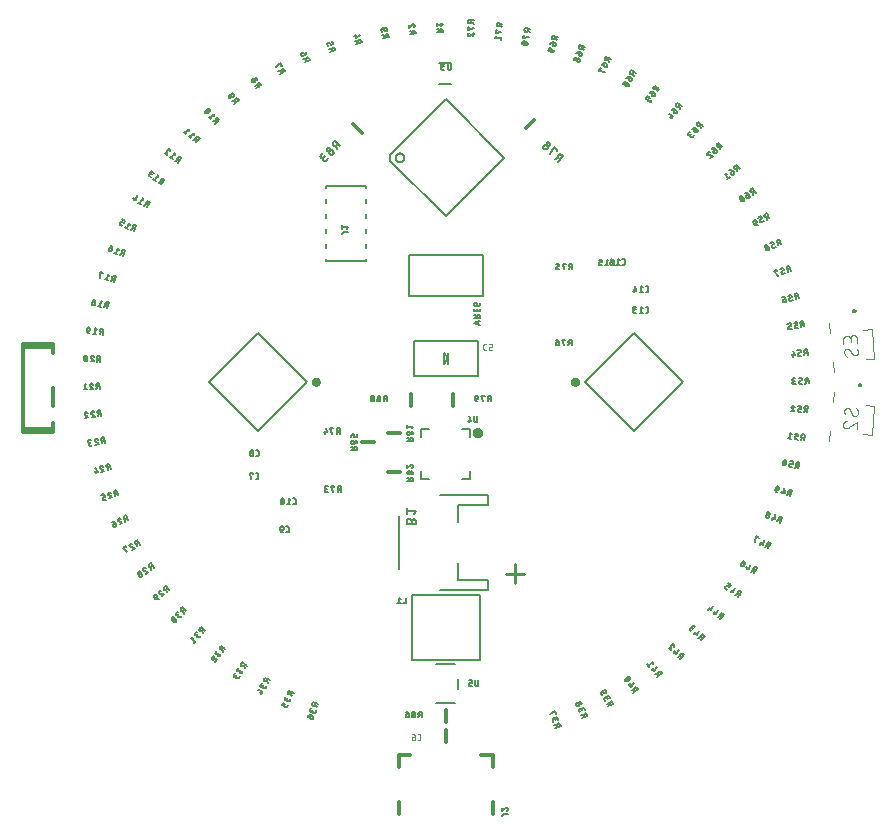
<source format=gbo>
G04 EAGLE Gerber RS-274X export*
G75*
%MOMM*%
%FSLAX34Y34*%
%LPD*%
%INBottom Silkscreen*%
%IPPOS*%
%AMOC8*
5,1,8,0,0,1.08239X$1,22.5*%
G01*
%ADD10C,0.228600*%
%ADD11C,0.127000*%
%ADD12C,0.406400*%
%ADD13C,0.203200*%
%ADD14C,0.304800*%
%ADD15C,0.101600*%
%ADD16C,0.152400*%
%ADD17C,0.100000*%
%ADD18C,0.200000*%
%ADD19C,0.200000*%

G36*
X-109397Y-3606D02*
X-109397Y-3606D01*
X-109306Y-3599D01*
X-108651Y-3450D01*
X-108604Y-3430D01*
X-108517Y-3403D01*
X-107911Y-3112D01*
X-107870Y-3082D01*
X-107791Y-3036D01*
X-107266Y-2617D01*
X-107233Y-2579D01*
X-107165Y-2517D01*
X-106747Y-1992D01*
X-106723Y-1947D01*
X-106671Y-1871D01*
X-106379Y-1266D01*
X-106366Y-1217D01*
X-106333Y-1132D01*
X-106183Y-477D01*
X-106181Y-427D01*
X-106167Y-336D01*
X-106167Y336D01*
X-106176Y386D01*
X-106183Y477D01*
X-106333Y1132D01*
X-106352Y1178D01*
X-106379Y1266D01*
X-106671Y1871D01*
X-106701Y1912D01*
X-106747Y1992D01*
X-107165Y2517D01*
X-107203Y2550D01*
X-107266Y2617D01*
X-107791Y3036D01*
X-107835Y3060D01*
X-107911Y3112D01*
X-108517Y3403D01*
X-108565Y3417D01*
X-108651Y3450D01*
X-109306Y3599D01*
X-109356Y3602D01*
X-109447Y3615D01*
X-110118Y3615D01*
X-110168Y3606D01*
X-110260Y3599D01*
X-110915Y3450D01*
X-110961Y3430D01*
X-111049Y3403D01*
X-111654Y3112D01*
X-111695Y3082D01*
X-111774Y3036D01*
X-112299Y2617D01*
X-112333Y2579D01*
X-112336Y2576D01*
X-112341Y2573D01*
X-112346Y2567D01*
X-112400Y2517D01*
X-112819Y1992D01*
X-112843Y1947D01*
X-112894Y1871D01*
X-113186Y1266D01*
X-113199Y1217D01*
X-113233Y1132D01*
X-113382Y477D01*
X-113384Y427D01*
X-113398Y336D01*
X-113398Y-336D01*
X-113389Y-386D01*
X-113382Y-477D01*
X-113233Y-1132D01*
X-113213Y-1178D01*
X-113186Y-1266D01*
X-112894Y-1871D01*
X-112865Y-1912D01*
X-112819Y-1992D01*
X-112400Y-2517D01*
X-112362Y-2550D01*
X-112299Y-2617D01*
X-111774Y-3036D01*
X-111730Y-3060D01*
X-111654Y-3112D01*
X-111049Y-3403D01*
X-111000Y-3417D01*
X-110915Y-3450D01*
X-110260Y-3599D01*
X-110209Y-3602D01*
X-110118Y-3615D01*
X-109447Y-3615D01*
X-109397Y-3606D01*
G37*
G36*
X110168Y-3606D02*
X110168Y-3606D01*
X110260Y-3599D01*
X110915Y-3450D01*
X110961Y-3430D01*
X111049Y-3403D01*
X111654Y-3112D01*
X111695Y-3082D01*
X111774Y-3036D01*
X112299Y-2617D01*
X112333Y-2579D01*
X112400Y-2517D01*
X112819Y-1992D01*
X112843Y-1947D01*
X112894Y-1871D01*
X113186Y-1266D01*
X113199Y-1217D01*
X113233Y-1132D01*
X113382Y-477D01*
X113384Y-427D01*
X113398Y-336D01*
X113398Y336D01*
X113389Y386D01*
X113382Y477D01*
X113233Y1132D01*
X113213Y1178D01*
X113186Y1266D01*
X112894Y1871D01*
X112865Y1912D01*
X112819Y1992D01*
X112400Y2517D01*
X112362Y2550D01*
X112299Y2617D01*
X111774Y3036D01*
X111730Y3060D01*
X111654Y3112D01*
X111049Y3403D01*
X111000Y3417D01*
X110915Y3450D01*
X110260Y3599D01*
X110209Y3602D01*
X110118Y3615D01*
X109447Y3615D01*
X109397Y3606D01*
X109306Y3599D01*
X108651Y3450D01*
X108604Y3430D01*
X108517Y3403D01*
X107911Y3112D01*
X107870Y3082D01*
X107791Y3036D01*
X107266Y2617D01*
X107233Y2579D01*
X107229Y2576D01*
X107225Y2573D01*
X107219Y2567D01*
X107165Y2517D01*
X106747Y1992D01*
X106723Y1947D01*
X106671Y1871D01*
X106379Y1266D01*
X106366Y1217D01*
X106333Y1132D01*
X106183Y477D01*
X106181Y427D01*
X106167Y336D01*
X106167Y-336D01*
X106176Y-386D01*
X106183Y-477D01*
X106333Y-1132D01*
X106352Y-1178D01*
X106379Y-1266D01*
X106671Y-1871D01*
X106701Y-1912D01*
X106747Y-1992D01*
X107165Y-2517D01*
X107203Y-2550D01*
X107266Y-2617D01*
X107791Y-3036D01*
X107835Y-3060D01*
X107911Y-3112D01*
X108517Y-3403D01*
X108565Y-3417D01*
X108651Y-3450D01*
X109306Y-3599D01*
X109356Y-3602D01*
X109447Y-3615D01*
X110118Y-3615D01*
X110168Y-3606D01*
G37*
D10*
X66505Y-162168D02*
X51095Y-162168D01*
X58800Y-154464D02*
X58800Y-169873D01*
D11*
X-117914Y0D02*
X-159280Y41366D01*
X-200646Y0D01*
X-159280Y-41366D01*
X-117914Y0D01*
X-111904Y-2121D02*
X-111980Y-2043D01*
X-112052Y-1963D01*
X-112121Y-1880D01*
X-112188Y-1794D01*
X-112251Y-1706D01*
X-112311Y-1616D01*
X-112367Y-1523D01*
X-112421Y-1429D01*
X-112471Y-1333D01*
X-112517Y-1235D01*
X-112560Y-1136D01*
X-112599Y-1035D01*
X-112634Y-932D01*
X-112666Y-829D01*
X-112694Y-724D01*
X-112719Y-618D01*
X-112739Y-512D01*
X-112756Y-405D01*
X-112768Y-297D01*
X-112777Y-189D01*
X-112782Y-81D01*
X-112783Y27D01*
X-112780Y135D01*
X-112773Y243D01*
X-112762Y351D01*
X-112748Y459D01*
X-112729Y565D01*
X-112707Y671D01*
X-112681Y776D01*
X-112651Y881D01*
X-112617Y984D01*
X-112580Y1085D01*
X-112539Y1185D01*
X-112494Y1284D01*
X-112446Y1381D01*
X-112395Y1476D01*
X-112339Y1570D01*
X-112281Y1661D01*
X-112220Y1750D01*
X-112155Y1837D01*
X-112087Y1921D01*
X-112016Y2003D01*
X-111942Y2083D01*
X-111866Y2159D01*
X-111786Y2233D01*
X-111704Y2304D01*
X-111620Y2372D01*
X-111533Y2437D01*
X-111444Y2498D01*
X-111353Y2557D01*
X-111259Y2612D01*
X-111164Y2663D01*
X-111067Y2711D01*
X-110968Y2756D01*
X-110868Y2797D01*
X-110767Y2834D01*
X-110664Y2868D01*
X-110559Y2898D01*
X-110454Y2924D01*
X-110348Y2946D01*
X-110242Y2965D01*
X-110134Y2979D01*
X-110026Y2990D01*
X-109918Y2997D01*
X-109810Y3000D01*
X-109702Y2999D01*
X-109594Y2994D01*
X-109486Y2985D01*
X-109378Y2973D01*
X-109271Y2956D01*
X-109165Y2936D01*
X-109059Y2911D01*
X-108954Y2883D01*
X-108851Y2851D01*
X-108748Y2816D01*
X-108647Y2777D01*
X-108548Y2734D01*
X-108450Y2688D01*
X-108354Y2638D01*
X-108260Y2584D01*
X-108167Y2528D01*
X-108077Y2468D01*
X-107989Y2405D01*
X-107903Y2338D01*
X-107820Y2269D01*
X-107740Y2197D01*
X-107662Y2121D01*
X-107586Y2043D01*
X-107514Y1963D01*
X-107445Y1880D01*
X-107378Y1794D01*
X-107315Y1706D01*
X-107255Y1616D01*
X-107199Y1523D01*
X-107145Y1429D01*
X-107095Y1333D01*
X-107049Y1235D01*
X-107006Y1136D01*
X-106967Y1035D01*
X-106932Y932D01*
X-106900Y829D01*
X-106872Y724D01*
X-106847Y618D01*
X-106827Y512D01*
X-106810Y405D01*
X-106798Y297D01*
X-106789Y189D01*
X-106784Y81D01*
X-106783Y-27D01*
X-106786Y-135D01*
X-106793Y-243D01*
X-106804Y-351D01*
X-106818Y-459D01*
X-106837Y-565D01*
X-106859Y-671D01*
X-106885Y-776D01*
X-106915Y-881D01*
X-106949Y-984D01*
X-106986Y-1085D01*
X-107027Y-1185D01*
X-107072Y-1284D01*
X-107120Y-1381D01*
X-107171Y-1476D01*
X-107227Y-1570D01*
X-107285Y-1661D01*
X-107346Y-1750D01*
X-107411Y-1837D01*
X-107479Y-1921D01*
X-107550Y-2003D01*
X-107624Y-2083D01*
X-107700Y-2159D01*
X-107780Y-2233D01*
X-107862Y-2304D01*
X-107946Y-2372D01*
X-108033Y-2437D01*
X-108122Y-2498D01*
X-108213Y-2557D01*
X-108307Y-2612D01*
X-108402Y-2663D01*
X-108499Y-2711D01*
X-108598Y-2756D01*
X-108698Y-2797D01*
X-108799Y-2834D01*
X-108902Y-2868D01*
X-109007Y-2898D01*
X-109112Y-2924D01*
X-109218Y-2946D01*
X-109324Y-2965D01*
X-109432Y-2979D01*
X-109540Y-2990D01*
X-109648Y-2997D01*
X-109756Y-3000D01*
X-109864Y-2999D01*
X-109972Y-2994D01*
X-110080Y-2985D01*
X-110188Y-2973D01*
X-110295Y-2956D01*
X-110401Y-2936D01*
X-110507Y-2911D01*
X-110612Y-2883D01*
X-110715Y-2851D01*
X-110818Y-2816D01*
X-110919Y-2777D01*
X-111018Y-2734D01*
X-111116Y-2688D01*
X-111212Y-2638D01*
X-111306Y-2584D01*
X-111399Y-2528D01*
X-111489Y-2468D01*
X-111577Y-2405D01*
X-111663Y-2338D01*
X-111746Y-2269D01*
X-111826Y-2197D01*
X-111904Y-2121D01*
X117914Y0D02*
X159280Y-41366D01*
X200646Y0D01*
X159280Y41366D01*
X117914Y0D01*
X111904Y2121D02*
X111980Y2043D01*
X112052Y1963D01*
X112121Y1880D01*
X112188Y1794D01*
X112251Y1706D01*
X112311Y1616D01*
X112367Y1523D01*
X112421Y1429D01*
X112471Y1333D01*
X112517Y1235D01*
X112560Y1136D01*
X112599Y1035D01*
X112634Y932D01*
X112666Y829D01*
X112694Y724D01*
X112719Y618D01*
X112739Y512D01*
X112756Y405D01*
X112768Y297D01*
X112777Y189D01*
X112782Y81D01*
X112783Y-27D01*
X112780Y-135D01*
X112773Y-243D01*
X112762Y-351D01*
X112748Y-459D01*
X112729Y-565D01*
X112707Y-671D01*
X112681Y-776D01*
X112651Y-881D01*
X112617Y-984D01*
X112580Y-1085D01*
X112539Y-1185D01*
X112494Y-1284D01*
X112446Y-1381D01*
X112395Y-1476D01*
X112339Y-1570D01*
X112281Y-1661D01*
X112220Y-1750D01*
X112155Y-1837D01*
X112087Y-1921D01*
X112016Y-2003D01*
X111942Y-2083D01*
X111866Y-2159D01*
X111786Y-2233D01*
X111704Y-2304D01*
X111620Y-2372D01*
X111533Y-2437D01*
X111444Y-2498D01*
X111353Y-2557D01*
X111259Y-2612D01*
X111164Y-2663D01*
X111067Y-2711D01*
X110968Y-2756D01*
X110868Y-2797D01*
X110767Y-2834D01*
X110664Y-2868D01*
X110559Y-2898D01*
X110454Y-2924D01*
X110348Y-2946D01*
X110242Y-2965D01*
X110134Y-2979D01*
X110026Y-2990D01*
X109918Y-2997D01*
X109810Y-3000D01*
X109702Y-2999D01*
X109594Y-2994D01*
X109486Y-2985D01*
X109378Y-2973D01*
X109271Y-2956D01*
X109165Y-2936D01*
X109059Y-2911D01*
X108954Y-2883D01*
X108851Y-2851D01*
X108748Y-2816D01*
X108647Y-2777D01*
X108548Y-2734D01*
X108450Y-2688D01*
X108354Y-2638D01*
X108260Y-2584D01*
X108167Y-2528D01*
X108077Y-2468D01*
X107989Y-2405D01*
X107903Y-2338D01*
X107820Y-2269D01*
X107740Y-2197D01*
X107662Y-2121D01*
X107586Y-2043D01*
X107514Y-1963D01*
X107445Y-1880D01*
X107378Y-1794D01*
X107315Y-1706D01*
X107255Y-1616D01*
X107199Y-1523D01*
X107145Y-1429D01*
X107095Y-1333D01*
X107049Y-1235D01*
X107006Y-1136D01*
X106967Y-1035D01*
X106932Y-932D01*
X106900Y-829D01*
X106872Y-724D01*
X106847Y-618D01*
X106827Y-512D01*
X106810Y-405D01*
X106798Y-297D01*
X106789Y-189D01*
X106784Y-81D01*
X106783Y27D01*
X106786Y135D01*
X106793Y243D01*
X106804Y351D01*
X106818Y459D01*
X106837Y565D01*
X106859Y671D01*
X106885Y776D01*
X106915Y881D01*
X106949Y984D01*
X106986Y1085D01*
X107027Y1185D01*
X107072Y1284D01*
X107120Y1381D01*
X107171Y1476D01*
X107227Y1570D01*
X107285Y1661D01*
X107346Y1750D01*
X107411Y1837D01*
X107479Y1921D01*
X107550Y2003D01*
X107624Y2083D01*
X107700Y2159D01*
X107780Y2233D01*
X107862Y2304D01*
X107946Y2372D01*
X108033Y2437D01*
X108122Y2498D01*
X108213Y2557D01*
X108307Y2612D01*
X108402Y2663D01*
X108499Y2711D01*
X108598Y2756D01*
X108698Y2797D01*
X108799Y2834D01*
X108902Y2868D01*
X109007Y2898D01*
X109112Y2924D01*
X109218Y2946D01*
X109324Y2965D01*
X109432Y2979D01*
X109540Y2990D01*
X109648Y2997D01*
X109756Y3000D01*
X109864Y2999D01*
X109972Y2994D01*
X110080Y2985D01*
X110188Y2973D01*
X110295Y2956D01*
X110401Y2936D01*
X110507Y2911D01*
X110612Y2883D01*
X110715Y2851D01*
X110818Y2816D01*
X110919Y2777D01*
X111018Y2734D01*
X111116Y2688D01*
X111212Y2638D01*
X111306Y2584D01*
X111399Y2528D01*
X111489Y2468D01*
X111577Y2405D01*
X111663Y2338D01*
X111746Y2269D01*
X111826Y2197D01*
X111904Y2121D01*
X-2426Y296227D02*
X-7245Y295975D01*
X-2426Y296227D02*
X-2496Y297566D01*
X-2502Y297639D01*
X-2511Y297711D01*
X-2525Y297782D01*
X-2542Y297852D01*
X-2563Y297922D01*
X-2588Y297990D01*
X-2617Y298057D01*
X-2649Y298122D01*
X-2685Y298185D01*
X-2724Y298247D01*
X-2766Y298306D01*
X-2811Y298362D01*
X-2860Y298416D01*
X-2911Y298468D01*
X-2965Y298516D01*
X-3022Y298562D01*
X-3080Y298605D01*
X-3142Y298644D01*
X-3205Y298680D01*
X-3270Y298712D01*
X-3336Y298741D01*
X-3405Y298766D01*
X-3474Y298787D01*
X-3544Y298805D01*
X-3616Y298819D01*
X-3688Y298829D01*
X-3760Y298835D01*
X-3833Y298837D01*
X-3905Y298835D01*
X-3978Y298829D01*
X-4050Y298820D01*
X-4121Y298806D01*
X-4191Y298789D01*
X-4261Y298768D01*
X-4329Y298743D01*
X-4396Y298714D01*
X-4461Y298682D01*
X-4524Y298646D01*
X-4586Y298607D01*
X-4645Y298565D01*
X-4701Y298520D01*
X-4755Y298471D01*
X-4807Y298420D01*
X-4855Y298366D01*
X-4901Y298309D01*
X-4944Y298251D01*
X-4983Y298189D01*
X-5019Y298126D01*
X-5051Y298061D01*
X-5080Y297995D01*
X-5105Y297926D01*
X-5126Y297857D01*
X-5144Y297787D01*
X-5158Y297715D01*
X-5168Y297643D01*
X-5174Y297571D01*
X-5176Y297498D01*
X-5174Y297426D01*
X-5173Y297426D02*
X-5103Y296087D01*
X-5187Y297693D02*
X-7385Y298652D01*
X-3781Y301586D02*
X-2780Y302981D01*
X-7599Y302728D01*
X-7529Y301390D02*
X-7669Y304067D01*
X-25586Y295133D02*
X-30370Y294504D01*
X-25586Y295133D02*
X-25761Y296462D01*
X-25760Y296463D02*
X-25772Y296534D01*
X-25787Y296603D01*
X-25805Y296672D01*
X-25828Y296740D01*
X-25853Y296807D01*
X-25883Y296872D01*
X-25916Y296935D01*
X-25952Y296997D01*
X-25991Y297056D01*
X-26033Y297114D01*
X-26079Y297169D01*
X-26127Y297221D01*
X-26178Y297271D01*
X-26232Y297318D01*
X-26288Y297363D01*
X-26346Y297404D01*
X-26407Y297442D01*
X-26469Y297477D01*
X-26533Y297508D01*
X-26599Y297536D01*
X-26666Y297560D01*
X-26734Y297581D01*
X-26804Y297598D01*
X-26874Y297611D01*
X-26945Y297621D01*
X-27016Y297627D01*
X-27087Y297629D01*
X-27158Y297627D01*
X-27230Y297622D01*
X-27300Y297612D01*
X-27371Y297599D01*
X-27440Y297583D01*
X-27508Y297562D01*
X-27576Y297538D01*
X-27641Y297510D01*
X-27706Y297479D01*
X-27768Y297445D01*
X-27829Y297407D01*
X-27887Y297366D01*
X-27944Y297322D01*
X-27997Y297275D01*
X-28049Y297226D01*
X-28097Y297173D01*
X-28143Y297118D01*
X-28186Y297061D01*
X-28225Y297002D01*
X-28262Y296940D01*
X-28295Y296877D01*
X-28324Y296812D01*
X-28350Y296746D01*
X-28373Y296678D01*
X-28392Y296609D01*
X-28407Y296539D01*
X-28419Y296469D01*
X-28426Y296398D01*
X-28430Y296327D01*
X-28431Y296255D01*
X-28427Y296184D01*
X-28420Y296113D01*
X-28419Y296113D02*
X-28244Y294783D01*
X-28454Y296378D02*
X-30720Y297162D01*
X-26485Y301972D02*
X-26496Y302038D01*
X-26511Y302105D01*
X-26529Y302170D01*
X-26550Y302234D01*
X-26576Y302297D01*
X-26605Y302358D01*
X-26637Y302418D01*
X-26672Y302475D01*
X-26711Y302531D01*
X-26753Y302584D01*
X-26797Y302635D01*
X-26845Y302683D01*
X-26895Y302729D01*
X-26947Y302772D01*
X-27002Y302811D01*
X-27059Y302848D01*
X-27118Y302881D01*
X-27179Y302911D01*
X-27241Y302938D01*
X-27305Y302961D01*
X-27370Y302980D01*
X-27435Y302996D01*
X-27502Y303008D01*
X-27569Y303016D01*
X-27637Y303020D01*
X-27705Y303021D01*
X-27772Y303018D01*
X-27839Y303011D01*
X-26486Y301971D02*
X-26478Y301894D01*
X-26474Y301816D01*
X-26473Y301738D01*
X-26477Y301660D01*
X-26484Y301583D01*
X-26496Y301505D01*
X-26511Y301429D01*
X-26530Y301353D01*
X-26553Y301279D01*
X-26579Y301205D01*
X-26609Y301134D01*
X-26643Y301063D01*
X-26680Y300995D01*
X-26721Y300928D01*
X-26765Y300864D01*
X-26812Y300802D01*
X-26862Y300742D01*
X-26915Y300685D01*
X-26971Y300631D01*
X-27030Y300579D01*
X-27091Y300531D01*
X-27154Y300485D01*
X-27220Y300443D01*
X-27288Y300405D01*
X-27357Y300369D01*
X-28718Y302490D02*
X-28675Y302545D01*
X-28630Y302598D01*
X-28581Y302649D01*
X-28530Y302696D01*
X-28477Y302741D01*
X-28421Y302783D01*
X-28362Y302822D01*
X-28302Y302858D01*
X-28240Y302890D01*
X-28177Y302919D01*
X-28112Y302945D01*
X-28045Y302967D01*
X-27978Y302985D01*
X-27909Y303000D01*
X-27840Y303011D01*
X-28718Y302489D02*
X-31078Y299880D01*
X-31428Y302538D01*
X-48590Y292232D02*
X-53310Y291228D01*
X-48590Y292232D02*
X-48868Y293543D01*
X-48885Y293613D01*
X-48906Y293683D01*
X-48931Y293751D01*
X-48959Y293818D01*
X-48991Y293884D01*
X-49026Y293947D01*
X-49065Y294009D01*
X-49107Y294068D01*
X-49152Y294125D01*
X-49200Y294179D01*
X-49251Y294231D01*
X-49304Y294280D01*
X-49361Y294326D01*
X-49419Y294368D01*
X-49480Y294408D01*
X-49543Y294444D01*
X-49608Y294477D01*
X-49675Y294506D01*
X-49743Y294532D01*
X-49812Y294553D01*
X-49882Y294572D01*
X-49954Y294586D01*
X-50025Y294596D01*
X-50098Y294602D01*
X-50170Y294605D01*
X-50243Y294604D01*
X-50315Y294598D01*
X-50387Y294589D01*
X-50459Y294576D01*
X-50529Y294559D01*
X-50599Y294538D01*
X-50667Y294513D01*
X-50734Y294485D01*
X-50800Y294453D01*
X-50863Y294418D01*
X-50925Y294379D01*
X-50984Y294337D01*
X-51041Y294292D01*
X-51095Y294244D01*
X-51147Y294193D01*
X-51196Y294140D01*
X-51242Y294083D01*
X-51284Y294025D01*
X-51324Y293964D01*
X-51360Y293901D01*
X-51393Y293836D01*
X-51422Y293769D01*
X-51448Y293701D01*
X-51469Y293632D01*
X-51488Y293562D01*
X-51502Y293491D01*
X-51512Y293419D01*
X-51518Y293346D01*
X-51521Y293274D01*
X-51520Y293201D01*
X-51514Y293129D01*
X-51505Y293057D01*
X-51492Y292985D01*
X-51491Y292985D02*
X-51212Y291674D01*
X-51547Y293248D02*
X-53868Y293851D01*
X-54438Y296532D02*
X-54716Y297844D01*
X-54717Y297843D02*
X-54730Y297913D01*
X-54739Y297984D01*
X-54744Y298055D01*
X-54746Y298127D01*
X-54744Y298198D01*
X-54738Y298269D01*
X-54728Y298340D01*
X-54715Y298410D01*
X-54697Y298479D01*
X-54677Y298548D01*
X-54652Y298615D01*
X-54624Y298680D01*
X-54593Y298745D01*
X-54558Y298807D01*
X-54520Y298867D01*
X-54479Y298926D01*
X-54434Y298982D01*
X-54387Y299035D01*
X-54337Y299086D01*
X-54284Y299134D01*
X-54229Y299180D01*
X-54172Y299222D01*
X-54112Y299261D01*
X-54051Y299297D01*
X-53987Y299330D01*
X-53922Y299359D01*
X-53855Y299385D01*
X-53788Y299407D01*
X-53719Y299426D01*
X-53649Y299441D01*
X-53578Y299452D01*
X-53507Y299459D01*
X-53436Y299463D01*
X-53365Y299462D01*
X-53293Y299458D01*
X-53222Y299450D01*
X-53152Y299439D01*
X-53082Y299424D01*
X-53013Y299405D01*
X-52946Y299382D01*
X-52879Y299356D01*
X-52814Y299326D01*
X-52751Y299293D01*
X-52690Y299256D01*
X-52630Y299217D01*
X-52573Y299174D01*
X-52518Y299128D01*
X-52466Y299079D01*
X-52416Y299028D01*
X-52370Y298974D01*
X-52326Y298918D01*
X-52285Y298859D01*
X-52247Y298799D01*
X-52213Y298736D01*
X-52182Y298672D01*
X-52154Y298606D01*
X-52130Y298539D01*
X-52110Y298470D01*
X-52093Y298401D01*
X-50052Y299109D02*
X-49717Y297536D01*
X-50052Y299109D02*
X-50068Y299172D01*
X-50087Y299234D01*
X-50110Y299294D01*
X-50136Y299353D01*
X-50166Y299411D01*
X-50200Y299466D01*
X-50236Y299520D01*
X-50276Y299571D01*
X-50319Y299619D01*
X-50365Y299665D01*
X-50413Y299708D01*
X-50464Y299748D01*
X-50517Y299785D01*
X-50572Y299819D01*
X-50630Y299849D01*
X-50689Y299876D01*
X-50749Y299899D01*
X-50811Y299918D01*
X-50874Y299934D01*
X-50938Y299945D01*
X-51002Y299953D01*
X-51066Y299957D01*
X-51131Y299958D01*
X-51196Y299954D01*
X-51260Y299946D01*
X-51324Y299935D01*
X-51387Y299919D01*
X-51449Y299900D01*
X-51509Y299877D01*
X-51568Y299851D01*
X-51626Y299821D01*
X-51681Y299787D01*
X-51735Y299751D01*
X-51786Y299711D01*
X-51834Y299668D01*
X-51880Y299622D01*
X-51923Y299574D01*
X-51963Y299523D01*
X-52000Y299470D01*
X-52034Y299414D01*
X-52064Y299357D01*
X-52091Y299298D01*
X-52114Y299238D01*
X-52133Y299176D01*
X-52149Y299113D01*
X-52160Y299049D01*
X-52168Y298985D01*
X-52172Y298921D01*
X-52173Y298856D01*
X-52169Y298791D01*
X-52161Y298727D01*
X-52150Y298663D01*
X-51927Y297614D01*
X-71297Y287516D02*
X-75926Y286153D01*
X-71297Y287516D02*
X-71675Y288802D01*
X-71697Y288870D01*
X-71722Y288936D01*
X-71751Y289001D01*
X-71784Y289065D01*
X-71819Y289127D01*
X-71859Y289186D01*
X-71901Y289244D01*
X-71946Y289299D01*
X-71994Y289352D01*
X-72045Y289402D01*
X-72098Y289450D01*
X-72154Y289494D01*
X-72212Y289536D01*
X-72273Y289574D01*
X-72335Y289609D01*
X-72399Y289640D01*
X-72464Y289669D01*
X-72531Y289693D01*
X-72600Y289714D01*
X-72669Y289732D01*
X-72739Y289745D01*
X-72810Y289755D01*
X-72881Y289762D01*
X-72952Y289764D01*
X-73023Y289763D01*
X-73095Y289757D01*
X-73166Y289748D01*
X-73236Y289736D01*
X-73305Y289719D01*
X-73374Y289699D01*
X-73441Y289675D01*
X-73507Y289648D01*
X-73571Y289617D01*
X-73634Y289583D01*
X-73695Y289545D01*
X-73754Y289505D01*
X-73810Y289461D01*
X-73864Y289414D01*
X-73916Y289365D01*
X-73964Y289313D01*
X-74010Y289258D01*
X-74053Y289201D01*
X-74093Y289142D01*
X-74130Y289081D01*
X-74163Y289017D01*
X-74193Y288953D01*
X-74219Y288886D01*
X-74242Y288819D01*
X-74262Y288750D01*
X-74277Y288680D01*
X-74289Y288610D01*
X-74297Y288539D01*
X-74301Y288468D01*
X-74302Y288396D01*
X-74298Y288325D01*
X-74291Y288254D01*
X-74280Y288183D01*
X-74266Y288113D01*
X-74247Y288044D01*
X-74247Y288045D02*
X-73869Y286759D01*
X-74323Y288302D02*
X-76683Y288725D01*
X-76429Y291658D02*
X-73131Y293747D01*
X-76429Y291658D02*
X-77186Y294230D01*
X-77987Y293156D02*
X-75930Y293761D01*
X-93565Y281062D02*
X-98074Y279341D01*
X-93565Y281062D02*
X-94043Y282315D01*
X-94043Y282314D02*
X-94070Y282380D01*
X-94101Y282445D01*
X-94135Y282508D01*
X-94173Y282568D01*
X-94213Y282627D01*
X-94257Y282684D01*
X-94303Y282738D01*
X-94353Y282789D01*
X-94405Y282838D01*
X-94460Y282884D01*
X-94517Y282927D01*
X-94576Y282967D01*
X-94637Y283004D01*
X-94700Y283037D01*
X-94765Y283067D01*
X-94831Y283094D01*
X-94899Y283117D01*
X-94967Y283136D01*
X-95037Y283152D01*
X-95107Y283164D01*
X-95178Y283172D01*
X-95250Y283176D01*
X-95321Y283177D01*
X-95392Y283174D01*
X-95463Y283167D01*
X-95534Y283156D01*
X-95604Y283141D01*
X-95673Y283123D01*
X-95741Y283101D01*
X-95808Y283076D01*
X-95873Y283047D01*
X-95936Y283014D01*
X-95998Y282978D01*
X-96058Y282939D01*
X-96116Y282897D01*
X-96171Y282852D01*
X-96224Y282804D01*
X-96274Y282753D01*
X-96322Y282700D01*
X-96366Y282644D01*
X-96408Y282586D01*
X-96446Y282526D01*
X-96481Y282464D01*
X-96513Y282400D01*
X-96541Y282334D01*
X-96566Y282267D01*
X-96587Y282199D01*
X-96604Y282130D01*
X-96618Y282060D01*
X-96628Y281989D01*
X-96634Y281918D01*
X-96637Y281847D01*
X-96636Y281775D01*
X-96630Y281704D01*
X-96622Y281633D01*
X-96609Y281563D01*
X-96593Y281493D01*
X-96572Y281425D01*
X-96549Y281358D01*
X-96548Y281358D02*
X-96070Y280106D01*
X-96644Y281609D02*
X-99030Y281845D01*
X-100008Y284407D02*
X-100582Y285909D01*
X-100581Y285910D02*
X-100603Y285971D01*
X-100620Y286033D01*
X-100634Y286096D01*
X-100644Y286160D01*
X-100650Y286225D01*
X-100652Y286290D01*
X-100650Y286354D01*
X-100644Y286419D01*
X-100635Y286483D01*
X-100621Y286546D01*
X-100604Y286609D01*
X-100583Y286670D01*
X-100559Y286730D01*
X-100530Y286788D01*
X-100499Y286844D01*
X-100464Y286899D01*
X-100425Y286951D01*
X-100384Y287001D01*
X-100340Y287048D01*
X-100293Y287093D01*
X-100243Y287134D01*
X-100191Y287173D01*
X-100137Y287208D01*
X-100080Y287240D01*
X-100022Y287269D01*
X-99962Y287293D01*
X-99963Y287294D02*
X-99462Y287485D01*
X-99401Y287507D01*
X-99338Y287524D01*
X-99275Y287538D01*
X-99211Y287548D01*
X-99146Y287554D01*
X-99081Y287556D01*
X-99017Y287554D01*
X-98952Y287548D01*
X-98888Y287539D01*
X-98825Y287525D01*
X-98762Y287508D01*
X-98701Y287487D01*
X-98641Y287462D01*
X-98583Y287434D01*
X-98526Y287403D01*
X-98472Y287367D01*
X-98419Y287329D01*
X-98369Y287288D01*
X-98322Y287243D01*
X-98278Y287196D01*
X-98236Y287147D01*
X-98197Y287095D01*
X-98162Y287040D01*
X-98130Y286984D01*
X-98102Y286926D01*
X-98077Y286866D01*
X-97503Y285363D01*
X-95500Y286128D01*
X-96456Y288633D01*
X-115261Y272887D02*
X-119621Y270817D01*
X-115261Y272887D02*
X-115836Y274098D01*
X-115869Y274163D01*
X-115905Y274226D01*
X-115945Y274287D01*
X-115988Y274345D01*
X-116034Y274401D01*
X-116083Y274455D01*
X-116135Y274506D01*
X-116189Y274554D01*
X-116246Y274599D01*
X-116306Y274640D01*
X-116367Y274679D01*
X-116431Y274714D01*
X-116496Y274746D01*
X-116563Y274774D01*
X-116632Y274798D01*
X-116701Y274819D01*
X-116772Y274835D01*
X-116843Y274848D01*
X-116915Y274858D01*
X-116988Y274863D01*
X-117060Y274864D01*
X-117133Y274861D01*
X-117205Y274855D01*
X-117277Y274844D01*
X-117348Y274830D01*
X-117419Y274811D01*
X-117488Y274789D01*
X-117556Y274764D01*
X-117622Y274734D01*
X-117687Y274701D01*
X-117750Y274665D01*
X-117811Y274625D01*
X-117869Y274582D01*
X-117925Y274536D01*
X-117979Y274487D01*
X-118030Y274435D01*
X-118078Y274381D01*
X-118123Y274324D01*
X-118164Y274264D01*
X-118203Y274203D01*
X-118238Y274139D01*
X-118270Y274074D01*
X-118298Y274007D01*
X-118322Y273938D01*
X-118343Y273869D01*
X-118359Y273798D01*
X-118372Y273727D01*
X-118382Y273655D01*
X-118387Y273582D01*
X-118388Y273510D01*
X-118385Y273437D01*
X-118379Y273365D01*
X-118368Y273293D01*
X-118354Y273222D01*
X-118335Y273151D01*
X-118313Y273082D01*
X-118288Y273014D01*
X-118258Y272948D01*
X-117683Y271737D01*
X-118373Y273190D02*
X-120771Y273239D01*
X-119525Y276865D02*
X-120215Y278319D01*
X-120244Y278376D01*
X-120277Y278432D01*
X-120313Y278486D01*
X-120353Y278537D01*
X-120395Y278586D01*
X-120441Y278632D01*
X-120489Y278676D01*
X-120539Y278716D01*
X-120592Y278753D01*
X-120647Y278788D01*
X-120704Y278818D01*
X-120763Y278845D01*
X-120823Y278869D01*
X-120885Y278889D01*
X-120948Y278905D01*
X-121011Y278917D01*
X-121076Y278926D01*
X-121140Y278930D01*
X-121205Y278931D01*
X-121270Y278927D01*
X-121334Y278920D01*
X-121398Y278909D01*
X-121461Y278894D01*
X-121523Y278876D01*
X-121584Y278853D01*
X-121643Y278827D01*
X-121644Y278827D02*
X-121886Y278712D01*
X-121950Y278680D01*
X-122012Y278644D01*
X-122072Y278605D01*
X-122129Y278563D01*
X-122185Y278518D01*
X-122238Y278470D01*
X-122288Y278420D01*
X-122335Y278366D01*
X-122380Y278311D01*
X-122422Y278253D01*
X-122460Y278193D01*
X-122495Y278130D01*
X-122527Y278066D01*
X-122555Y278001D01*
X-122580Y277934D01*
X-122601Y277866D01*
X-122619Y277797D01*
X-122633Y277727D01*
X-122643Y277656D01*
X-122649Y277585D01*
X-122652Y277513D01*
X-122651Y277442D01*
X-122646Y277371D01*
X-122637Y277300D01*
X-122624Y277230D01*
X-122608Y277160D01*
X-122588Y277092D01*
X-122564Y277024D01*
X-122537Y276958D01*
X-122507Y276894D01*
X-122473Y276831D01*
X-122435Y276770D01*
X-122395Y276711D01*
X-122351Y276655D01*
X-122305Y276601D01*
X-122255Y276549D01*
X-122203Y276500D01*
X-122149Y276454D01*
X-122092Y276411D01*
X-122033Y276371D01*
X-121972Y276334D01*
X-121909Y276301D01*
X-121844Y276270D01*
X-121778Y276244D01*
X-121710Y276221D01*
X-121641Y276201D01*
X-121572Y276186D01*
X-121501Y276174D01*
X-121430Y276165D01*
X-121359Y276161D01*
X-121288Y276160D01*
X-121216Y276163D01*
X-121145Y276170D01*
X-121075Y276181D01*
X-121005Y276195D01*
X-120936Y276214D01*
X-120868Y276235D01*
X-120801Y276261D01*
X-120736Y276290D01*
X-119525Y276865D01*
X-119444Y276906D01*
X-119364Y276950D01*
X-119286Y276998D01*
X-119211Y277049D01*
X-119137Y277103D01*
X-119066Y277160D01*
X-118998Y277220D01*
X-118932Y277283D01*
X-118869Y277348D01*
X-118809Y277416D01*
X-118751Y277487D01*
X-118697Y277560D01*
X-118646Y277635D01*
X-118598Y277713D01*
X-118553Y277792D01*
X-118512Y277873D01*
X-118474Y277956D01*
X-118440Y278041D01*
X-118409Y278126D01*
X-118383Y278213D01*
X-118359Y278302D01*
X-118340Y278391D01*
X-118324Y278480D01*
X-118313Y278571D01*
X-118305Y278661D01*
X-118301Y278752D01*
X-118300Y278843D01*
X-118304Y278934D01*
X-118312Y279025D01*
X-118323Y279115D01*
X-118338Y279205D01*
X-118357Y279294D01*
X-118380Y279382D01*
X-118406Y279469D01*
X-118436Y279555D01*
X-118470Y279640D01*
X-118507Y279723D01*
X-136251Y263040D02*
X-140435Y260634D01*
X-136251Y263040D02*
X-136920Y264202D01*
X-136919Y264202D02*
X-136957Y264263D01*
X-136997Y264322D01*
X-137041Y264379D01*
X-137087Y264433D01*
X-137136Y264485D01*
X-137188Y264534D01*
X-137243Y264580D01*
X-137300Y264623D01*
X-137359Y264663D01*
X-137420Y264700D01*
X-137483Y264734D01*
X-137547Y264764D01*
X-137614Y264791D01*
X-137681Y264814D01*
X-137750Y264833D01*
X-137820Y264849D01*
X-137890Y264861D01*
X-137961Y264870D01*
X-138032Y264874D01*
X-138103Y264875D01*
X-138175Y264872D01*
X-138246Y264865D01*
X-138316Y264854D01*
X-138386Y264840D01*
X-138455Y264822D01*
X-138523Y264800D01*
X-138590Y264775D01*
X-138656Y264746D01*
X-138719Y264714D01*
X-138781Y264678D01*
X-138841Y264639D01*
X-138899Y264598D01*
X-138954Y264553D01*
X-139007Y264505D01*
X-139058Y264454D01*
X-139105Y264401D01*
X-139150Y264345D01*
X-139192Y264287D01*
X-139230Y264227D01*
X-139265Y264165D01*
X-139297Y264101D01*
X-139326Y264036D01*
X-139351Y263969D01*
X-139372Y263901D01*
X-139390Y263831D01*
X-139404Y263761D01*
X-139414Y263691D01*
X-139420Y263620D01*
X-139423Y263548D01*
X-139422Y263477D01*
X-139417Y263406D01*
X-139408Y263335D01*
X-139396Y263264D01*
X-139379Y263195D01*
X-139360Y263126D01*
X-139336Y263059D01*
X-139309Y262993D01*
X-139278Y262928D01*
X-139245Y262866D01*
X-139244Y262865D02*
X-138576Y261703D01*
X-139378Y263098D02*
X-141772Y262958D01*
X-139420Y267473D02*
X-138955Y267741D01*
X-140291Y270065D01*
X-143807Y266497D01*
X-156408Y251581D02*
X-160390Y248855D01*
X-156408Y251581D02*
X-157165Y252687D01*
X-157165Y252688D02*
X-157206Y252745D01*
X-157251Y252801D01*
X-157299Y252854D01*
X-157350Y252904D01*
X-157403Y252952D01*
X-157458Y252997D01*
X-157516Y253039D01*
X-157576Y253077D01*
X-157638Y253112D01*
X-157702Y253144D01*
X-157768Y253173D01*
X-157835Y253198D01*
X-157903Y253219D01*
X-157972Y253237D01*
X-158042Y253251D01*
X-158113Y253262D01*
X-158184Y253268D01*
X-158255Y253271D01*
X-158326Y253270D01*
X-158398Y253265D01*
X-158468Y253256D01*
X-158539Y253244D01*
X-158608Y253228D01*
X-158677Y253208D01*
X-158744Y253185D01*
X-158810Y253158D01*
X-158875Y253127D01*
X-158938Y253093D01*
X-158999Y253056D01*
X-159058Y253016D01*
X-159114Y252972D01*
X-159169Y252926D01*
X-159221Y252877D01*
X-159270Y252825D01*
X-159316Y252771D01*
X-159359Y252714D01*
X-159399Y252655D01*
X-159436Y252594D01*
X-159470Y252531D01*
X-159500Y252466D01*
X-159527Y252400D01*
X-159550Y252332D01*
X-159570Y252264D01*
X-159586Y252194D01*
X-159598Y252124D01*
X-159606Y252053D01*
X-159611Y251982D01*
X-159612Y251910D01*
X-159609Y251839D01*
X-159602Y251768D01*
X-159592Y251697D01*
X-159577Y251627D01*
X-159559Y251558D01*
X-159538Y251490D01*
X-159513Y251423D01*
X-159484Y251358D01*
X-159452Y251294D01*
X-159416Y251232D01*
X-159377Y251172D01*
X-158620Y250066D01*
X-159529Y251394D02*
X-161904Y251067D01*
X-162347Y254086D02*
X-162289Y254128D01*
X-162232Y254174D01*
X-162178Y254223D01*
X-162127Y254274D01*
X-162079Y254329D01*
X-162034Y254385D01*
X-161992Y254445D01*
X-161953Y254506D01*
X-161917Y254569D01*
X-161885Y254635D01*
X-161857Y254701D01*
X-161832Y254770D01*
X-161811Y254839D01*
X-161794Y254910D01*
X-161781Y254981D01*
X-161771Y255053D01*
X-161766Y255126D01*
X-161764Y255198D01*
X-161766Y255271D01*
X-161773Y255343D01*
X-161783Y255415D01*
X-161797Y255486D01*
X-161815Y255557D01*
X-161836Y255626D01*
X-161862Y255694D01*
X-161891Y255761D01*
X-161923Y255826D01*
X-161959Y255889D01*
X-161999Y255950D01*
X-162041Y256008D01*
X-162087Y256065D01*
X-162136Y256119D01*
X-162187Y256170D01*
X-162242Y256218D01*
X-162298Y256263D01*
X-162358Y256305D01*
X-162419Y256344D01*
X-162482Y256380D01*
X-162547Y256412D01*
X-162614Y256440D01*
X-162683Y256465D01*
X-162752Y256486D01*
X-162823Y256503D01*
X-162894Y256516D01*
X-162966Y256526D01*
X-163038Y256531D01*
X-163111Y256533D01*
X-163184Y256531D01*
X-163256Y256524D01*
X-163328Y256514D01*
X-163399Y256500D01*
X-163470Y256482D01*
X-163539Y256461D01*
X-163607Y256436D01*
X-163674Y256407D01*
X-163738Y256374D01*
X-163802Y256338D01*
X-163863Y256299D01*
X-163920Y256257D01*
X-163976Y256212D01*
X-164029Y256164D01*
X-164079Y256113D01*
X-164127Y256060D01*
X-164172Y256005D01*
X-164213Y255947D01*
X-164252Y255887D01*
X-164287Y255825D01*
X-164319Y255761D01*
X-164348Y255695D01*
X-164373Y255628D01*
X-164394Y255560D01*
X-164412Y255491D01*
X-164426Y255421D01*
X-164437Y255351D01*
X-164443Y255279D01*
X-164446Y255208D01*
X-164445Y255137D01*
X-164440Y255065D01*
X-164431Y254995D01*
X-164419Y254924D01*
X-164403Y254855D01*
X-164383Y254786D01*
X-164360Y254719D01*
X-164333Y254653D01*
X-164302Y254588D01*
X-164268Y254525D01*
X-164231Y254464D01*
X-164191Y254405D01*
X-164148Y254349D01*
X-164101Y254294D01*
X-164052Y254242D01*
X-164000Y254193D01*
X-163946Y254147D01*
X-163889Y254104D01*
X-163830Y254064D01*
X-163769Y254027D01*
X-163706Y253993D01*
X-163641Y253963D01*
X-163575Y253936D01*
X-163507Y253913D01*
X-163439Y253893D01*
X-163369Y253877D01*
X-163299Y253865D01*
X-163228Y253857D01*
X-163157Y253852D01*
X-163085Y253851D01*
X-163014Y253854D01*
X-162943Y253861D01*
X-162872Y253871D01*
X-162802Y253886D01*
X-162733Y253904D01*
X-162665Y253925D01*
X-162598Y253950D01*
X-162533Y253979D01*
X-162469Y254011D01*
X-162407Y254047D01*
X-162347Y254086D01*
X-160507Y255671D02*
X-160455Y255710D01*
X-160405Y255751D01*
X-160358Y255795D01*
X-160313Y255842D01*
X-160272Y255892D01*
X-160233Y255944D01*
X-160198Y255998D01*
X-160166Y256054D01*
X-160137Y256112D01*
X-160112Y256172D01*
X-160091Y256233D01*
X-160073Y256296D01*
X-160059Y256359D01*
X-160049Y256423D01*
X-160043Y256487D01*
X-160041Y256552D01*
X-160043Y256617D01*
X-160048Y256681D01*
X-160058Y256745D01*
X-160071Y256809D01*
X-160088Y256871D01*
X-160109Y256932D01*
X-160134Y256992D01*
X-160162Y257051D01*
X-160194Y257107D01*
X-160228Y257162D01*
X-160267Y257214D01*
X-160308Y257264D01*
X-160352Y257311D01*
X-160399Y257356D01*
X-160449Y257397D01*
X-160501Y257436D01*
X-160555Y257471D01*
X-160611Y257503D01*
X-160669Y257532D01*
X-160729Y257557D01*
X-160790Y257578D01*
X-160853Y257596D01*
X-160916Y257610D01*
X-160980Y257620D01*
X-161044Y257626D01*
X-161109Y257628D01*
X-161174Y257626D01*
X-161238Y257621D01*
X-161302Y257611D01*
X-161366Y257598D01*
X-161428Y257581D01*
X-161489Y257560D01*
X-161549Y257535D01*
X-161608Y257507D01*
X-161664Y257475D01*
X-161719Y257441D01*
X-161771Y257402D01*
X-161821Y257361D01*
X-161868Y257317D01*
X-161913Y257270D01*
X-161954Y257220D01*
X-161993Y257168D01*
X-162028Y257114D01*
X-162060Y257058D01*
X-162089Y257000D01*
X-162114Y256940D01*
X-162135Y256879D01*
X-162153Y256816D01*
X-162167Y256753D01*
X-162177Y256689D01*
X-162183Y256625D01*
X-162185Y256560D01*
X-162183Y256495D01*
X-162178Y256431D01*
X-162168Y256367D01*
X-162155Y256303D01*
X-162138Y256241D01*
X-162117Y256180D01*
X-162092Y256120D01*
X-162064Y256061D01*
X-162032Y256005D01*
X-161998Y255950D01*
X-161959Y255898D01*
X-161918Y255848D01*
X-161874Y255801D01*
X-161827Y255756D01*
X-161777Y255715D01*
X-161725Y255676D01*
X-161671Y255641D01*
X-161615Y255609D01*
X-161557Y255580D01*
X-161497Y255555D01*
X-161436Y255534D01*
X-161373Y255516D01*
X-161310Y255502D01*
X-161246Y255492D01*
X-161182Y255486D01*
X-161117Y255484D01*
X-161052Y255486D01*
X-160988Y255491D01*
X-160924Y255501D01*
X-160860Y255514D01*
X-160798Y255531D01*
X-160737Y255552D01*
X-160677Y255577D01*
X-160618Y255605D01*
X-160562Y255637D01*
X-160507Y255671D01*
X-175597Y238559D02*
X-179358Y235535D01*
X-175597Y238559D02*
X-176437Y239603D01*
X-176483Y239658D01*
X-176532Y239710D01*
X-176584Y239759D01*
X-176638Y239805D01*
X-176695Y239849D01*
X-176754Y239889D01*
X-176815Y239926D01*
X-176878Y239960D01*
X-176942Y239991D01*
X-177008Y240018D01*
X-177076Y240041D01*
X-177144Y240061D01*
X-177214Y240077D01*
X-177284Y240089D01*
X-177355Y240098D01*
X-177426Y240103D01*
X-177498Y240104D01*
X-177569Y240101D01*
X-177640Y240095D01*
X-177711Y240084D01*
X-177781Y240070D01*
X-177850Y240053D01*
X-177918Y240031D01*
X-177985Y240006D01*
X-178050Y239978D01*
X-178114Y239946D01*
X-178176Y239910D01*
X-178236Y239872D01*
X-178294Y239830D01*
X-178350Y239785D01*
X-178403Y239738D01*
X-178454Y239687D01*
X-178501Y239634D01*
X-178546Y239579D01*
X-178588Y239521D01*
X-178627Y239461D01*
X-178663Y239399D01*
X-178695Y239335D01*
X-178723Y239270D01*
X-178749Y239203D01*
X-178770Y239135D01*
X-178788Y239066D01*
X-178803Y238996D01*
X-178813Y238926D01*
X-178820Y238854D01*
X-178823Y238783D01*
X-178822Y238712D01*
X-178817Y238641D01*
X-178809Y238570D01*
X-178797Y238499D01*
X-178781Y238430D01*
X-178761Y238361D01*
X-178738Y238293D01*
X-178711Y238227D01*
X-178681Y238163D01*
X-178647Y238100D01*
X-178610Y238039D01*
X-178570Y237980D01*
X-178527Y237923D01*
X-177687Y236879D01*
X-178695Y238132D02*
X-181038Y237624D01*
X-181757Y241940D02*
X-182765Y243194D01*
X-181756Y241940D02*
X-181714Y241891D01*
X-181669Y241844D01*
X-181622Y241801D01*
X-181571Y241760D01*
X-181519Y241722D01*
X-181464Y241688D01*
X-181407Y241657D01*
X-181349Y241629D01*
X-181288Y241605D01*
X-181227Y241585D01*
X-181164Y241568D01*
X-181101Y241555D01*
X-181037Y241546D01*
X-180972Y241541D01*
X-180907Y241540D01*
X-180843Y241543D01*
X-180778Y241550D01*
X-180714Y241560D01*
X-180651Y241574D01*
X-180589Y241593D01*
X-180528Y241615D01*
X-180469Y241640D01*
X-180411Y241669D01*
X-180355Y241702D01*
X-180301Y241738D01*
X-180249Y241777D01*
X-180040Y241945D01*
X-180040Y241944D02*
X-179985Y241990D01*
X-179933Y242039D01*
X-179884Y242091D01*
X-179838Y242145D01*
X-179794Y242202D01*
X-179754Y242261D01*
X-179717Y242322D01*
X-179683Y242384D01*
X-179653Y242449D01*
X-179626Y242515D01*
X-179602Y242583D01*
X-179582Y242651D01*
X-179566Y242721D01*
X-179554Y242791D01*
X-179545Y242862D01*
X-179540Y242933D01*
X-179539Y243005D01*
X-179542Y243076D01*
X-179548Y243147D01*
X-179559Y243218D01*
X-179573Y243288D01*
X-179590Y243357D01*
X-179612Y243425D01*
X-179637Y243492D01*
X-179665Y243557D01*
X-179697Y243621D01*
X-179733Y243683D01*
X-179771Y243743D01*
X-179813Y243801D01*
X-179858Y243857D01*
X-179905Y243910D01*
X-179956Y243961D01*
X-180009Y244008D01*
X-180064Y244053D01*
X-180122Y244095D01*
X-180182Y244134D01*
X-180244Y244170D01*
X-180308Y244202D01*
X-180373Y244230D01*
X-180440Y244256D01*
X-180508Y244277D01*
X-180577Y244295D01*
X-180647Y244310D01*
X-180717Y244320D01*
X-180789Y244327D01*
X-180860Y244330D01*
X-180931Y244329D01*
X-181003Y244324D01*
X-181073Y244316D01*
X-181144Y244304D01*
X-181213Y244288D01*
X-181282Y244268D01*
X-181350Y244245D01*
X-181416Y244218D01*
X-181480Y244188D01*
X-181543Y244154D01*
X-181604Y244117D01*
X-181663Y244077D01*
X-181720Y244034D01*
X-182765Y243194D01*
X-182765Y243195D02*
X-182835Y243136D01*
X-182902Y243075D01*
X-182967Y243010D01*
X-183028Y242943D01*
X-183087Y242874D01*
X-183143Y242802D01*
X-183196Y242728D01*
X-183245Y242651D01*
X-183291Y242573D01*
X-183334Y242493D01*
X-183374Y242411D01*
X-183410Y242327D01*
X-183442Y242242D01*
X-183471Y242155D01*
X-183496Y242068D01*
X-183517Y241979D01*
X-183534Y241890D01*
X-183548Y241800D01*
X-183558Y241709D01*
X-183564Y241618D01*
X-183566Y241527D01*
X-183564Y241436D01*
X-183559Y241346D01*
X-183549Y241255D01*
X-183536Y241165D01*
X-183519Y241075D01*
X-183498Y240987D01*
X-183473Y240899D01*
X-183445Y240813D01*
X-183413Y240727D01*
X-183377Y240644D01*
X-183338Y240561D01*
X-183296Y240481D01*
X-183250Y240402D01*
X-183201Y240326D01*
X-183148Y240251D01*
X-183093Y240179D01*
X-191837Y222101D02*
X-195350Y218791D01*
X-191837Y222101D02*
X-192757Y223077D01*
X-192756Y223077D02*
X-192806Y223127D01*
X-192859Y223175D01*
X-192915Y223220D01*
X-192973Y223262D01*
X-193032Y223301D01*
X-193094Y223337D01*
X-193158Y223369D01*
X-193223Y223398D01*
X-193290Y223423D01*
X-193358Y223445D01*
X-193427Y223463D01*
X-193497Y223477D01*
X-193568Y223488D01*
X-193639Y223495D01*
X-193710Y223498D01*
X-193781Y223497D01*
X-193853Y223493D01*
X-193924Y223484D01*
X-193994Y223472D01*
X-194064Y223456D01*
X-194132Y223437D01*
X-194200Y223414D01*
X-194266Y223387D01*
X-194331Y223357D01*
X-194394Y223323D01*
X-194455Y223286D01*
X-194514Y223246D01*
X-194571Y223203D01*
X-194625Y223157D01*
X-194677Y223108D01*
X-194727Y223056D01*
X-194773Y223002D01*
X-194817Y222946D01*
X-194857Y222887D01*
X-194894Y222826D01*
X-194928Y222763D01*
X-194959Y222699D01*
X-194986Y222632D01*
X-195009Y222565D01*
X-195029Y222497D01*
X-195046Y222427D01*
X-195058Y222357D01*
X-195067Y222286D01*
X-195072Y222215D01*
X-195073Y222143D01*
X-195070Y222072D01*
X-195064Y222001D01*
X-195054Y221930D01*
X-195040Y221860D01*
X-195022Y221791D01*
X-195001Y221723D01*
X-194976Y221656D01*
X-194947Y221590D01*
X-194916Y221526D01*
X-194880Y221464D01*
X-194842Y221404D01*
X-194800Y221346D01*
X-194756Y221291D01*
X-194708Y221237D01*
X-194708Y221238D02*
X-193789Y220262D01*
X-194892Y221433D02*
X-197188Y220743D01*
X-196337Y225312D02*
X-196476Y227023D01*
X-199988Y223713D01*
X-199069Y222738D02*
X-200907Y224689D01*
X-201075Y228385D02*
X-200989Y228469D01*
X-200905Y228556D01*
X-200824Y228644D01*
X-200746Y228736D01*
X-200670Y228829D01*
X-200597Y228925D01*
X-200528Y229023D01*
X-200461Y229123D01*
X-200397Y229225D01*
X-200337Y229329D01*
X-200279Y229435D01*
X-200225Y229542D01*
X-200174Y229651D01*
X-200127Y229762D01*
X-200082Y229873D01*
X-200082Y229874D02*
X-200055Y229929D01*
X-200032Y229986D01*
X-200012Y230044D01*
X-199996Y230103D01*
X-199983Y230164D01*
X-199974Y230225D01*
X-199969Y230286D01*
X-199968Y230347D01*
X-199971Y230409D01*
X-199977Y230470D01*
X-199987Y230531D01*
X-200001Y230591D01*
X-200019Y230650D01*
X-200040Y230707D01*
X-200065Y230764D01*
X-200093Y230818D01*
X-200125Y230871D01*
X-200159Y230922D01*
X-200197Y230970D01*
X-200238Y231016D01*
X-200238Y231015D02*
X-200282Y231059D01*
X-200328Y231099D01*
X-200376Y231137D01*
X-200427Y231172D01*
X-200480Y231203D01*
X-200535Y231231D01*
X-200591Y231256D01*
X-200649Y231277D01*
X-200708Y231294D01*
X-200768Y231308D01*
X-200829Y231318D01*
X-200890Y231325D01*
X-200951Y231327D01*
X-201013Y231326D01*
X-201074Y231320D01*
X-201135Y231311D01*
X-201195Y231299D01*
X-201254Y231282D01*
X-201313Y231262D01*
X-201369Y231239D01*
X-201484Y231201D01*
X-201597Y231160D01*
X-201708Y231116D01*
X-201819Y231068D01*
X-201928Y231017D01*
X-202035Y230963D01*
X-202141Y230905D01*
X-202244Y230845D01*
X-202346Y230781D01*
X-202446Y230714D01*
X-202544Y230644D01*
X-202640Y230572D01*
X-202734Y230496D01*
X-202825Y230418D01*
X-202913Y230336D01*
X-201075Y228385D02*
X-201164Y228304D01*
X-201255Y228225D01*
X-201349Y228150D01*
X-201445Y228077D01*
X-201542Y228007D01*
X-201642Y227940D01*
X-201744Y227877D01*
X-201848Y227816D01*
X-201954Y227758D01*
X-202061Y227704D01*
X-202170Y227653D01*
X-202280Y227605D01*
X-202392Y227561D01*
X-202505Y227520D01*
X-202620Y227482D01*
X-202676Y227459D01*
X-202735Y227439D01*
X-202794Y227422D01*
X-202854Y227410D01*
X-202915Y227401D01*
X-202976Y227395D01*
X-203038Y227394D01*
X-203099Y227396D01*
X-203160Y227403D01*
X-203221Y227413D01*
X-203281Y227427D01*
X-203340Y227444D01*
X-203398Y227465D01*
X-203454Y227490D01*
X-203509Y227518D01*
X-203562Y227549D01*
X-203613Y227584D01*
X-203661Y227622D01*
X-203707Y227662D01*
X-203751Y227706D01*
X-203907Y228848D02*
X-203863Y228960D01*
X-203815Y229071D01*
X-203764Y229180D01*
X-203710Y229287D01*
X-203653Y229393D01*
X-203592Y229497D01*
X-203528Y229599D01*
X-203462Y229699D01*
X-203392Y229797D01*
X-203319Y229893D01*
X-203244Y229986D01*
X-203165Y230077D01*
X-203084Y230166D01*
X-203001Y230253D01*
X-202914Y230336D01*
X-203907Y228848D02*
X-203934Y228793D01*
X-203957Y228736D01*
X-203977Y228678D01*
X-203993Y228619D01*
X-204006Y228558D01*
X-204015Y228497D01*
X-204020Y228436D01*
X-204021Y228375D01*
X-204018Y228313D01*
X-204012Y228252D01*
X-204002Y228191D01*
X-203988Y228131D01*
X-203970Y228072D01*
X-203949Y228015D01*
X-203924Y227958D01*
X-203896Y227904D01*
X-203864Y227851D01*
X-203830Y227800D01*
X-203792Y227752D01*
X-203751Y227706D01*
X-202235Y227661D02*
X-201754Y231061D01*
X-208631Y206445D02*
X-211866Y202864D01*
X-208631Y206445D02*
X-209625Y207343D01*
X-209625Y207344D02*
X-209680Y207391D01*
X-209738Y207435D01*
X-209798Y207476D01*
X-209860Y207514D01*
X-209924Y207548D01*
X-209990Y207579D01*
X-210057Y207606D01*
X-210126Y207630D01*
X-210196Y207649D01*
X-210267Y207665D01*
X-210338Y207677D01*
X-210410Y207685D01*
X-210483Y207689D01*
X-210556Y207690D01*
X-210628Y207686D01*
X-210700Y207678D01*
X-210772Y207667D01*
X-210843Y207652D01*
X-210913Y207632D01*
X-210982Y207609D01*
X-211050Y207583D01*
X-211116Y207552D01*
X-211180Y207519D01*
X-211242Y207481D01*
X-211302Y207441D01*
X-211360Y207397D01*
X-211416Y207350D01*
X-211469Y207301D01*
X-211519Y207248D01*
X-211566Y207193D01*
X-211610Y207135D01*
X-211651Y207075D01*
X-211689Y207013D01*
X-211723Y206949D01*
X-211754Y206883D01*
X-211781Y206816D01*
X-211805Y206747D01*
X-211824Y206677D01*
X-211840Y206606D01*
X-211852Y206535D01*
X-211860Y206463D01*
X-211864Y206390D01*
X-211865Y206317D01*
X-211861Y206245D01*
X-211853Y206173D01*
X-211842Y206101D01*
X-211827Y206030D01*
X-211807Y205960D01*
X-211784Y205891D01*
X-211758Y205823D01*
X-211727Y205757D01*
X-211694Y205693D01*
X-211656Y205631D01*
X-211616Y205571D01*
X-211572Y205513D01*
X-211525Y205457D01*
X-211476Y205404D01*
X-211423Y205354D01*
X-210428Y204455D01*
X-211622Y205534D02*
X-213855Y204661D01*
X-213373Y209284D02*
X-213649Y210979D01*
X-216884Y207398D01*
X-215890Y206499D02*
X-217879Y208297D01*
X-217444Y212962D02*
X-217720Y214657D01*
X-220955Y211076D01*
X-219960Y210177D02*
X-221950Y211975D01*
X-224139Y189498D02*
X-227084Y185675D01*
X-224139Y189498D02*
X-225201Y190316D01*
X-225258Y190358D01*
X-225318Y190397D01*
X-225380Y190433D01*
X-225444Y190465D01*
X-225509Y190494D01*
X-225576Y190520D01*
X-225644Y190541D01*
X-225713Y190560D01*
X-225783Y190574D01*
X-225853Y190585D01*
X-225924Y190592D01*
X-225996Y190595D01*
X-226067Y190594D01*
X-226138Y190590D01*
X-226209Y190581D01*
X-226280Y190569D01*
X-226349Y190554D01*
X-226418Y190534D01*
X-226486Y190511D01*
X-226552Y190485D01*
X-226617Y190454D01*
X-226680Y190421D01*
X-226741Y190384D01*
X-226800Y190344D01*
X-226857Y190301D01*
X-226911Y190255D01*
X-226963Y190206D01*
X-227013Y190154D01*
X-227059Y190100D01*
X-227103Y190044D01*
X-227143Y189985D01*
X-227181Y189924D01*
X-227215Y189861D01*
X-227245Y189797D01*
X-227272Y189731D01*
X-227296Y189663D01*
X-227316Y189595D01*
X-227332Y189525D01*
X-227345Y189455D01*
X-227354Y189384D01*
X-227359Y189313D01*
X-227360Y189241D01*
X-227357Y189170D01*
X-227351Y189099D01*
X-227341Y189028D01*
X-227327Y188958D01*
X-227309Y188889D01*
X-227288Y188821D01*
X-227263Y188754D01*
X-227235Y188688D01*
X-227203Y188625D01*
X-227168Y188562D01*
X-227129Y188502D01*
X-227088Y188444D01*
X-227043Y188388D01*
X-226996Y188335D01*
X-226945Y188284D01*
X-226893Y188237D01*
X-226837Y188192D01*
X-225775Y187374D01*
X-227050Y188356D02*
X-229208Y187311D01*
X-229090Y191957D02*
X-229498Y193625D01*
X-232442Y189801D01*
X-231380Y188983D02*
X-233504Y190619D01*
X-233951Y197054D02*
X-234005Y197094D01*
X-234062Y197131D01*
X-234121Y197164D01*
X-234182Y197194D01*
X-234244Y197221D01*
X-234308Y197244D01*
X-234373Y197263D01*
X-234438Y197279D01*
X-234505Y197291D01*
X-234572Y197300D01*
X-234640Y197304D01*
X-234707Y197305D01*
X-234775Y197302D01*
X-234842Y197295D01*
X-234909Y197284D01*
X-234976Y197270D01*
X-235041Y197252D01*
X-235105Y197230D01*
X-235168Y197205D01*
X-235229Y197176D01*
X-235289Y197144D01*
X-235346Y197109D01*
X-235402Y197070D01*
X-235455Y197029D01*
X-235506Y196984D01*
X-235555Y196937D01*
X-235601Y196887D01*
X-235643Y196834D01*
X-233950Y197054D02*
X-233890Y197005D01*
X-233832Y196953D01*
X-233776Y196898D01*
X-233724Y196840D01*
X-233674Y196780D01*
X-233628Y196717D01*
X-233585Y196653D01*
X-233545Y196586D01*
X-233508Y196517D01*
X-233475Y196446D01*
X-233446Y196374D01*
X-233420Y196300D01*
X-233398Y196225D01*
X-233380Y196150D01*
X-233366Y196073D01*
X-233355Y195996D01*
X-233349Y195918D01*
X-233346Y195840D01*
X-233347Y195762D01*
X-233352Y195684D01*
X-233362Y195607D01*
X-233375Y195530D01*
X-233391Y195454D01*
X-233412Y195379D01*
X-233436Y195305D01*
X-235897Y195846D02*
X-235906Y195915D01*
X-235911Y195985D01*
X-235912Y196055D01*
X-235909Y196125D01*
X-235903Y196195D01*
X-235893Y196264D01*
X-235880Y196332D01*
X-235862Y196400D01*
X-235841Y196467D01*
X-235816Y196532D01*
X-235788Y196596D01*
X-235757Y196659D01*
X-235722Y196719D01*
X-235684Y196778D01*
X-235643Y196835D01*
X-235897Y195846D02*
X-235727Y192331D01*
X-237851Y193967D01*
X-238275Y171391D02*
X-240911Y167348D01*
X-238275Y171391D02*
X-239398Y172123D01*
X-239460Y172161D01*
X-239523Y172196D01*
X-239589Y172227D01*
X-239656Y172255D01*
X-239725Y172278D01*
X-239795Y172298D01*
X-239866Y172315D01*
X-239937Y172327D01*
X-240009Y172336D01*
X-240082Y172340D01*
X-240154Y172341D01*
X-240227Y172337D01*
X-240299Y172330D01*
X-240371Y172319D01*
X-240442Y172304D01*
X-240512Y172285D01*
X-240581Y172263D01*
X-240649Y172237D01*
X-240715Y172207D01*
X-240780Y172173D01*
X-240842Y172136D01*
X-240903Y172096D01*
X-240961Y172053D01*
X-241017Y172006D01*
X-241070Y171957D01*
X-241120Y171904D01*
X-241168Y171849D01*
X-241212Y171792D01*
X-241253Y171732D01*
X-241291Y171670D01*
X-241326Y171607D01*
X-241357Y171541D01*
X-241385Y171474D01*
X-241408Y171405D01*
X-241428Y171335D01*
X-241445Y171265D01*
X-241457Y171193D01*
X-241466Y171121D01*
X-241470Y171048D01*
X-241471Y170976D01*
X-241467Y170903D01*
X-241460Y170831D01*
X-241449Y170759D01*
X-241434Y170688D01*
X-241415Y170618D01*
X-241393Y170549D01*
X-241367Y170481D01*
X-241337Y170415D01*
X-241303Y170351D01*
X-241266Y170288D01*
X-241226Y170227D01*
X-241183Y170169D01*
X-241136Y170113D01*
X-241087Y170060D01*
X-241034Y170010D01*
X-240979Y169962D01*
X-240922Y169918D01*
X-240862Y169877D01*
X-240863Y169877D02*
X-239740Y169145D01*
X-241087Y170024D02*
X-243157Y168812D01*
X-243404Y173454D02*
X-243941Y175085D01*
X-246577Y171042D01*
X-245454Y170310D02*
X-247700Y171774D01*
X-250050Y173306D02*
X-251173Y174038D01*
X-251232Y174078D01*
X-251289Y174122D01*
X-251343Y174168D01*
X-251394Y174218D01*
X-251443Y174270D01*
X-251489Y174324D01*
X-251532Y174381D01*
X-251572Y174441D01*
X-251609Y174502D01*
X-251642Y174565D01*
X-251672Y174630D01*
X-251699Y174696D01*
X-251722Y174764D01*
X-251741Y174832D01*
X-251757Y174902D01*
X-251769Y174972D01*
X-251777Y175043D01*
X-251781Y175115D01*
X-251782Y175186D01*
X-251779Y175257D01*
X-251772Y175328D01*
X-251761Y175399D01*
X-251746Y175469D01*
X-251728Y175538D01*
X-251706Y175606D01*
X-251681Y175672D01*
X-251652Y175738D01*
X-251619Y175801D01*
X-251583Y175863D01*
X-251544Y175923D01*
X-251502Y175981D01*
X-251457Y176036D01*
X-251409Y176089D01*
X-251358Y176139D01*
X-251305Y176186D01*
X-251249Y176231D01*
X-251191Y176272D01*
X-251131Y176311D01*
X-251069Y176346D01*
X-251005Y176378D01*
X-250939Y176406D01*
X-250872Y176431D01*
X-250804Y176452D01*
X-250735Y176469D01*
X-250665Y176483D01*
X-250594Y176493D01*
X-250523Y176499D01*
X-250452Y176502D01*
X-250380Y176501D01*
X-250309Y176496D01*
X-250238Y176487D01*
X-250168Y176474D01*
X-250099Y176458D01*
X-250030Y176437D01*
X-249963Y176414D01*
X-249897Y176387D01*
X-249832Y176356D01*
X-249769Y176322D01*
X-249709Y176284D01*
X-248762Y178227D02*
X-247414Y177349D01*
X-248762Y178227D02*
X-248817Y178261D01*
X-248874Y178291D01*
X-248933Y178318D01*
X-248993Y178341D01*
X-249055Y178361D01*
X-249118Y178376D01*
X-249182Y178388D01*
X-249246Y178396D01*
X-249311Y178400D01*
X-249375Y178401D01*
X-249440Y178397D01*
X-249504Y178389D01*
X-249568Y178378D01*
X-249631Y178363D01*
X-249693Y178344D01*
X-249754Y178321D01*
X-249813Y178295D01*
X-249870Y178265D01*
X-249926Y178231D01*
X-249979Y178195D01*
X-250030Y178155D01*
X-250079Y178112D01*
X-250125Y178067D01*
X-250168Y178018D01*
X-250208Y177968D01*
X-250245Y177914D01*
X-250279Y177859D01*
X-250309Y177802D01*
X-250336Y177743D01*
X-250359Y177682D01*
X-250379Y177621D01*
X-250394Y177558D01*
X-250406Y177494D01*
X-250414Y177430D01*
X-250418Y177365D01*
X-250419Y177301D01*
X-250415Y177236D01*
X-250407Y177172D01*
X-250396Y177108D01*
X-250381Y177045D01*
X-250362Y176983D01*
X-250339Y176922D01*
X-250313Y176863D01*
X-250283Y176806D01*
X-250249Y176750D01*
X-250213Y176697D01*
X-250173Y176646D01*
X-250130Y176597D01*
X-250085Y176551D01*
X-250036Y176508D01*
X-249986Y176468D01*
X-249932Y176431D01*
X-249933Y176430D02*
X-249035Y175845D01*
X-250938Y152212D02*
X-253255Y147979D01*
X-250938Y152212D02*
X-252114Y152856D01*
X-252113Y152856D02*
X-252178Y152889D01*
X-252244Y152919D01*
X-252312Y152945D01*
X-252381Y152967D01*
X-252451Y152986D01*
X-252522Y153000D01*
X-252594Y153011D01*
X-252666Y153018D01*
X-252739Y153021D01*
X-252812Y153020D01*
X-252884Y153015D01*
X-252956Y153006D01*
X-253028Y152993D01*
X-253098Y152977D01*
X-253168Y152956D01*
X-253237Y152932D01*
X-253304Y152905D01*
X-253369Y152873D01*
X-253433Y152838D01*
X-253495Y152800D01*
X-253554Y152758D01*
X-253611Y152714D01*
X-253666Y152666D01*
X-253718Y152615D01*
X-253767Y152562D01*
X-253814Y152506D01*
X-253857Y152447D01*
X-253897Y152387D01*
X-253933Y152324D01*
X-253966Y152259D01*
X-253996Y152193D01*
X-254022Y152125D01*
X-254044Y152056D01*
X-254063Y151986D01*
X-254077Y151915D01*
X-254088Y151843D01*
X-254095Y151771D01*
X-254098Y151698D01*
X-254097Y151625D01*
X-254092Y151553D01*
X-254083Y151481D01*
X-254070Y151409D01*
X-254054Y151339D01*
X-254033Y151269D01*
X-254009Y151200D01*
X-253982Y151133D01*
X-253950Y151068D01*
X-253915Y151004D01*
X-253877Y150942D01*
X-253835Y150883D01*
X-253791Y150826D01*
X-253743Y150771D01*
X-253692Y150719D01*
X-253639Y150670D01*
X-253583Y150623D01*
X-253524Y150580D01*
X-253464Y150540D01*
X-253401Y150504D01*
X-252225Y149860D01*
X-253636Y150633D02*
X-255607Y149267D01*
X-256209Y153876D02*
X-256870Y155460D01*
X-259188Y151227D01*
X-260363Y151871D02*
X-258012Y150583D01*
X-262309Y154159D02*
X-261447Y157966D01*
X-262309Y154159D02*
X-264661Y155446D01*
X-263440Y156000D02*
X-264470Y154119D01*
X-262076Y132123D02*
X-264054Y127721D01*
X-262076Y132123D02*
X-263299Y132672D01*
X-263298Y132673D02*
X-263364Y132701D01*
X-263431Y132725D01*
X-263500Y132745D01*
X-263569Y132762D01*
X-263639Y132775D01*
X-263710Y132784D01*
X-263781Y132789D01*
X-263853Y132791D01*
X-263924Y132789D01*
X-263995Y132783D01*
X-264066Y132773D01*
X-264136Y132760D01*
X-264205Y132742D01*
X-264274Y132722D01*
X-264341Y132697D01*
X-264407Y132669D01*
X-264471Y132638D01*
X-264533Y132603D01*
X-264593Y132565D01*
X-264652Y132524D01*
X-264708Y132479D01*
X-264761Y132432D01*
X-264812Y132382D01*
X-264860Y132329D01*
X-264906Y132274D01*
X-264948Y132217D01*
X-264987Y132157D01*
X-265023Y132096D01*
X-265056Y132032D01*
X-265085Y131967D01*
X-265111Y131900D01*
X-265133Y131832D01*
X-265152Y131764D01*
X-265167Y131694D01*
X-265178Y131623D01*
X-265185Y131552D01*
X-265189Y131481D01*
X-265188Y131409D01*
X-265184Y131338D01*
X-265176Y131267D01*
X-265165Y131197D01*
X-265150Y131127D01*
X-265130Y131058D01*
X-265108Y130991D01*
X-265082Y130924D01*
X-265052Y130859D01*
X-265019Y130796D01*
X-264982Y130735D01*
X-264943Y130675D01*
X-264900Y130618D01*
X-264854Y130563D01*
X-264805Y130511D01*
X-264754Y130461D01*
X-264700Y130415D01*
X-264644Y130371D01*
X-264585Y130330D01*
X-264525Y130292D01*
X-264462Y130258D01*
X-264398Y130227D01*
X-263175Y129677D01*
X-264642Y130337D02*
X-266500Y128820D01*
X-267462Y133367D02*
X-268245Y134895D01*
X-270223Y130493D01*
X-269000Y129944D02*
X-271446Y131043D01*
X-274005Y132193D02*
X-275472Y132852D01*
X-275471Y132852D02*
X-275530Y132881D01*
X-275586Y132912D01*
X-275640Y132947D01*
X-275693Y132986D01*
X-275742Y133027D01*
X-275790Y133072D01*
X-275834Y133119D01*
X-275876Y133168D01*
X-275914Y133221D01*
X-275949Y133275D01*
X-275981Y133331D01*
X-276009Y133390D01*
X-276034Y133449D01*
X-276055Y133511D01*
X-276073Y133573D01*
X-276086Y133636D01*
X-276096Y133700D01*
X-276102Y133765D01*
X-276104Y133829D01*
X-276102Y133894D01*
X-276096Y133959D01*
X-276087Y134023D01*
X-276073Y134086D01*
X-276056Y134148D01*
X-276035Y134210D01*
X-276010Y134269D01*
X-276010Y134270D02*
X-275791Y134759D01*
X-275790Y134758D02*
X-275761Y134817D01*
X-275730Y134873D01*
X-275695Y134927D01*
X-275656Y134980D01*
X-275615Y135029D01*
X-275570Y135077D01*
X-275523Y135121D01*
X-275474Y135163D01*
X-275421Y135201D01*
X-275367Y135236D01*
X-275311Y135268D01*
X-275252Y135296D01*
X-275193Y135321D01*
X-275131Y135342D01*
X-275069Y135360D01*
X-275006Y135373D01*
X-274942Y135383D01*
X-274877Y135389D01*
X-274813Y135391D01*
X-274748Y135389D01*
X-274683Y135383D01*
X-274619Y135374D01*
X-274556Y135360D01*
X-274494Y135343D01*
X-274432Y135322D01*
X-274373Y135297D01*
X-274373Y135298D02*
X-272906Y134638D01*
X-272026Y136595D01*
X-274472Y137694D01*
X-271609Y111224D02*
X-273236Y106680D01*
X-271609Y111224D02*
X-272871Y111676D01*
X-272871Y111677D02*
X-272940Y111699D01*
X-273010Y111718D01*
X-273081Y111733D01*
X-273153Y111744D01*
X-273225Y111751D01*
X-273298Y111755D01*
X-273370Y111754D01*
X-273443Y111750D01*
X-273515Y111741D01*
X-273587Y111729D01*
X-273657Y111713D01*
X-273727Y111693D01*
X-273796Y111669D01*
X-273863Y111641D01*
X-273929Y111610D01*
X-273993Y111576D01*
X-274055Y111538D01*
X-274114Y111497D01*
X-274172Y111452D01*
X-274227Y111405D01*
X-274279Y111354D01*
X-274329Y111301D01*
X-274375Y111246D01*
X-274419Y111187D01*
X-274459Y111127D01*
X-274496Y111064D01*
X-274529Y111000D01*
X-274559Y110934D01*
X-274586Y110866D01*
X-274608Y110797D01*
X-274627Y110727D01*
X-274642Y110656D01*
X-274653Y110584D01*
X-274660Y110512D01*
X-274664Y110439D01*
X-274663Y110367D01*
X-274659Y110294D01*
X-274650Y110222D01*
X-274638Y110150D01*
X-274622Y110080D01*
X-274602Y110010D01*
X-274578Y109941D01*
X-274550Y109874D01*
X-274519Y109808D01*
X-274485Y109744D01*
X-274447Y109683D01*
X-274406Y109623D01*
X-274361Y109565D01*
X-274314Y109510D01*
X-274263Y109458D01*
X-274210Y109408D01*
X-274155Y109362D01*
X-274096Y109318D01*
X-274036Y109278D01*
X-273973Y109241D01*
X-273909Y109208D01*
X-273843Y109178D01*
X-273775Y109152D01*
X-273775Y109151D02*
X-272513Y108700D01*
X-274027Y109242D02*
X-275760Y107584D01*
X-277076Y112042D02*
X-277976Y113504D01*
X-279603Y108960D01*
X-278341Y108508D02*
X-280865Y109412D01*
X-282603Y112882D02*
X-284117Y113424D01*
X-284118Y113423D02*
X-284179Y113443D01*
X-284242Y113459D01*
X-284305Y113472D01*
X-284370Y113480D01*
X-284434Y113485D01*
X-284499Y113486D01*
X-284564Y113483D01*
X-284628Y113476D01*
X-284692Y113465D01*
X-284755Y113450D01*
X-284817Y113431D01*
X-284878Y113409D01*
X-284937Y113383D01*
X-284995Y113354D01*
X-285051Y113321D01*
X-285104Y113285D01*
X-285156Y113245D01*
X-285205Y113203D01*
X-285251Y113158D01*
X-285295Y113110D01*
X-285335Y113059D01*
X-285372Y113006D01*
X-285407Y112951D01*
X-285437Y112894D01*
X-285465Y112836D01*
X-285488Y112775D01*
X-285488Y112776D02*
X-285579Y112523D01*
X-285602Y112455D01*
X-285620Y112386D01*
X-285635Y112317D01*
X-285647Y112246D01*
X-285654Y112175D01*
X-285658Y112104D01*
X-285657Y112032D01*
X-285653Y111961D01*
X-285646Y111890D01*
X-285634Y111820D01*
X-285619Y111750D01*
X-285600Y111681D01*
X-285577Y111613D01*
X-285551Y111547D01*
X-285522Y111482D01*
X-285489Y111419D01*
X-285452Y111357D01*
X-285413Y111298D01*
X-285370Y111241D01*
X-285324Y111186D01*
X-285276Y111133D01*
X-285224Y111084D01*
X-285171Y111037D01*
X-285114Y110993D01*
X-285056Y110952D01*
X-284995Y110914D01*
X-284933Y110880D01*
X-284868Y110849D01*
X-284802Y110821D01*
X-284735Y110797D01*
X-284667Y110776D01*
X-284597Y110760D01*
X-284527Y110747D01*
X-284456Y110737D01*
X-284385Y110732D01*
X-284314Y110730D01*
X-284243Y110732D01*
X-284171Y110738D01*
X-284101Y110748D01*
X-284031Y110761D01*
X-283961Y110778D01*
X-283893Y110799D01*
X-283826Y110823D01*
X-283760Y110851D01*
X-283696Y110883D01*
X-283634Y110917D01*
X-283573Y110955D01*
X-283515Y110996D01*
X-283459Y111041D01*
X-283405Y111088D01*
X-283354Y111138D01*
X-283306Y111190D01*
X-283260Y111245D01*
X-283218Y111303D01*
X-283179Y111362D01*
X-283142Y111424D01*
X-283110Y111487D01*
X-283080Y111553D01*
X-283054Y111619D01*
X-283055Y111620D02*
X-282603Y112882D01*
X-282574Y112968D01*
X-282549Y113056D01*
X-282527Y113144D01*
X-282509Y113234D01*
X-282496Y113324D01*
X-282486Y113414D01*
X-282479Y113505D01*
X-282477Y113596D01*
X-282479Y113687D01*
X-282484Y113778D01*
X-282493Y113869D01*
X-282506Y113959D01*
X-282523Y114048D01*
X-282544Y114137D01*
X-282568Y114224D01*
X-282597Y114311D01*
X-282628Y114396D01*
X-282664Y114480D01*
X-282703Y114563D01*
X-282745Y114643D01*
X-282791Y114722D01*
X-282840Y114799D01*
X-282892Y114873D01*
X-282947Y114946D01*
X-283006Y115015D01*
X-283067Y115083D01*
X-283131Y115147D01*
X-283198Y115209D01*
X-283267Y115268D01*
X-283339Y115324D01*
X-283413Y115377D01*
X-283490Y115427D01*
X-283568Y115473D01*
X-283648Y115516D01*
X-283730Y115556D01*
X-283814Y115592D01*
X-283899Y115624D01*
X-279479Y89643D02*
X-280744Y84986D01*
X-279479Y89643D02*
X-280772Y89994D01*
X-280772Y89995D02*
X-280843Y90012D01*
X-280914Y90026D01*
X-280986Y90035D01*
X-281059Y90040D01*
X-281131Y90042D01*
X-281204Y90040D01*
X-281276Y90033D01*
X-281348Y90023D01*
X-281420Y90009D01*
X-281490Y89991D01*
X-281559Y89969D01*
X-281627Y89944D01*
X-281694Y89915D01*
X-281759Y89882D01*
X-281822Y89846D01*
X-281883Y89807D01*
X-281941Y89764D01*
X-281998Y89718D01*
X-282052Y89669D01*
X-282103Y89618D01*
X-282151Y89563D01*
X-282196Y89507D01*
X-282238Y89447D01*
X-282277Y89386D01*
X-282312Y89323D01*
X-282344Y89257D01*
X-282372Y89190D01*
X-282397Y89122D01*
X-282418Y89053D01*
X-282435Y88982D01*
X-282449Y88911D01*
X-282458Y88839D01*
X-282463Y88766D01*
X-282465Y88694D01*
X-282463Y88621D01*
X-282456Y88549D01*
X-282446Y88477D01*
X-282432Y88405D01*
X-282414Y88335D01*
X-282392Y88266D01*
X-282367Y88198D01*
X-282338Y88131D01*
X-282305Y88066D01*
X-282269Y88003D01*
X-282230Y87942D01*
X-282187Y87884D01*
X-282141Y87827D01*
X-282092Y87773D01*
X-282041Y87722D01*
X-281986Y87674D01*
X-281930Y87629D01*
X-281870Y87587D01*
X-281809Y87548D01*
X-281746Y87513D01*
X-281680Y87481D01*
X-281613Y87453D01*
X-281545Y87428D01*
X-281476Y87407D01*
X-281475Y87407D02*
X-280182Y87056D01*
X-281734Y87477D02*
X-283331Y85689D01*
X-284993Y90030D02*
X-286005Y91416D01*
X-287271Y86759D01*
X-288564Y87110D02*
X-285977Y86408D01*
X-290147Y91986D02*
X-290006Y92503D01*
X-292593Y93206D01*
X-292565Y88197D01*
X-285637Y67512D02*
X-286533Y62770D01*
X-285637Y67512D02*
X-286954Y67761D01*
X-286954Y67762D02*
X-287024Y67773D01*
X-287095Y67781D01*
X-287167Y67785D01*
X-287238Y67785D01*
X-287309Y67781D01*
X-287380Y67773D01*
X-287451Y67762D01*
X-287521Y67747D01*
X-287590Y67728D01*
X-287657Y67706D01*
X-287724Y67680D01*
X-287789Y67650D01*
X-287852Y67617D01*
X-287914Y67581D01*
X-287973Y67542D01*
X-288031Y67499D01*
X-288086Y67454D01*
X-288138Y67405D01*
X-288188Y67354D01*
X-288235Y67300D01*
X-288279Y67244D01*
X-288320Y67186D01*
X-288358Y67125D01*
X-288393Y67063D01*
X-288424Y66999D01*
X-288452Y66933D01*
X-288476Y66866D01*
X-288497Y66797D01*
X-288514Y66728D01*
X-288527Y66658D01*
X-288536Y66587D01*
X-288542Y66516D01*
X-288544Y66445D01*
X-288542Y66373D01*
X-288536Y66302D01*
X-288527Y66231D01*
X-288514Y66161D01*
X-288497Y66092D01*
X-288476Y66023D01*
X-288452Y65956D01*
X-288424Y65890D01*
X-288393Y65826D01*
X-288359Y65764D01*
X-288321Y65703D01*
X-288280Y65645D01*
X-288236Y65589D01*
X-288189Y65535D01*
X-288139Y65484D01*
X-288086Y65435D01*
X-288031Y65390D01*
X-287974Y65347D01*
X-287915Y65307D01*
X-287853Y65271D01*
X-287790Y65238D01*
X-287725Y65209D01*
X-287658Y65183D01*
X-287591Y65160D01*
X-287522Y65141D01*
X-287452Y65126D01*
X-287452Y65127D02*
X-286134Y64878D01*
X-287715Y65177D02*
X-289167Y63268D01*
X-291164Y67465D02*
X-292282Y68768D01*
X-293178Y64026D01*
X-291861Y63777D02*
X-294495Y64275D01*
X-297002Y66113D02*
X-296991Y66183D01*
X-296983Y66254D01*
X-296979Y66326D01*
X-296979Y66397D01*
X-296983Y66468D01*
X-296991Y66539D01*
X-297002Y66610D01*
X-297017Y66680D01*
X-297036Y66749D01*
X-297058Y66816D01*
X-297084Y66883D01*
X-297114Y66948D01*
X-297147Y67011D01*
X-297183Y67073D01*
X-297222Y67132D01*
X-297265Y67190D01*
X-297310Y67245D01*
X-297359Y67297D01*
X-297410Y67347D01*
X-297464Y67394D01*
X-297520Y67438D01*
X-297578Y67479D01*
X-297639Y67517D01*
X-297701Y67552D01*
X-297765Y67583D01*
X-297831Y67611D01*
X-297898Y67635D01*
X-297967Y67656D01*
X-298036Y67673D01*
X-298106Y67686D01*
X-298177Y67695D01*
X-298248Y67701D01*
X-298319Y67703D01*
X-298391Y67701D01*
X-298462Y67695D01*
X-298533Y67686D01*
X-298603Y67673D01*
X-298672Y67656D01*
X-298741Y67635D01*
X-298808Y67611D01*
X-298874Y67583D01*
X-298938Y67552D01*
X-299000Y67518D01*
X-299061Y67480D01*
X-299119Y67439D01*
X-299175Y67395D01*
X-299229Y67348D01*
X-299280Y67298D01*
X-299329Y67245D01*
X-299374Y67190D01*
X-299417Y67133D01*
X-299457Y67074D01*
X-299493Y67012D01*
X-299526Y66949D01*
X-299555Y66884D01*
X-299581Y66817D01*
X-299604Y66750D01*
X-299623Y66681D01*
X-299638Y66611D01*
X-299649Y66539D01*
X-299657Y66467D01*
X-299661Y66395D01*
X-299660Y66322D01*
X-299656Y66249D01*
X-299648Y66177D01*
X-299636Y66106D01*
X-299620Y66035D01*
X-299601Y65965D01*
X-299577Y65896D01*
X-299550Y65829D01*
X-299520Y65763D01*
X-299485Y65699D01*
X-299448Y65637D01*
X-299407Y65577D01*
X-299363Y65519D01*
X-299316Y65464D01*
X-299266Y65411D01*
X-299213Y65361D01*
X-299157Y65314D01*
X-299099Y65271D01*
X-299039Y65230D01*
X-298977Y65193D01*
X-298912Y65159D01*
X-298846Y65129D01*
X-298779Y65102D01*
X-298710Y65079D01*
X-298640Y65060D01*
X-298569Y65044D01*
X-298497Y65033D01*
X-298425Y65025D01*
X-298353Y65021D01*
X-298280Y65022D01*
X-298207Y65026D01*
X-298135Y65034D01*
X-298064Y65046D01*
X-297993Y65062D01*
X-297923Y65081D01*
X-297854Y65105D01*
X-297787Y65132D01*
X-297721Y65162D01*
X-297657Y65197D01*
X-297595Y65234D01*
X-297535Y65275D01*
X-297477Y65319D01*
X-297422Y65366D01*
X-297369Y65416D01*
X-297319Y65469D01*
X-297272Y65525D01*
X-297229Y65583D01*
X-297188Y65643D01*
X-297151Y65705D01*
X-297117Y65770D01*
X-297087Y65836D01*
X-297060Y65903D01*
X-297037Y65972D01*
X-297018Y66042D01*
X-297002Y66113D01*
X-296819Y68534D02*
X-296809Y68598D01*
X-296802Y68662D01*
X-296800Y68727D01*
X-296802Y68792D01*
X-296807Y68856D01*
X-296817Y68920D01*
X-296830Y68984D01*
X-296847Y69046D01*
X-296868Y69108D01*
X-296892Y69168D01*
X-296920Y69226D01*
X-296952Y69283D01*
X-296986Y69337D01*
X-297025Y69389D01*
X-297066Y69439D01*
X-297110Y69487D01*
X-297157Y69531D01*
X-297206Y69573D01*
X-297258Y69612D01*
X-297312Y69647D01*
X-297369Y69679D01*
X-297427Y69708D01*
X-297486Y69733D01*
X-297547Y69755D01*
X-297610Y69772D01*
X-297673Y69786D01*
X-297737Y69796D01*
X-297801Y69803D01*
X-297866Y69805D01*
X-297931Y69803D01*
X-297995Y69798D01*
X-298059Y69788D01*
X-298123Y69775D01*
X-298185Y69758D01*
X-298247Y69737D01*
X-298307Y69713D01*
X-298365Y69685D01*
X-298422Y69653D01*
X-298476Y69619D01*
X-298528Y69580D01*
X-298578Y69539D01*
X-298626Y69495D01*
X-298670Y69448D01*
X-298712Y69399D01*
X-298751Y69347D01*
X-298786Y69293D01*
X-298818Y69236D01*
X-298847Y69178D01*
X-298872Y69119D01*
X-298894Y69058D01*
X-298911Y68995D01*
X-298925Y68932D01*
X-298935Y68868D01*
X-298942Y68804D01*
X-298944Y68739D01*
X-298942Y68674D01*
X-298937Y68610D01*
X-298927Y68546D01*
X-298914Y68482D01*
X-298897Y68420D01*
X-298876Y68358D01*
X-298852Y68298D01*
X-298824Y68240D01*
X-298792Y68183D01*
X-298758Y68129D01*
X-298719Y68077D01*
X-298678Y68027D01*
X-298634Y67979D01*
X-298587Y67935D01*
X-298538Y67893D01*
X-298486Y67854D01*
X-298432Y67819D01*
X-298375Y67787D01*
X-298317Y67758D01*
X-298258Y67733D01*
X-298197Y67711D01*
X-298134Y67694D01*
X-298071Y67680D01*
X-298007Y67670D01*
X-297943Y67663D01*
X-297878Y67661D01*
X-297813Y67663D01*
X-297749Y67668D01*
X-297685Y67678D01*
X-297621Y67691D01*
X-297559Y67708D01*
X-297497Y67729D01*
X-297437Y67753D01*
X-297379Y67781D01*
X-297322Y67813D01*
X-297268Y67847D01*
X-297216Y67886D01*
X-297166Y67927D01*
X-297118Y67971D01*
X-297074Y68018D01*
X-297032Y68067D01*
X-296993Y68119D01*
X-296958Y68173D01*
X-296926Y68230D01*
X-296897Y68288D01*
X-296872Y68347D01*
X-296850Y68408D01*
X-296833Y68471D01*
X-296819Y68534D01*
X-290045Y44968D02*
X-290566Y40170D01*
X-290045Y44968D02*
X-291378Y45113D01*
X-291377Y45113D02*
X-291448Y45119D01*
X-291520Y45121D01*
X-291591Y45119D01*
X-291662Y45114D01*
X-291733Y45104D01*
X-291803Y45091D01*
X-291873Y45074D01*
X-291941Y45054D01*
X-292008Y45030D01*
X-292074Y45002D01*
X-292138Y44971D01*
X-292201Y44937D01*
X-292261Y44899D01*
X-292320Y44858D01*
X-292376Y44814D01*
X-292430Y44767D01*
X-292481Y44717D01*
X-292530Y44665D01*
X-292575Y44610D01*
X-292618Y44553D01*
X-292658Y44493D01*
X-292694Y44432D01*
X-292727Y44368D01*
X-292757Y44304D01*
X-292783Y44237D01*
X-292805Y44169D01*
X-292824Y44100D01*
X-292839Y44031D01*
X-292851Y43960D01*
X-292859Y43889D01*
X-292862Y43818D01*
X-292863Y43747D01*
X-292859Y43675D01*
X-292851Y43604D01*
X-292840Y43534D01*
X-292825Y43464D01*
X-292807Y43395D01*
X-292784Y43327D01*
X-292758Y43261D01*
X-292729Y43196D01*
X-292696Y43132D01*
X-292660Y43071D01*
X-292621Y43011D01*
X-292578Y42954D01*
X-292533Y42899D01*
X-292484Y42846D01*
X-292433Y42796D01*
X-292380Y42749D01*
X-292324Y42705D01*
X-292265Y42664D01*
X-292205Y42626D01*
X-292142Y42591D01*
X-292078Y42560D01*
X-292012Y42532D01*
X-291945Y42508D01*
X-291877Y42487D01*
X-291808Y42470D01*
X-291738Y42456D01*
X-291667Y42447D01*
X-290334Y42302D01*
X-291934Y42476D02*
X-293231Y40460D01*
X-295552Y44487D02*
X-296769Y45698D01*
X-297290Y40900D01*
X-298622Y41045D02*
X-295957Y40756D01*
X-302246Y43596D02*
X-303845Y43770D01*
X-302246Y43596D02*
X-302181Y43591D01*
X-302116Y43590D01*
X-302052Y43593D01*
X-301987Y43600D01*
X-301923Y43610D01*
X-301860Y43624D01*
X-301798Y43643D01*
X-301737Y43665D01*
X-301678Y43690D01*
X-301620Y43719D01*
X-301564Y43752D01*
X-301510Y43788D01*
X-301458Y43827D01*
X-301409Y43869D01*
X-301362Y43914D01*
X-301319Y43961D01*
X-301278Y44012D01*
X-301240Y44064D01*
X-301206Y44119D01*
X-301175Y44176D01*
X-301147Y44234D01*
X-301123Y44295D01*
X-301103Y44356D01*
X-301086Y44419D01*
X-301073Y44482D01*
X-301064Y44546D01*
X-301064Y44547D02*
X-301035Y44813D01*
X-301029Y44884D01*
X-301027Y44956D01*
X-301029Y45027D01*
X-301034Y45098D01*
X-301044Y45169D01*
X-301057Y45239D01*
X-301074Y45309D01*
X-301094Y45377D01*
X-301118Y45444D01*
X-301146Y45510D01*
X-301177Y45574D01*
X-301211Y45637D01*
X-301249Y45697D01*
X-301290Y45756D01*
X-301334Y45812D01*
X-301381Y45866D01*
X-301431Y45917D01*
X-301483Y45966D01*
X-301538Y46011D01*
X-301595Y46054D01*
X-301655Y46094D01*
X-301716Y46130D01*
X-301779Y46163D01*
X-301844Y46193D01*
X-301911Y46219D01*
X-301979Y46241D01*
X-302048Y46260D01*
X-302117Y46275D01*
X-302188Y46287D01*
X-302259Y46295D01*
X-302330Y46298D01*
X-302401Y46299D01*
X-302473Y46295D01*
X-302544Y46287D01*
X-302614Y46276D01*
X-302684Y46261D01*
X-302753Y46243D01*
X-302821Y46220D01*
X-302887Y46194D01*
X-302952Y46165D01*
X-303016Y46132D01*
X-303077Y46096D01*
X-303137Y46057D01*
X-303194Y46014D01*
X-303249Y45969D01*
X-303302Y45920D01*
X-303352Y45869D01*
X-303399Y45816D01*
X-303443Y45760D01*
X-303484Y45701D01*
X-303522Y45641D01*
X-303557Y45578D01*
X-303588Y45514D01*
X-303616Y45448D01*
X-303640Y45381D01*
X-303661Y45313D01*
X-303678Y45244D01*
X-303692Y45174D01*
X-303701Y45103D01*
X-303700Y45103D02*
X-303845Y43770D01*
X-303853Y43679D01*
X-303857Y43588D01*
X-303858Y43497D01*
X-303854Y43406D01*
X-303846Y43315D01*
X-303835Y43225D01*
X-303820Y43135D01*
X-303801Y43046D01*
X-303778Y42958D01*
X-303752Y42871D01*
X-303721Y42785D01*
X-303688Y42700D01*
X-303650Y42617D01*
X-303609Y42536D01*
X-303565Y42456D01*
X-303518Y42379D01*
X-303467Y42303D01*
X-303413Y42230D01*
X-303356Y42159D01*
X-303296Y42090D01*
X-303233Y42024D01*
X-303167Y41961D01*
X-303099Y41901D01*
X-303028Y41844D01*
X-302955Y41789D01*
X-302880Y41738D01*
X-302802Y41690D01*
X-302723Y41646D01*
X-302642Y41605D01*
X-302559Y41567D01*
X-302475Y41533D01*
X-302389Y41502D01*
X-302302Y41475D01*
X-302214Y41452D01*
X-302125Y41433D01*
X-302035Y41417D01*
X-301945Y41406D01*
X-292654Y22135D02*
X-292806Y17311D01*
X-292654Y22135D02*
X-293994Y22177D01*
X-294065Y22178D01*
X-294137Y22174D01*
X-294208Y22167D01*
X-294278Y22156D01*
X-294348Y22141D01*
X-294417Y22123D01*
X-294485Y22101D01*
X-294551Y22075D01*
X-294617Y22046D01*
X-294680Y22013D01*
X-294742Y21977D01*
X-294802Y21938D01*
X-294859Y21896D01*
X-294914Y21850D01*
X-294967Y21802D01*
X-295017Y21751D01*
X-295064Y21698D01*
X-295109Y21642D01*
X-295150Y21584D01*
X-295188Y21523D01*
X-295223Y21461D01*
X-295254Y21397D01*
X-295283Y21331D01*
X-295307Y21264D01*
X-295328Y21196D01*
X-295345Y21127D01*
X-295359Y21057D01*
X-295369Y20986D01*
X-295375Y20915D01*
X-295377Y20843D01*
X-295375Y20772D01*
X-295370Y20701D01*
X-295361Y20630D01*
X-295348Y20560D01*
X-295331Y20490D01*
X-295311Y20422D01*
X-295287Y20355D01*
X-295260Y20289D01*
X-295229Y20224D01*
X-295195Y20162D01*
X-295157Y20101D01*
X-295116Y20042D01*
X-295072Y19986D01*
X-295026Y19932D01*
X-294976Y19881D01*
X-294924Y19832D01*
X-294869Y19786D01*
X-294812Y19743D01*
X-294753Y19704D01*
X-294691Y19667D01*
X-294628Y19634D01*
X-294563Y19604D01*
X-294497Y19578D01*
X-294429Y19555D01*
X-294360Y19536D01*
X-294291Y19520D01*
X-294220Y19509D01*
X-294149Y19501D01*
X-294078Y19497D01*
X-292738Y19455D01*
X-294346Y19506D02*
X-295485Y17395D01*
X-299548Y22351D02*
X-299616Y22352D01*
X-299683Y22348D01*
X-299751Y22341D01*
X-299817Y22330D01*
X-299884Y22315D01*
X-299949Y22296D01*
X-300013Y22274D01*
X-300075Y22248D01*
X-300136Y22219D01*
X-300196Y22187D01*
X-300253Y22151D01*
X-300309Y22112D01*
X-300362Y22070D01*
X-300412Y22025D01*
X-300460Y21977D01*
X-300506Y21927D01*
X-300548Y21874D01*
X-300587Y21819D01*
X-300624Y21762D01*
X-300656Y21703D01*
X-300686Y21642D01*
X-300712Y21579D01*
X-300735Y21515D01*
X-300754Y21450D01*
X-300769Y21384D01*
X-300781Y21318D01*
X-300788Y21250D01*
X-300792Y21183D01*
X-299548Y22351D02*
X-299470Y22347D01*
X-299393Y22339D01*
X-299316Y22326D01*
X-299240Y22310D01*
X-299164Y22290D01*
X-299090Y22267D01*
X-299017Y22239D01*
X-298945Y22208D01*
X-298876Y22174D01*
X-298807Y22136D01*
X-298741Y22094D01*
X-298677Y22050D01*
X-298616Y22002D01*
X-298557Y21951D01*
X-298500Y21897D01*
X-298447Y21841D01*
X-298396Y21782D01*
X-298348Y21720D01*
X-298304Y21656D01*
X-298262Y21590D01*
X-298224Y21522D01*
X-298190Y21452D01*
X-298159Y21380D01*
X-298132Y21307D01*
X-298108Y21233D01*
X-300419Y20233D02*
X-300467Y20284D01*
X-300512Y20338D01*
X-300554Y20394D01*
X-300592Y20452D01*
X-300628Y20512D01*
X-300660Y20574D01*
X-300689Y20638D01*
X-300715Y20703D01*
X-300737Y20769D01*
X-300755Y20837D01*
X-300770Y20905D01*
X-300781Y20974D01*
X-300788Y21044D01*
X-300792Y21114D01*
X-300791Y21184D01*
X-300419Y20233D02*
X-298226Y17481D01*
X-300905Y17566D01*
X-303634Y20066D02*
X-303632Y20186D01*
X-303634Y20306D01*
X-303639Y20427D01*
X-303648Y20546D01*
X-303660Y20666D01*
X-303677Y20785D01*
X-303696Y20904D01*
X-303720Y21022D01*
X-303747Y21139D01*
X-303777Y21255D01*
X-303811Y21371D01*
X-303848Y21485D01*
X-303889Y21598D01*
X-303934Y21710D01*
X-303981Y21820D01*
X-304001Y21878D01*
X-304024Y21935D01*
X-304051Y21990D01*
X-304082Y22044D01*
X-304115Y22095D01*
X-304152Y22145D01*
X-304192Y22192D01*
X-304234Y22236D01*
X-304280Y22278D01*
X-304327Y22317D01*
X-304377Y22352D01*
X-304430Y22385D01*
X-304484Y22414D01*
X-304539Y22440D01*
X-304597Y22463D01*
X-304655Y22482D01*
X-304715Y22497D01*
X-304775Y22508D01*
X-304836Y22516D01*
X-304898Y22520D01*
X-304959Y22520D01*
X-305021Y22516D01*
X-305082Y22508D01*
X-305142Y22497D01*
X-305202Y22482D01*
X-305260Y22463D01*
X-305318Y22441D01*
X-305374Y22415D01*
X-305428Y22385D01*
X-305480Y22353D01*
X-305530Y22317D01*
X-305578Y22278D01*
X-305623Y22237D01*
X-305666Y22192D01*
X-305705Y22145D01*
X-305742Y22096D01*
X-305776Y22045D01*
X-305806Y21991D01*
X-305833Y21936D01*
X-305857Y21879D01*
X-305856Y21879D02*
X-305911Y21772D01*
X-305962Y21663D01*
X-306010Y21553D01*
X-306054Y21441D01*
X-306095Y21328D01*
X-306133Y21214D01*
X-306167Y21098D01*
X-306198Y20982D01*
X-306225Y20865D01*
X-306249Y20747D01*
X-306269Y20628D01*
X-306285Y20509D01*
X-306298Y20390D01*
X-306307Y20270D01*
X-306313Y20150D01*
X-303634Y20065D02*
X-303640Y19945D01*
X-303649Y19825D01*
X-303662Y19706D01*
X-303678Y19587D01*
X-303698Y19468D01*
X-303722Y19350D01*
X-303749Y19233D01*
X-303780Y19117D01*
X-303814Y19001D01*
X-303851Y18887D01*
X-303893Y18774D01*
X-303937Y18663D01*
X-303985Y18552D01*
X-304036Y18443D01*
X-304091Y18336D01*
X-304090Y18336D02*
X-304114Y18279D01*
X-304141Y18224D01*
X-304171Y18170D01*
X-304205Y18119D01*
X-304242Y18070D01*
X-304281Y18023D01*
X-304324Y17978D01*
X-304369Y17937D01*
X-304417Y17898D01*
X-304467Y17862D01*
X-304519Y17829D01*
X-304573Y17800D01*
X-304629Y17774D01*
X-304686Y17752D01*
X-304745Y17733D01*
X-304805Y17718D01*
X-304865Y17707D01*
X-304926Y17699D01*
X-304988Y17695D01*
X-305049Y17695D01*
X-305966Y18396D02*
X-306013Y18506D01*
X-306058Y18618D01*
X-306099Y18731D01*
X-306136Y18845D01*
X-306170Y18961D01*
X-306200Y19077D01*
X-306227Y19194D01*
X-306251Y19312D01*
X-306270Y19431D01*
X-306287Y19550D01*
X-306299Y19670D01*
X-306308Y19789D01*
X-306313Y19910D01*
X-306315Y20030D01*
X-306313Y20150D01*
X-305966Y18395D02*
X-305946Y18337D01*
X-305923Y18280D01*
X-305896Y18225D01*
X-305865Y18171D01*
X-305832Y18119D01*
X-305795Y18070D01*
X-305755Y18023D01*
X-305713Y17979D01*
X-305667Y17937D01*
X-305620Y17898D01*
X-305570Y17863D01*
X-305517Y17830D01*
X-305463Y17801D01*
X-305408Y17775D01*
X-305350Y17752D01*
X-305292Y17734D01*
X-305232Y17718D01*
X-305172Y17707D01*
X-305111Y17699D01*
X-305049Y17695D01*
X-303944Y18734D02*
X-306003Y21481D01*
X-293492Y-820D02*
X-293265Y-5641D01*
X-293492Y-820D02*
X-294831Y-883D01*
X-294831Y-882D02*
X-294902Y-888D01*
X-294973Y-897D01*
X-295043Y-910D01*
X-295113Y-926D01*
X-295181Y-946D01*
X-295249Y-970D01*
X-295315Y-997D01*
X-295379Y-1028D01*
X-295442Y-1063D01*
X-295502Y-1100D01*
X-295561Y-1141D01*
X-295618Y-1184D01*
X-295672Y-1231D01*
X-295723Y-1281D01*
X-295772Y-1333D01*
X-295818Y-1387D01*
X-295861Y-1445D01*
X-295900Y-1504D01*
X-295937Y-1565D01*
X-295970Y-1628D01*
X-296000Y-1693D01*
X-296027Y-1759D01*
X-296050Y-1827D01*
X-296069Y-1896D01*
X-296084Y-1965D01*
X-296096Y-2036D01*
X-296104Y-2107D01*
X-296108Y-2178D01*
X-296109Y-2249D01*
X-296105Y-2321D01*
X-296098Y-2392D01*
X-296087Y-2462D01*
X-296073Y-2532D01*
X-296054Y-2601D01*
X-296032Y-2669D01*
X-296007Y-2736D01*
X-295978Y-2801D01*
X-295945Y-2865D01*
X-295909Y-2926D01*
X-295870Y-2986D01*
X-295828Y-3044D01*
X-295783Y-3099D01*
X-295734Y-3152D01*
X-295684Y-3202D01*
X-295630Y-3249D01*
X-295574Y-3294D01*
X-295516Y-3335D01*
X-295456Y-3373D01*
X-295394Y-3408D01*
X-295330Y-3440D01*
X-295264Y-3468D01*
X-295197Y-3493D01*
X-295129Y-3514D01*
X-295059Y-3531D01*
X-294989Y-3545D01*
X-294919Y-3555D01*
X-294848Y-3561D01*
X-294776Y-3563D01*
X-294705Y-3562D01*
X-294705Y-3561D02*
X-293366Y-3498D01*
X-294973Y-3574D02*
X-295943Y-5767D01*
X-300382Y-1144D02*
X-300449Y-1149D01*
X-300517Y-1158D01*
X-300583Y-1171D01*
X-300649Y-1187D01*
X-300713Y-1207D01*
X-300777Y-1231D01*
X-300839Y-1258D01*
X-300899Y-1288D01*
X-300958Y-1322D01*
X-301015Y-1359D01*
X-301069Y-1400D01*
X-301121Y-1443D01*
X-301171Y-1489D01*
X-301218Y-1538D01*
X-301262Y-1589D01*
X-301303Y-1643D01*
X-301341Y-1699D01*
X-301376Y-1757D01*
X-301408Y-1817D01*
X-301436Y-1878D01*
X-301461Y-1941D01*
X-301482Y-2005D01*
X-301499Y-2071D01*
X-301513Y-2137D01*
X-301523Y-2204D01*
X-301529Y-2271D01*
X-301532Y-2339D01*
X-301531Y-2407D01*
X-300382Y-1145D02*
X-300304Y-1143D01*
X-300226Y-1145D01*
X-300148Y-1151D01*
X-300071Y-1161D01*
X-299994Y-1175D01*
X-299919Y-1193D01*
X-299844Y-1215D01*
X-299770Y-1240D01*
X-299697Y-1269D01*
X-299627Y-1301D01*
X-299557Y-1337D01*
X-299490Y-1377D01*
X-299425Y-1420D01*
X-299362Y-1466D01*
X-299302Y-1515D01*
X-299244Y-1567D01*
X-299188Y-1622D01*
X-299136Y-1680D01*
X-299087Y-1740D01*
X-299040Y-1803D01*
X-298997Y-1868D01*
X-298957Y-1935D01*
X-298921Y-2004D01*
X-298888Y-2074D01*
X-298858Y-2147D01*
X-301085Y-3326D02*
X-301136Y-3278D01*
X-301185Y-3228D01*
X-301231Y-3176D01*
X-301275Y-3121D01*
X-301315Y-3064D01*
X-301352Y-3005D01*
X-301386Y-2943D01*
X-301417Y-2880D01*
X-301444Y-2816D01*
X-301467Y-2750D01*
X-301487Y-2683D01*
X-301504Y-2615D01*
X-301516Y-2546D01*
X-301525Y-2477D01*
X-301531Y-2407D01*
X-301084Y-3325D02*
X-298682Y-5896D01*
X-301360Y-6022D01*
X-304339Y-2405D02*
X-305728Y-1397D01*
X-305501Y-6218D01*
X-304162Y-6155D02*
X-306840Y-6281D01*
X-292532Y-23770D02*
X-291928Y-28558D01*
X-292532Y-23770D02*
X-293862Y-23939D01*
X-293862Y-23938D02*
X-293934Y-23949D01*
X-294005Y-23964D01*
X-294075Y-23982D01*
X-294144Y-24005D01*
X-294212Y-24031D01*
X-294278Y-24061D01*
X-294343Y-24094D01*
X-294405Y-24131D01*
X-294466Y-24171D01*
X-294524Y-24215D01*
X-294580Y-24261D01*
X-294633Y-24311D01*
X-294683Y-24363D01*
X-294731Y-24418D01*
X-294775Y-24475D01*
X-294817Y-24535D01*
X-294855Y-24597D01*
X-294890Y-24660D01*
X-294921Y-24726D01*
X-294948Y-24793D01*
X-294972Y-24862D01*
X-294992Y-24932D01*
X-295008Y-25002D01*
X-295021Y-25074D01*
X-295029Y-25146D01*
X-295034Y-25219D01*
X-295035Y-25291D01*
X-295032Y-25364D01*
X-295024Y-25436D01*
X-295013Y-25508D01*
X-294998Y-25579D01*
X-294980Y-25649D01*
X-294957Y-25718D01*
X-294931Y-25786D01*
X-294901Y-25852D01*
X-294868Y-25917D01*
X-294831Y-25979D01*
X-294791Y-26040D01*
X-294747Y-26098D01*
X-294701Y-26154D01*
X-294651Y-26207D01*
X-294599Y-26257D01*
X-294544Y-26305D01*
X-294487Y-26349D01*
X-294427Y-26391D01*
X-294365Y-26429D01*
X-294302Y-26463D01*
X-294236Y-26495D01*
X-294169Y-26522D01*
X-294100Y-26546D01*
X-294030Y-26566D01*
X-293960Y-26582D01*
X-293888Y-26595D01*
X-293816Y-26603D01*
X-293743Y-26608D01*
X-293671Y-26609D01*
X-293598Y-26606D01*
X-293526Y-26598D01*
X-292196Y-26430D01*
X-293792Y-26632D02*
X-294588Y-28894D01*
X-299375Y-24635D02*
X-299442Y-24645D01*
X-299509Y-24659D01*
X-299574Y-24677D01*
X-299638Y-24698D01*
X-299701Y-24723D01*
X-299762Y-24752D01*
X-299822Y-24784D01*
X-299880Y-24819D01*
X-299936Y-24857D01*
X-299989Y-24899D01*
X-300040Y-24943D01*
X-300089Y-24990D01*
X-300135Y-25040D01*
X-300178Y-25092D01*
X-300218Y-25147D01*
X-300255Y-25204D01*
X-300288Y-25262D01*
X-300318Y-25323D01*
X-300345Y-25385D01*
X-300369Y-25449D01*
X-300388Y-25513D01*
X-300404Y-25579D01*
X-300417Y-25646D01*
X-300425Y-25713D01*
X-300430Y-25781D01*
X-300431Y-25848D01*
X-300428Y-25916D01*
X-300421Y-25983D01*
X-299375Y-24634D02*
X-299298Y-24626D01*
X-299220Y-24622D01*
X-299142Y-24622D01*
X-299064Y-24626D01*
X-298987Y-24634D01*
X-298909Y-24646D01*
X-298833Y-24662D01*
X-298757Y-24681D01*
X-298683Y-24704D01*
X-298610Y-24731D01*
X-298538Y-24762D01*
X-298468Y-24796D01*
X-298400Y-24833D01*
X-298333Y-24874D01*
X-298269Y-24919D01*
X-298207Y-24966D01*
X-298148Y-25017D01*
X-298091Y-25070D01*
X-298037Y-25126D01*
X-297986Y-25185D01*
X-297938Y-25246D01*
X-297893Y-25310D01*
X-297851Y-25376D01*
X-297813Y-25444D01*
X-297778Y-25514D01*
X-299904Y-26864D02*
X-299959Y-26821D01*
X-300012Y-26775D01*
X-300062Y-26726D01*
X-300110Y-26675D01*
X-300154Y-26621D01*
X-300196Y-26565D01*
X-300235Y-26507D01*
X-300270Y-26446D01*
X-300302Y-26384D01*
X-300331Y-26320D01*
X-300356Y-26255D01*
X-300378Y-26189D01*
X-300396Y-26121D01*
X-300410Y-26053D01*
X-300421Y-25984D01*
X-299904Y-26864D02*
X-297307Y-29238D01*
X-299967Y-29574D01*
X-304818Y-25323D02*
X-304885Y-25333D01*
X-304952Y-25347D01*
X-305017Y-25365D01*
X-305081Y-25386D01*
X-305144Y-25411D01*
X-305205Y-25440D01*
X-305265Y-25472D01*
X-305323Y-25507D01*
X-305379Y-25545D01*
X-305432Y-25587D01*
X-305483Y-25631D01*
X-305532Y-25678D01*
X-305578Y-25728D01*
X-305621Y-25780D01*
X-305661Y-25835D01*
X-305698Y-25892D01*
X-305731Y-25950D01*
X-305761Y-26011D01*
X-305788Y-26073D01*
X-305812Y-26137D01*
X-305831Y-26201D01*
X-305847Y-26267D01*
X-305860Y-26334D01*
X-305868Y-26401D01*
X-305873Y-26469D01*
X-305874Y-26536D01*
X-305871Y-26604D01*
X-305864Y-26671D01*
X-304818Y-25322D02*
X-304741Y-25314D01*
X-304663Y-25310D01*
X-304585Y-25310D01*
X-304507Y-25314D01*
X-304430Y-25322D01*
X-304352Y-25334D01*
X-304276Y-25350D01*
X-304200Y-25369D01*
X-304126Y-25392D01*
X-304053Y-25419D01*
X-303981Y-25450D01*
X-303911Y-25484D01*
X-303843Y-25521D01*
X-303776Y-25562D01*
X-303712Y-25607D01*
X-303650Y-25654D01*
X-303591Y-25705D01*
X-303534Y-25758D01*
X-303480Y-25814D01*
X-303429Y-25873D01*
X-303381Y-25934D01*
X-303336Y-25998D01*
X-303294Y-26064D01*
X-303256Y-26132D01*
X-303221Y-26202D01*
X-305347Y-27551D02*
X-305402Y-27508D01*
X-305455Y-27462D01*
X-305505Y-27413D01*
X-305553Y-27362D01*
X-305597Y-27308D01*
X-305639Y-27252D01*
X-305678Y-27194D01*
X-305713Y-27133D01*
X-305745Y-27071D01*
X-305774Y-27007D01*
X-305799Y-26942D01*
X-305821Y-26876D01*
X-305839Y-26808D01*
X-305853Y-26740D01*
X-305864Y-26671D01*
X-305348Y-27551D02*
X-302751Y-29926D01*
X-305411Y-30262D01*
X-289781Y-46576D02*
X-288802Y-51302D01*
X-289781Y-46576D02*
X-291094Y-46848D01*
X-291094Y-46847D02*
X-291163Y-46863D01*
X-291232Y-46883D01*
X-291299Y-46907D01*
X-291365Y-46934D01*
X-291430Y-46965D01*
X-291493Y-46999D01*
X-291553Y-47036D01*
X-291612Y-47077D01*
X-291669Y-47120D01*
X-291723Y-47167D01*
X-291775Y-47216D01*
X-291823Y-47268D01*
X-291869Y-47323D01*
X-291913Y-47380D01*
X-291953Y-47439D01*
X-291989Y-47500D01*
X-292023Y-47563D01*
X-292053Y-47628D01*
X-292079Y-47694D01*
X-292102Y-47762D01*
X-292122Y-47830D01*
X-292138Y-47900D01*
X-292150Y-47970D01*
X-292158Y-48041D01*
X-292162Y-48113D01*
X-292163Y-48184D01*
X-292160Y-48255D01*
X-292153Y-48326D01*
X-292142Y-48397D01*
X-292127Y-48467D01*
X-292109Y-48536D01*
X-292087Y-48604D01*
X-292062Y-48671D01*
X-292033Y-48736D01*
X-292001Y-48799D01*
X-291965Y-48861D01*
X-291926Y-48921D01*
X-291884Y-48979D01*
X-291839Y-49034D01*
X-291791Y-49087D01*
X-291740Y-49137D01*
X-291687Y-49185D01*
X-291631Y-49229D01*
X-291573Y-49271D01*
X-291513Y-49309D01*
X-291451Y-49344D01*
X-291387Y-49376D01*
X-291321Y-49405D01*
X-291254Y-49429D01*
X-291186Y-49451D01*
X-291117Y-49468D01*
X-291047Y-49482D01*
X-290976Y-49492D01*
X-290905Y-49498D01*
X-290834Y-49501D01*
X-290762Y-49500D01*
X-290691Y-49495D01*
X-290620Y-49486D01*
X-290550Y-49473D01*
X-289237Y-49201D01*
X-290812Y-49527D02*
X-291428Y-51845D01*
X-296535Y-47974D02*
X-296601Y-47990D01*
X-296666Y-48009D01*
X-296729Y-48032D01*
X-296792Y-48058D01*
X-296852Y-48088D01*
X-296911Y-48121D01*
X-296968Y-48158D01*
X-297023Y-48197D01*
X-297076Y-48240D01*
X-297126Y-48285D01*
X-297174Y-48334D01*
X-297218Y-48385D01*
X-297260Y-48438D01*
X-297299Y-48493D01*
X-297334Y-48551D01*
X-297367Y-48610D01*
X-297396Y-48672D01*
X-297421Y-48734D01*
X-297443Y-48798D01*
X-297461Y-48864D01*
X-297476Y-48930D01*
X-297486Y-48997D01*
X-297493Y-49064D01*
X-297497Y-49132D01*
X-297496Y-49199D01*
X-297492Y-49267D01*
X-297484Y-49334D01*
X-297472Y-49401D01*
X-296534Y-47974D02*
X-296458Y-47960D01*
X-296380Y-47950D01*
X-296303Y-47944D01*
X-296225Y-47942D01*
X-296147Y-47944D01*
X-296069Y-47949D01*
X-295992Y-47959D01*
X-295915Y-47972D01*
X-295839Y-47990D01*
X-295764Y-48011D01*
X-295690Y-48036D01*
X-295617Y-48064D01*
X-295546Y-48096D01*
X-295477Y-48132D01*
X-295409Y-48171D01*
X-295344Y-48213D01*
X-295281Y-48259D01*
X-295220Y-48308D01*
X-295162Y-48360D01*
X-295106Y-48414D01*
X-295053Y-48472D01*
X-295003Y-48532D01*
X-294957Y-48594D01*
X-294913Y-48659D01*
X-294873Y-48725D01*
X-296888Y-50238D02*
X-296946Y-50200D01*
X-297002Y-50158D01*
X-297056Y-50113D01*
X-297108Y-50066D01*
X-297157Y-50016D01*
X-297202Y-49963D01*
X-297246Y-49908D01*
X-297286Y-49851D01*
X-297322Y-49791D01*
X-297356Y-49730D01*
X-297386Y-49667D01*
X-297413Y-49602D01*
X-297436Y-49536D01*
X-297456Y-49469D01*
X-297472Y-49401D01*
X-296888Y-50238D02*
X-294112Y-52401D01*
X-296738Y-52945D01*
X-299485Y-53514D02*
X-300797Y-53786D01*
X-300869Y-53799D01*
X-300941Y-53808D01*
X-301013Y-53813D01*
X-301086Y-53814D01*
X-301158Y-53811D01*
X-301231Y-53804D01*
X-301302Y-53794D01*
X-301374Y-53779D01*
X-301444Y-53761D01*
X-301513Y-53738D01*
X-301581Y-53712D01*
X-301647Y-53683D01*
X-301712Y-53650D01*
X-301775Y-53613D01*
X-301835Y-53573D01*
X-301894Y-53530D01*
X-301950Y-53484D01*
X-302003Y-53435D01*
X-302054Y-53383D01*
X-302102Y-53328D01*
X-302147Y-53271D01*
X-302188Y-53212D01*
X-302227Y-53150D01*
X-302262Y-53086D01*
X-302293Y-53021D01*
X-302321Y-52954D01*
X-302345Y-52885D01*
X-302365Y-52816D01*
X-302382Y-52745D01*
X-302395Y-52673D01*
X-302404Y-52601D01*
X-302409Y-52529D01*
X-302410Y-52456D01*
X-302407Y-52384D01*
X-302400Y-52311D01*
X-302390Y-52240D01*
X-302375Y-52168D01*
X-302357Y-52098D01*
X-302334Y-52029D01*
X-302308Y-51961D01*
X-302279Y-51895D01*
X-302246Y-51830D01*
X-302209Y-51767D01*
X-302169Y-51707D01*
X-302126Y-51648D01*
X-302080Y-51592D01*
X-302031Y-51539D01*
X-301979Y-51488D01*
X-301924Y-51440D01*
X-301867Y-51395D01*
X-301808Y-51354D01*
X-301746Y-51315D01*
X-301682Y-51280D01*
X-301617Y-51249D01*
X-301550Y-51221D01*
X-301481Y-51197D01*
X-301412Y-51177D01*
X-301341Y-51160D01*
X-302039Y-49114D02*
X-300463Y-48788D01*
X-302038Y-49114D02*
X-302101Y-49129D01*
X-302163Y-49148D01*
X-302224Y-49171D01*
X-302283Y-49197D01*
X-302341Y-49226D01*
X-302396Y-49260D01*
X-302450Y-49296D01*
X-302501Y-49336D01*
X-302550Y-49378D01*
X-302596Y-49424D01*
X-302640Y-49472D01*
X-302680Y-49522D01*
X-302717Y-49575D01*
X-302751Y-49631D01*
X-302781Y-49688D01*
X-302808Y-49747D01*
X-302832Y-49807D01*
X-302852Y-49869D01*
X-302867Y-49931D01*
X-302880Y-49995D01*
X-302888Y-50059D01*
X-302892Y-50124D01*
X-302893Y-50189D01*
X-302889Y-50253D01*
X-302882Y-50318D01*
X-302871Y-50381D01*
X-302856Y-50444D01*
X-302837Y-50506D01*
X-302814Y-50567D01*
X-302788Y-50626D01*
X-302759Y-50684D01*
X-302725Y-50740D01*
X-302689Y-50793D01*
X-302649Y-50844D01*
X-302607Y-50893D01*
X-302561Y-50939D01*
X-302513Y-50983D01*
X-302463Y-51023D01*
X-302410Y-51060D01*
X-302354Y-51094D01*
X-302297Y-51124D01*
X-302238Y-51151D01*
X-302178Y-51175D01*
X-302116Y-51195D01*
X-302054Y-51210D01*
X-301990Y-51223D01*
X-301926Y-51231D01*
X-301861Y-51235D01*
X-301796Y-51236D01*
X-301732Y-51232D01*
X-301667Y-51225D01*
X-301604Y-51214D01*
X-301604Y-51215D02*
X-300553Y-50997D01*
X-285254Y-69096D02*
X-283908Y-73731D01*
X-285254Y-69096D02*
X-286541Y-69470D01*
X-286610Y-69492D01*
X-286678Y-69518D01*
X-286745Y-69548D01*
X-286809Y-69581D01*
X-286872Y-69617D01*
X-286933Y-69657D01*
X-286991Y-69700D01*
X-287047Y-69746D01*
X-287101Y-69796D01*
X-287151Y-69847D01*
X-287199Y-69902D01*
X-287244Y-69959D01*
X-287286Y-70019D01*
X-287324Y-70080D01*
X-287359Y-70144D01*
X-287391Y-70209D01*
X-287419Y-70277D01*
X-287443Y-70345D01*
X-287463Y-70415D01*
X-287480Y-70485D01*
X-287493Y-70557D01*
X-287502Y-70629D01*
X-287507Y-70701D01*
X-287508Y-70774D01*
X-287505Y-70847D01*
X-287498Y-70919D01*
X-287488Y-70991D01*
X-287473Y-71062D01*
X-287455Y-71132D01*
X-287433Y-71201D01*
X-287407Y-71269D01*
X-287377Y-71336D01*
X-287344Y-71400D01*
X-287308Y-71463D01*
X-287268Y-71524D01*
X-287225Y-71582D01*
X-287179Y-71638D01*
X-287130Y-71692D01*
X-287078Y-71742D01*
X-287023Y-71790D01*
X-286966Y-71835D01*
X-286906Y-71877D01*
X-286845Y-71915D01*
X-286781Y-71950D01*
X-286716Y-71982D01*
X-286648Y-72010D01*
X-286580Y-72034D01*
X-286510Y-72054D01*
X-286440Y-72071D01*
X-286368Y-72084D01*
X-286296Y-72093D01*
X-286224Y-72098D01*
X-286151Y-72099D01*
X-286078Y-72096D01*
X-286006Y-72089D01*
X-285934Y-72079D01*
X-285863Y-72064D01*
X-285793Y-72046D01*
X-285793Y-72045D02*
X-284506Y-71671D01*
X-286051Y-72120D02*
X-286482Y-74479D01*
X-291878Y-71020D02*
X-291942Y-71041D01*
X-292005Y-71065D01*
X-292067Y-71093D01*
X-292127Y-71124D01*
X-292186Y-71158D01*
X-292242Y-71196D01*
X-292296Y-71237D01*
X-292347Y-71281D01*
X-292396Y-71327D01*
X-292443Y-71377D01*
X-292486Y-71429D01*
X-292527Y-71483D01*
X-292564Y-71539D01*
X-292599Y-71598D01*
X-292630Y-71658D01*
X-292657Y-71720D01*
X-292681Y-71783D01*
X-292702Y-71847D01*
X-292718Y-71913D01*
X-292731Y-71979D01*
X-292741Y-72047D01*
X-292746Y-72114D01*
X-292748Y-72182D01*
X-292746Y-72249D01*
X-292740Y-72317D01*
X-292730Y-72384D01*
X-292717Y-72450D01*
X-292700Y-72516D01*
X-291878Y-71021D02*
X-291802Y-71001D01*
X-291726Y-70985D01*
X-291649Y-70972D01*
X-291571Y-70964D01*
X-291493Y-70960D01*
X-291415Y-70959D01*
X-291338Y-70963D01*
X-291260Y-70970D01*
X-291183Y-70981D01*
X-291106Y-70996D01*
X-291031Y-71015D01*
X-290956Y-71038D01*
X-290883Y-71065D01*
X-290811Y-71095D01*
X-290740Y-71128D01*
X-290672Y-71166D01*
X-290605Y-71206D01*
X-290541Y-71250D01*
X-290479Y-71297D01*
X-290419Y-71347D01*
X-290362Y-71400D01*
X-290307Y-71456D01*
X-290256Y-71515D01*
X-290207Y-71576D01*
X-290162Y-71639D01*
X-292052Y-73305D02*
X-292113Y-73271D01*
X-292172Y-73234D01*
X-292229Y-73193D01*
X-292284Y-73150D01*
X-292337Y-73104D01*
X-292387Y-73055D01*
X-292434Y-73003D01*
X-292478Y-72949D01*
X-292520Y-72893D01*
X-292558Y-72834D01*
X-292593Y-72774D01*
X-292625Y-72712D01*
X-292653Y-72648D01*
X-292678Y-72582D01*
X-292700Y-72516D01*
X-292052Y-73305D02*
X-289115Y-75244D01*
X-291690Y-75992D01*
X-294683Y-75744D02*
X-296760Y-72439D01*
X-294683Y-75744D02*
X-297257Y-76492D01*
X-296784Y-75238D02*
X-296186Y-77298D01*
X-278980Y-91194D02*
X-277274Y-95709D01*
X-278980Y-91194D02*
X-280234Y-91668D01*
X-280300Y-91695D01*
X-280365Y-91725D01*
X-280428Y-91759D01*
X-280488Y-91796D01*
X-280547Y-91836D01*
X-280604Y-91880D01*
X-280658Y-91926D01*
X-280710Y-91976D01*
X-280759Y-92027D01*
X-280805Y-92082D01*
X-280848Y-92139D01*
X-280889Y-92198D01*
X-280926Y-92259D01*
X-280959Y-92322D01*
X-280989Y-92386D01*
X-281016Y-92453D01*
X-281039Y-92520D01*
X-281059Y-92589D01*
X-281075Y-92658D01*
X-281087Y-92729D01*
X-281095Y-92800D01*
X-281100Y-92871D01*
X-281101Y-92942D01*
X-281098Y-93014D01*
X-281091Y-93085D01*
X-281081Y-93155D01*
X-281066Y-93225D01*
X-281048Y-93294D01*
X-281027Y-93362D01*
X-281001Y-93429D01*
X-280973Y-93495D01*
X-280940Y-93558D01*
X-280905Y-93620D01*
X-280866Y-93680D01*
X-280824Y-93738D01*
X-280779Y-93793D01*
X-280731Y-93846D01*
X-280681Y-93897D01*
X-280628Y-93944D01*
X-280572Y-93989D01*
X-280514Y-94031D01*
X-280454Y-94069D01*
X-280392Y-94105D01*
X-280328Y-94137D01*
X-280263Y-94165D01*
X-280196Y-94190D01*
X-280128Y-94212D01*
X-280058Y-94229D01*
X-279988Y-94243D01*
X-279918Y-94254D01*
X-279847Y-94260D01*
X-279775Y-94263D01*
X-279704Y-94262D01*
X-279633Y-94257D01*
X-279562Y-94248D01*
X-279492Y-94236D01*
X-279422Y-94220D01*
X-279353Y-94200D01*
X-279286Y-94176D01*
X-278032Y-93702D01*
X-279537Y-94271D02*
X-279782Y-96656D01*
X-285432Y-93632D02*
X-285494Y-93658D01*
X-285555Y-93687D01*
X-285615Y-93719D01*
X-285672Y-93755D01*
X-285728Y-93794D01*
X-285781Y-93836D01*
X-285831Y-93881D01*
X-285879Y-93929D01*
X-285925Y-93979D01*
X-285967Y-94032D01*
X-286006Y-94087D01*
X-286043Y-94144D01*
X-286075Y-94203D01*
X-286105Y-94264D01*
X-286131Y-94327D01*
X-286154Y-94391D01*
X-286173Y-94456D01*
X-286188Y-94522D01*
X-286200Y-94588D01*
X-286207Y-94655D01*
X-286211Y-94723D01*
X-286212Y-94791D01*
X-286208Y-94858D01*
X-286201Y-94926D01*
X-286190Y-94992D01*
X-286175Y-95058D01*
X-286156Y-95124D01*
X-286134Y-95188D01*
X-285432Y-93632D02*
X-285358Y-93606D01*
X-285284Y-93584D01*
X-285208Y-93566D01*
X-285131Y-93552D01*
X-285054Y-93541D01*
X-284976Y-93535D01*
X-284898Y-93532D01*
X-284820Y-93533D01*
X-284742Y-93538D01*
X-284665Y-93548D01*
X-284588Y-93561D01*
X-284512Y-93577D01*
X-284437Y-93598D01*
X-284363Y-93622D01*
X-284290Y-93650D01*
X-284219Y-93682D01*
X-284149Y-93717D01*
X-284081Y-93756D01*
X-284016Y-93798D01*
X-283952Y-93843D01*
X-283891Y-93892D01*
X-283833Y-93943D01*
X-283777Y-93997D01*
X-283723Y-94055D01*
X-283673Y-94114D01*
X-285426Y-95923D02*
X-285490Y-95894D01*
X-285552Y-95862D01*
X-285612Y-95826D01*
X-285670Y-95787D01*
X-285726Y-95745D01*
X-285780Y-95700D01*
X-285831Y-95652D01*
X-285880Y-95602D01*
X-285925Y-95549D01*
X-285968Y-95494D01*
X-286008Y-95436D01*
X-286045Y-95377D01*
X-286078Y-95315D01*
X-286108Y-95252D01*
X-286134Y-95187D01*
X-285426Y-95923D02*
X-282347Y-97625D01*
X-284855Y-98573D01*
X-287479Y-99565D02*
X-288984Y-100133D01*
X-289045Y-100154D01*
X-289108Y-100171D01*
X-289171Y-100185D01*
X-289235Y-100194D01*
X-289300Y-100200D01*
X-289364Y-100202D01*
X-289429Y-100200D01*
X-289494Y-100194D01*
X-289558Y-100184D01*
X-289621Y-100171D01*
X-289683Y-100153D01*
X-289744Y-100132D01*
X-289804Y-100107D01*
X-289862Y-100079D01*
X-289919Y-100047D01*
X-289973Y-100012D01*
X-290025Y-99973D01*
X-290075Y-99932D01*
X-290122Y-99887D01*
X-290166Y-99840D01*
X-290208Y-99790D01*
X-290246Y-99738D01*
X-290281Y-99683D01*
X-290313Y-99627D01*
X-290341Y-99569D01*
X-290366Y-99509D01*
X-290555Y-99007D01*
X-290576Y-98946D01*
X-290593Y-98883D01*
X-290607Y-98820D01*
X-290616Y-98756D01*
X-290622Y-98691D01*
X-290624Y-98627D01*
X-290622Y-98562D01*
X-290616Y-98498D01*
X-290606Y-98434D01*
X-290593Y-98370D01*
X-290575Y-98308D01*
X-290554Y-98247D01*
X-290529Y-98187D01*
X-290501Y-98129D01*
X-290469Y-98072D01*
X-290434Y-98018D01*
X-290395Y-97966D01*
X-290354Y-97916D01*
X-290309Y-97869D01*
X-290262Y-97825D01*
X-290212Y-97783D01*
X-290160Y-97745D01*
X-290105Y-97710D01*
X-290049Y-97678D01*
X-289991Y-97650D01*
X-289931Y-97625D01*
X-288427Y-97057D01*
X-289185Y-95050D01*
X-291693Y-95998D01*
X-270971Y-112735D02*
X-268924Y-117105D01*
X-270971Y-112735D02*
X-272185Y-113303D01*
X-272249Y-113335D01*
X-272311Y-113370D01*
X-272371Y-113409D01*
X-272429Y-113450D01*
X-272484Y-113495D01*
X-272537Y-113543D01*
X-272588Y-113593D01*
X-272636Y-113646D01*
X-272681Y-113702D01*
X-272723Y-113760D01*
X-272761Y-113820D01*
X-272797Y-113881D01*
X-272829Y-113945D01*
X-272858Y-114011D01*
X-272883Y-114077D01*
X-272904Y-114145D01*
X-272922Y-114215D01*
X-272937Y-114284D01*
X-272947Y-114355D01*
X-272954Y-114426D01*
X-272957Y-114498D01*
X-272956Y-114569D01*
X-272951Y-114640D01*
X-272943Y-114711D01*
X-272931Y-114781D01*
X-272915Y-114851D01*
X-272895Y-114920D01*
X-272872Y-114987D01*
X-272845Y-115053D01*
X-272815Y-115118D01*
X-272781Y-115181D01*
X-272744Y-115242D01*
X-272704Y-115301D01*
X-272661Y-115358D01*
X-272614Y-115412D01*
X-272565Y-115464D01*
X-272514Y-115513D01*
X-272459Y-115560D01*
X-272403Y-115603D01*
X-272344Y-115643D01*
X-272283Y-115681D01*
X-272220Y-115714D01*
X-272155Y-115745D01*
X-272089Y-115772D01*
X-272022Y-115795D01*
X-271953Y-115815D01*
X-271884Y-115831D01*
X-271813Y-115843D01*
X-271742Y-115852D01*
X-271671Y-115857D01*
X-271600Y-115858D01*
X-271528Y-115855D01*
X-271457Y-115849D01*
X-271387Y-115838D01*
X-271317Y-115824D01*
X-271248Y-115806D01*
X-271179Y-115785D01*
X-271113Y-115760D01*
X-271047Y-115731D01*
X-271048Y-115731D02*
X-269834Y-115163D01*
X-271290Y-115845D02*
X-271352Y-118242D01*
X-277217Y-115660D02*
X-277278Y-115690D01*
X-277336Y-115724D01*
X-277393Y-115761D01*
X-277447Y-115801D01*
X-277500Y-115844D01*
X-277549Y-115890D01*
X-277596Y-115939D01*
X-277641Y-115990D01*
X-277682Y-116044D01*
X-277720Y-116100D01*
X-277755Y-116158D01*
X-277787Y-116218D01*
X-277815Y-116279D01*
X-277840Y-116342D01*
X-277861Y-116406D01*
X-277879Y-116472D01*
X-277893Y-116538D01*
X-277903Y-116605D01*
X-277909Y-116672D01*
X-277912Y-116740D01*
X-277911Y-116808D01*
X-277906Y-116875D01*
X-277897Y-116942D01*
X-277885Y-117009D01*
X-277868Y-117075D01*
X-277848Y-117139D01*
X-277825Y-117203D01*
X-277798Y-117265D01*
X-277217Y-115660D02*
X-277145Y-115629D01*
X-277072Y-115601D01*
X-276998Y-115577D01*
X-276923Y-115557D01*
X-276847Y-115541D01*
X-276770Y-115528D01*
X-276692Y-115520D01*
X-276614Y-115515D01*
X-276536Y-115514D01*
X-276458Y-115517D01*
X-276381Y-115524D01*
X-276304Y-115535D01*
X-276227Y-115550D01*
X-276151Y-115569D01*
X-276077Y-115591D01*
X-276003Y-115617D01*
X-275931Y-115647D01*
X-275861Y-115680D01*
X-275792Y-115717D01*
X-275725Y-115757D01*
X-275660Y-115801D01*
X-275598Y-115848D01*
X-275538Y-115898D01*
X-275481Y-115951D01*
X-275426Y-116006D01*
X-277035Y-117944D02*
X-277101Y-117920D01*
X-277165Y-117893D01*
X-277228Y-117862D01*
X-277289Y-117827D01*
X-277348Y-117790D01*
X-277405Y-117749D01*
X-277460Y-117706D01*
X-277512Y-117659D01*
X-277562Y-117610D01*
X-277609Y-117558D01*
X-277653Y-117503D01*
X-277694Y-117447D01*
X-277732Y-117388D01*
X-277766Y-117327D01*
X-277798Y-117265D01*
X-277035Y-117944D02*
X-273834Y-119405D01*
X-276262Y-120543D01*
X-279940Y-119305D02*
X-281397Y-119987D01*
X-281455Y-120016D01*
X-281510Y-120049D01*
X-281564Y-120085D01*
X-281616Y-120124D01*
X-281665Y-120166D01*
X-281711Y-120212D01*
X-281755Y-120259D01*
X-281796Y-120310D01*
X-281833Y-120363D01*
X-281868Y-120417D01*
X-281899Y-120474D01*
X-281926Y-120533D01*
X-281950Y-120593D01*
X-281970Y-120655D01*
X-281987Y-120717D01*
X-281999Y-120781D01*
X-282008Y-120845D01*
X-282013Y-120910D01*
X-282014Y-120974D01*
X-282011Y-121039D01*
X-282004Y-121103D01*
X-281993Y-121167D01*
X-281979Y-121230D01*
X-281960Y-121292D01*
X-281938Y-121353D01*
X-281913Y-121413D01*
X-281799Y-121656D01*
X-281767Y-121720D01*
X-281732Y-121782D01*
X-281693Y-121842D01*
X-281652Y-121900D01*
X-281607Y-121955D01*
X-281559Y-122008D01*
X-281509Y-122059D01*
X-281456Y-122107D01*
X-281400Y-122152D01*
X-281343Y-122194D01*
X-281283Y-122232D01*
X-281221Y-122268D01*
X-281157Y-122300D01*
X-281091Y-122329D01*
X-281025Y-122354D01*
X-280957Y-122375D01*
X-280888Y-122393D01*
X-280818Y-122408D01*
X-280747Y-122418D01*
X-280676Y-122425D01*
X-280605Y-122428D01*
X-280533Y-122427D01*
X-280462Y-122422D01*
X-280391Y-122414D01*
X-280321Y-122402D01*
X-280251Y-122386D01*
X-280182Y-122366D01*
X-280115Y-122343D01*
X-280049Y-122316D01*
X-279984Y-122286D01*
X-279921Y-122252D01*
X-279860Y-122215D01*
X-279801Y-122175D01*
X-279744Y-122132D01*
X-279690Y-122085D01*
X-279638Y-122036D01*
X-279589Y-121985D01*
X-279542Y-121930D01*
X-279499Y-121874D01*
X-279459Y-121815D01*
X-279421Y-121754D01*
X-279388Y-121691D01*
X-279357Y-121626D01*
X-279330Y-121560D01*
X-279307Y-121493D01*
X-279287Y-121424D01*
X-279271Y-121355D01*
X-279259Y-121284D01*
X-279250Y-121213D01*
X-279245Y-121142D01*
X-279244Y-121071D01*
X-279247Y-120999D01*
X-279253Y-120928D01*
X-279264Y-120858D01*
X-279278Y-120788D01*
X-279296Y-120718D01*
X-279317Y-120650D01*
X-279342Y-120583D01*
X-279371Y-120518D01*
X-279371Y-120519D02*
X-279940Y-119305D01*
X-279980Y-119223D01*
X-280024Y-119144D01*
X-280071Y-119066D01*
X-280121Y-118990D01*
X-280175Y-118916D01*
X-280232Y-118845D01*
X-280291Y-118776D01*
X-280354Y-118710D01*
X-280419Y-118646D01*
X-280487Y-118586D01*
X-280557Y-118528D01*
X-280630Y-118473D01*
X-280705Y-118422D01*
X-280782Y-118373D01*
X-280861Y-118328D01*
X-280942Y-118287D01*
X-281025Y-118249D01*
X-281109Y-118214D01*
X-281195Y-118183D01*
X-281282Y-118156D01*
X-281370Y-118132D01*
X-281458Y-118112D01*
X-281548Y-118096D01*
X-281638Y-118084D01*
X-281729Y-118075D01*
X-281820Y-118071D01*
X-281911Y-118070D01*
X-282002Y-118073D01*
X-282093Y-118080D01*
X-282183Y-118091D01*
X-282273Y-118106D01*
X-282362Y-118124D01*
X-282450Y-118147D01*
X-282538Y-118173D01*
X-282624Y-118202D01*
X-282709Y-118236D01*
X-282792Y-118273D01*
X-261328Y-133582D02*
X-258944Y-137779D01*
X-261328Y-133582D02*
X-262493Y-134244D01*
X-262554Y-134281D01*
X-262614Y-134321D01*
X-262670Y-134364D01*
X-262725Y-134410D01*
X-262777Y-134459D01*
X-262826Y-134511D01*
X-262872Y-134565D01*
X-262916Y-134622D01*
X-262956Y-134681D01*
X-262994Y-134742D01*
X-263028Y-134805D01*
X-263058Y-134869D01*
X-263085Y-134935D01*
X-263109Y-135003D01*
X-263128Y-135071D01*
X-263145Y-135141D01*
X-263157Y-135211D01*
X-263166Y-135282D01*
X-263171Y-135353D01*
X-263172Y-135424D01*
X-263169Y-135496D01*
X-263163Y-135567D01*
X-263153Y-135638D01*
X-263139Y-135708D01*
X-263121Y-135777D01*
X-263100Y-135845D01*
X-263075Y-135912D01*
X-263046Y-135977D01*
X-263014Y-136041D01*
X-262979Y-136103D01*
X-262940Y-136163D01*
X-262899Y-136221D01*
X-262854Y-136277D01*
X-262806Y-136330D01*
X-262756Y-136381D01*
X-262703Y-136429D01*
X-262648Y-136474D01*
X-262590Y-136516D01*
X-262530Y-136554D01*
X-262468Y-136590D01*
X-262404Y-136622D01*
X-262339Y-136651D01*
X-262272Y-136676D01*
X-262204Y-136698D01*
X-262135Y-136716D01*
X-262065Y-136730D01*
X-261995Y-136741D01*
X-261924Y-136748D01*
X-261852Y-136751D01*
X-261781Y-136750D01*
X-261710Y-136745D01*
X-261639Y-136737D01*
X-261568Y-136725D01*
X-261499Y-136709D01*
X-261430Y-136690D01*
X-261362Y-136666D01*
X-261296Y-136640D01*
X-261232Y-136610D01*
X-261169Y-136576D01*
X-260003Y-135914D01*
X-261402Y-136708D02*
X-261275Y-139103D01*
X-267325Y-136989D02*
X-267383Y-137024D01*
X-267439Y-137062D01*
X-267493Y-137103D01*
X-267544Y-137148D01*
X-267592Y-137195D01*
X-267638Y-137244D01*
X-267681Y-137297D01*
X-267722Y-137351D01*
X-267758Y-137408D01*
X-267792Y-137467D01*
X-267823Y-137527D01*
X-267849Y-137589D01*
X-267873Y-137653D01*
X-267893Y-137718D01*
X-267909Y-137783D01*
X-267921Y-137850D01*
X-267930Y-137917D01*
X-267935Y-137984D01*
X-267936Y-138052D01*
X-267933Y-138120D01*
X-267927Y-138187D01*
X-267916Y-138254D01*
X-267902Y-138320D01*
X-267885Y-138386D01*
X-267863Y-138450D01*
X-267839Y-138513D01*
X-267810Y-138574D01*
X-267778Y-138634D01*
X-267325Y-136989D02*
X-267256Y-136952D01*
X-267185Y-136919D01*
X-267113Y-136890D01*
X-267040Y-136863D01*
X-266965Y-136841D01*
X-266889Y-136823D01*
X-266813Y-136808D01*
X-266736Y-136797D01*
X-266658Y-136790D01*
X-266580Y-136787D01*
X-266502Y-136788D01*
X-266424Y-136793D01*
X-266347Y-136802D01*
X-266270Y-136814D01*
X-266194Y-136831D01*
X-266118Y-136851D01*
X-266044Y-136875D01*
X-265971Y-136903D01*
X-265900Y-136934D01*
X-265830Y-136969D01*
X-265762Y-137007D01*
X-265697Y-137049D01*
X-265633Y-137094D01*
X-265572Y-137142D01*
X-265513Y-137193D01*
X-266964Y-139252D02*
X-267032Y-139233D01*
X-267098Y-139210D01*
X-267163Y-139184D01*
X-267227Y-139155D01*
X-267289Y-139122D01*
X-267348Y-139086D01*
X-267406Y-139047D01*
X-267462Y-139005D01*
X-267516Y-138960D01*
X-267566Y-138911D01*
X-267615Y-138861D01*
X-267660Y-138807D01*
X-267702Y-138752D01*
X-267742Y-138694D01*
X-267778Y-138634D01*
X-266965Y-139251D02*
X-263659Y-140457D01*
X-265990Y-141781D01*
X-270548Y-139437D02*
X-270813Y-138971D01*
X-273144Y-140295D01*
X-269595Y-143829D01*
X-250083Y-153612D02*
X-247378Y-157608D01*
X-250083Y-153612D02*
X-251193Y-154364D01*
X-251194Y-154364D02*
X-251252Y-154405D01*
X-251308Y-154450D01*
X-251361Y-154497D01*
X-251412Y-154548D01*
X-251459Y-154600D01*
X-251505Y-154656D01*
X-251547Y-154714D01*
X-251585Y-154773D01*
X-251621Y-154835D01*
X-251653Y-154899D01*
X-251682Y-154964D01*
X-251708Y-155031D01*
X-251729Y-155099D01*
X-251748Y-155168D01*
X-251762Y-155238D01*
X-251773Y-155309D01*
X-251780Y-155380D01*
X-251783Y-155451D01*
X-251782Y-155522D01*
X-251778Y-155594D01*
X-251769Y-155665D01*
X-251757Y-155735D01*
X-251742Y-155805D01*
X-251722Y-155873D01*
X-251699Y-155941D01*
X-251673Y-156007D01*
X-251642Y-156072D01*
X-251609Y-156135D01*
X-251572Y-156196D01*
X-251532Y-156255D01*
X-251489Y-156312D01*
X-251443Y-156367D01*
X-251394Y-156419D01*
X-251342Y-156468D01*
X-251288Y-156514D01*
X-251232Y-156558D01*
X-251173Y-156598D01*
X-251112Y-156636D01*
X-251049Y-156670D01*
X-250985Y-156700D01*
X-250919Y-156727D01*
X-250851Y-156751D01*
X-250783Y-156771D01*
X-250713Y-156787D01*
X-250643Y-156800D01*
X-250572Y-156809D01*
X-250501Y-156814D01*
X-250429Y-156815D01*
X-250358Y-156812D01*
X-250287Y-156806D01*
X-250216Y-156796D01*
X-250146Y-156782D01*
X-250077Y-156764D01*
X-250009Y-156743D01*
X-249942Y-156718D01*
X-249876Y-156690D01*
X-249812Y-156658D01*
X-249750Y-156623D01*
X-249690Y-156584D01*
X-248580Y-155832D01*
X-249912Y-156734D02*
X-249598Y-159112D01*
X-255795Y-157479D02*
X-255850Y-157518D01*
X-255902Y-157561D01*
X-255953Y-157606D01*
X-256000Y-157654D01*
X-256045Y-157705D01*
X-256087Y-157758D01*
X-256126Y-157814D01*
X-256161Y-157871D01*
X-256194Y-157931D01*
X-256223Y-157992D01*
X-256248Y-158054D01*
X-256270Y-158119D01*
X-256289Y-158184D01*
X-256303Y-158250D01*
X-256314Y-158317D01*
X-256321Y-158384D01*
X-256325Y-158452D01*
X-256324Y-158519D01*
X-256320Y-158587D01*
X-256312Y-158654D01*
X-256300Y-158721D01*
X-256285Y-158787D01*
X-256266Y-158852D01*
X-256243Y-158915D01*
X-256217Y-158978D01*
X-256187Y-159039D01*
X-256154Y-159098D01*
X-256117Y-159155D01*
X-255795Y-157479D02*
X-255729Y-157436D01*
X-255662Y-157398D01*
X-255592Y-157362D01*
X-255521Y-157331D01*
X-255448Y-157303D01*
X-255374Y-157278D01*
X-255299Y-157258D01*
X-255223Y-157241D01*
X-255146Y-157228D01*
X-255069Y-157219D01*
X-254991Y-157213D01*
X-254913Y-157212D01*
X-254835Y-157215D01*
X-254757Y-157221D01*
X-254680Y-157232D01*
X-254603Y-157246D01*
X-254527Y-157264D01*
X-254453Y-157286D01*
X-254379Y-157312D01*
X-254307Y-157341D01*
X-254236Y-157374D01*
X-254167Y-157410D01*
X-254100Y-157450D01*
X-254035Y-157494D01*
X-253973Y-157540D01*
X-255258Y-159706D02*
X-255327Y-159693D01*
X-255394Y-159676D01*
X-255461Y-159655D01*
X-255527Y-159631D01*
X-255591Y-159603D01*
X-255654Y-159572D01*
X-255715Y-159537D01*
X-255773Y-159499D01*
X-255830Y-159458D01*
X-255885Y-159414D01*
X-255937Y-159368D01*
X-255986Y-159318D01*
X-256033Y-159266D01*
X-256076Y-159211D01*
X-256117Y-159155D01*
X-255258Y-159706D02*
X-251868Y-160649D01*
X-254088Y-162152D01*
X-257163Y-162614D02*
X-257204Y-162556D01*
X-257249Y-162500D01*
X-257296Y-162447D01*
X-257347Y-162397D01*
X-257399Y-162349D01*
X-257455Y-162304D01*
X-257513Y-162261D01*
X-257572Y-162223D01*
X-257634Y-162187D01*
X-257698Y-162155D01*
X-257763Y-162126D01*
X-257830Y-162100D01*
X-257898Y-162079D01*
X-257967Y-162060D01*
X-258037Y-162046D01*
X-258108Y-162035D01*
X-258179Y-162028D01*
X-258250Y-162025D01*
X-258321Y-162026D01*
X-258393Y-162030D01*
X-258463Y-162039D01*
X-258534Y-162051D01*
X-258604Y-162066D01*
X-258672Y-162086D01*
X-258740Y-162109D01*
X-258806Y-162135D01*
X-258871Y-162166D01*
X-258934Y-162199D01*
X-258995Y-162236D01*
X-259054Y-162276D01*
X-259111Y-162319D01*
X-259166Y-162365D01*
X-259218Y-162414D01*
X-259267Y-162466D01*
X-259313Y-162520D01*
X-259357Y-162576D01*
X-259397Y-162635D01*
X-259435Y-162696D01*
X-259469Y-162759D01*
X-259499Y-162823D01*
X-259526Y-162890D01*
X-259550Y-162957D01*
X-259570Y-163025D01*
X-259586Y-163095D01*
X-259599Y-163165D01*
X-259608Y-163236D01*
X-259613Y-163307D01*
X-259614Y-163379D01*
X-259611Y-163450D01*
X-259605Y-163521D01*
X-259595Y-163592D01*
X-259581Y-163662D01*
X-259563Y-163731D01*
X-259542Y-163799D01*
X-259517Y-163866D01*
X-259489Y-163932D01*
X-259457Y-163996D01*
X-259422Y-164058D01*
X-259383Y-164118D01*
X-259341Y-164177D01*
X-259296Y-164234D01*
X-259247Y-164288D01*
X-259196Y-164339D01*
X-259142Y-164388D01*
X-259085Y-164433D01*
X-259026Y-164475D01*
X-258965Y-164515D01*
X-258902Y-164550D01*
X-258837Y-164583D01*
X-258770Y-164611D01*
X-258702Y-164637D01*
X-258633Y-164658D01*
X-258562Y-164675D01*
X-258491Y-164689D01*
X-258419Y-164699D01*
X-258346Y-164705D01*
X-258274Y-164707D01*
X-258201Y-164705D01*
X-258129Y-164699D01*
X-258057Y-164689D01*
X-257986Y-164676D01*
X-257915Y-164658D01*
X-257846Y-164637D01*
X-257777Y-164612D01*
X-257711Y-164583D01*
X-257646Y-164551D01*
X-257582Y-164516D01*
X-257521Y-164476D01*
X-257462Y-164434D01*
X-257406Y-164389D01*
X-257351Y-164340D01*
X-257300Y-164289D01*
X-257252Y-164235D01*
X-257206Y-164178D01*
X-257164Y-164119D01*
X-257124Y-164058D01*
X-257089Y-163995D01*
X-257056Y-163930D01*
X-257028Y-163863D01*
X-257002Y-163795D01*
X-256981Y-163726D01*
X-256964Y-163655D01*
X-256950Y-163584D01*
X-256940Y-163512D01*
X-256934Y-163440D01*
X-256932Y-163367D01*
X-256934Y-163294D01*
X-256940Y-163222D01*
X-256950Y-163150D01*
X-256963Y-163079D01*
X-256981Y-163008D01*
X-257002Y-162939D01*
X-257027Y-162871D01*
X-257056Y-162804D01*
X-257088Y-162739D01*
X-257123Y-162676D01*
X-257163Y-162614D01*
X-258737Y-160767D02*
X-258775Y-160715D01*
X-258816Y-160664D01*
X-258860Y-160617D01*
X-258907Y-160572D01*
X-258956Y-160530D01*
X-259008Y-160491D01*
X-259062Y-160456D01*
X-259118Y-160423D01*
X-259176Y-160394D01*
X-259236Y-160369D01*
X-259297Y-160347D01*
X-259359Y-160330D01*
X-259422Y-160315D01*
X-259486Y-160305D01*
X-259551Y-160299D01*
X-259615Y-160296D01*
X-259680Y-160297D01*
X-259745Y-160303D01*
X-259809Y-160312D01*
X-259872Y-160325D01*
X-259935Y-160342D01*
X-259996Y-160362D01*
X-260056Y-160387D01*
X-260115Y-160414D01*
X-260171Y-160446D01*
X-260226Y-160480D01*
X-260279Y-160518D01*
X-260329Y-160559D01*
X-260376Y-160603D01*
X-260421Y-160650D01*
X-260463Y-160699D01*
X-260502Y-160751D01*
X-260537Y-160805D01*
X-260570Y-160861D01*
X-260599Y-160919D01*
X-260624Y-160979D01*
X-260646Y-161040D01*
X-260664Y-161102D01*
X-260678Y-161165D01*
X-260688Y-161229D01*
X-260694Y-161294D01*
X-260697Y-161358D01*
X-260696Y-161423D01*
X-260690Y-161488D01*
X-260681Y-161552D01*
X-260668Y-161615D01*
X-260651Y-161678D01*
X-260631Y-161739D01*
X-260606Y-161799D01*
X-260579Y-161858D01*
X-260547Y-161914D01*
X-260513Y-161969D01*
X-260475Y-162022D01*
X-260434Y-162072D01*
X-260390Y-162119D01*
X-260343Y-162164D01*
X-260294Y-162206D01*
X-260242Y-162245D01*
X-260188Y-162280D01*
X-260132Y-162313D01*
X-260074Y-162342D01*
X-260014Y-162367D01*
X-259953Y-162389D01*
X-259891Y-162407D01*
X-259828Y-162421D01*
X-259764Y-162431D01*
X-259699Y-162437D01*
X-259635Y-162440D01*
X-259570Y-162439D01*
X-259505Y-162433D01*
X-259441Y-162424D01*
X-259378Y-162411D01*
X-259315Y-162394D01*
X-259254Y-162374D01*
X-259194Y-162349D01*
X-259135Y-162322D01*
X-259079Y-162290D01*
X-259024Y-162256D01*
X-258971Y-162218D01*
X-258921Y-162177D01*
X-258874Y-162133D01*
X-258829Y-162086D01*
X-258787Y-162037D01*
X-258748Y-161985D01*
X-258713Y-161931D01*
X-258680Y-161875D01*
X-258651Y-161817D01*
X-258626Y-161757D01*
X-258604Y-161696D01*
X-258587Y-161634D01*
X-258572Y-161571D01*
X-258562Y-161507D01*
X-258556Y-161442D01*
X-258553Y-161378D01*
X-258554Y-161313D01*
X-258560Y-161248D01*
X-258569Y-161184D01*
X-258582Y-161121D01*
X-258599Y-161058D01*
X-258619Y-160997D01*
X-258643Y-160937D01*
X-258671Y-160878D01*
X-258703Y-160822D01*
X-258737Y-160767D01*
X-237307Y-172702D02*
X-234296Y-176473D01*
X-237307Y-172702D02*
X-238354Y-173538D01*
X-238355Y-173538D02*
X-238410Y-173585D01*
X-238463Y-173635D01*
X-238513Y-173687D01*
X-238560Y-173742D01*
X-238604Y-173800D01*
X-238645Y-173860D01*
X-238683Y-173922D01*
X-238717Y-173986D01*
X-238748Y-174052D01*
X-238775Y-174119D01*
X-238799Y-174188D01*
X-238818Y-174258D01*
X-238834Y-174329D01*
X-238846Y-174400D01*
X-238854Y-174473D01*
X-238858Y-174545D01*
X-238859Y-174618D01*
X-238855Y-174690D01*
X-238847Y-174763D01*
X-238836Y-174834D01*
X-238820Y-174905D01*
X-238801Y-174975D01*
X-238778Y-175044D01*
X-238752Y-175112D01*
X-238721Y-175178D01*
X-238688Y-175242D01*
X-238650Y-175304D01*
X-238610Y-175365D01*
X-238566Y-175423D01*
X-238519Y-175478D01*
X-238469Y-175531D01*
X-238417Y-175581D01*
X-238362Y-175628D01*
X-238304Y-175672D01*
X-238244Y-175713D01*
X-238182Y-175751D01*
X-238118Y-175785D01*
X-238052Y-175816D01*
X-237985Y-175843D01*
X-237916Y-175867D01*
X-237846Y-175886D01*
X-237775Y-175902D01*
X-237704Y-175914D01*
X-237631Y-175922D01*
X-237559Y-175926D01*
X-237486Y-175927D01*
X-237414Y-175923D01*
X-237341Y-175915D01*
X-237270Y-175904D01*
X-237199Y-175888D01*
X-237129Y-175869D01*
X-237060Y-175846D01*
X-236992Y-175820D01*
X-236926Y-175789D01*
X-236862Y-175756D01*
X-236800Y-175718D01*
X-236739Y-175678D01*
X-236681Y-175634D01*
X-236682Y-175633D02*
X-235634Y-174797D01*
X-236891Y-175800D02*
X-236391Y-178146D01*
X-242697Y-177004D02*
X-242749Y-177047D01*
X-242798Y-177094D01*
X-242844Y-177143D01*
X-242888Y-177195D01*
X-242929Y-177249D01*
X-242966Y-177305D01*
X-243001Y-177364D01*
X-243032Y-177424D01*
X-243059Y-177486D01*
X-243083Y-177549D01*
X-243104Y-177613D01*
X-243121Y-177679D01*
X-243134Y-177745D01*
X-243143Y-177812D01*
X-243149Y-177880D01*
X-243151Y-177948D01*
X-243149Y-178015D01*
X-243143Y-178083D01*
X-243134Y-178150D01*
X-243121Y-178216D01*
X-243104Y-178282D01*
X-243083Y-178346D01*
X-243059Y-178409D01*
X-243031Y-178471D01*
X-243000Y-178531D01*
X-242966Y-178590D01*
X-242928Y-178646D01*
X-242887Y-178700D01*
X-242697Y-177005D02*
X-242635Y-176958D01*
X-242570Y-176914D01*
X-242504Y-176873D01*
X-242435Y-176836D01*
X-242365Y-176802D01*
X-242293Y-176772D01*
X-242220Y-176745D01*
X-242145Y-176723D01*
X-242070Y-176704D01*
X-241993Y-176689D01*
X-241916Y-176677D01*
X-241838Y-176670D01*
X-241761Y-176666D01*
X-241683Y-176667D01*
X-241605Y-176671D01*
X-241527Y-176679D01*
X-241450Y-176691D01*
X-241374Y-176707D01*
X-241299Y-176727D01*
X-241224Y-176751D01*
X-241151Y-176778D01*
X-241080Y-176809D01*
X-241010Y-176844D01*
X-240942Y-176882D01*
X-240875Y-176923D01*
X-241987Y-179183D02*
X-242057Y-179175D01*
X-242126Y-179163D01*
X-242194Y-179148D01*
X-242261Y-179129D01*
X-242327Y-179106D01*
X-242392Y-179080D01*
X-242455Y-179050D01*
X-242517Y-179017D01*
X-242577Y-178981D01*
X-242635Y-178941D01*
X-242690Y-178899D01*
X-242743Y-178853D01*
X-242794Y-178805D01*
X-242842Y-178754D01*
X-242887Y-178701D01*
X-241987Y-179183D02*
X-238534Y-179856D01*
X-240629Y-181529D01*
X-244998Y-182272D02*
X-246255Y-183275D01*
X-244998Y-182272D02*
X-244949Y-182230D01*
X-244902Y-182185D01*
X-244858Y-182138D01*
X-244817Y-182087D01*
X-244779Y-182035D01*
X-244745Y-181980D01*
X-244713Y-181923D01*
X-244685Y-181865D01*
X-244661Y-181805D01*
X-244641Y-181744D01*
X-244624Y-181681D01*
X-244611Y-181618D01*
X-244602Y-181553D01*
X-244596Y-181489D01*
X-244595Y-181424D01*
X-244598Y-181360D01*
X-244604Y-181295D01*
X-244614Y-181231D01*
X-244629Y-181168D01*
X-244646Y-181106D01*
X-244668Y-181045D01*
X-244693Y-180985D01*
X-244722Y-180927D01*
X-244755Y-180871D01*
X-244790Y-180817D01*
X-244829Y-180765D01*
X-244996Y-180555D01*
X-244996Y-180554D02*
X-245042Y-180500D01*
X-245091Y-180448D01*
X-245142Y-180398D01*
X-245196Y-180352D01*
X-245253Y-180308D01*
X-245312Y-180268D01*
X-245373Y-180230D01*
X-245435Y-180196D01*
X-245500Y-180165D01*
X-245566Y-180138D01*
X-245633Y-180114D01*
X-245702Y-180094D01*
X-245771Y-180078D01*
X-245841Y-180065D01*
X-245912Y-180056D01*
X-245983Y-180051D01*
X-246055Y-180050D01*
X-246126Y-180053D01*
X-246197Y-180059D01*
X-246268Y-180069D01*
X-246338Y-180083D01*
X-246407Y-180100D01*
X-246475Y-180121D01*
X-246542Y-180146D01*
X-246608Y-180174D01*
X-246672Y-180206D01*
X-246734Y-180241D01*
X-246794Y-180280D01*
X-246852Y-180321D01*
X-246908Y-180366D01*
X-246962Y-180413D01*
X-247012Y-180463D01*
X-247060Y-180516D01*
X-247105Y-180571D01*
X-247148Y-180629D01*
X-247187Y-180689D01*
X-247222Y-180751D01*
X-247255Y-180814D01*
X-247284Y-180880D01*
X-247309Y-180946D01*
X-247331Y-181014D01*
X-247349Y-181083D01*
X-247364Y-181153D01*
X-247375Y-181224D01*
X-247382Y-181295D01*
X-247385Y-181366D01*
X-247384Y-181438D01*
X-247380Y-181509D01*
X-247372Y-181580D01*
X-247360Y-181650D01*
X-247344Y-181720D01*
X-247325Y-181789D01*
X-247302Y-181856D01*
X-247275Y-181922D01*
X-247245Y-181987D01*
X-247212Y-182050D01*
X-247175Y-182112D01*
X-247135Y-182171D01*
X-247092Y-182228D01*
X-247091Y-182228D02*
X-246255Y-183275D01*
X-246197Y-183345D01*
X-246136Y-183413D01*
X-246072Y-183477D01*
X-246005Y-183539D01*
X-245936Y-183598D01*
X-245864Y-183654D01*
X-245790Y-183707D01*
X-245714Y-183757D01*
X-245636Y-183804D01*
X-245555Y-183847D01*
X-245473Y-183887D01*
X-245390Y-183923D01*
X-245305Y-183955D01*
X-245219Y-183984D01*
X-245131Y-184010D01*
X-245043Y-184031D01*
X-244953Y-184049D01*
X-244863Y-184063D01*
X-244773Y-184073D01*
X-244682Y-184080D01*
X-244591Y-184082D01*
X-244500Y-184081D01*
X-244409Y-184075D01*
X-244318Y-184066D01*
X-244228Y-184053D01*
X-244139Y-184036D01*
X-244050Y-184016D01*
X-243962Y-183991D01*
X-243876Y-183963D01*
X-243790Y-183932D01*
X-243706Y-183896D01*
X-243624Y-183858D01*
X-243543Y-183815D01*
X-243465Y-183770D01*
X-243388Y-183721D01*
X-243313Y-183669D01*
X-243241Y-183613D01*
X-223076Y-190733D02*
X-219779Y-194257D01*
X-223076Y-190733D02*
X-224055Y-191649D01*
X-224106Y-191699D01*
X-224154Y-191752D01*
X-224199Y-191807D01*
X-224242Y-191865D01*
X-224281Y-191924D01*
X-224316Y-191986D01*
X-224349Y-192050D01*
X-224378Y-192115D01*
X-224404Y-192182D01*
X-224425Y-192250D01*
X-224444Y-192319D01*
X-224458Y-192388D01*
X-224469Y-192459D01*
X-224476Y-192530D01*
X-224480Y-192601D01*
X-224479Y-192673D01*
X-224475Y-192744D01*
X-224467Y-192815D01*
X-224455Y-192885D01*
X-224440Y-192955D01*
X-224420Y-193024D01*
X-224397Y-193091D01*
X-224371Y-193158D01*
X-224341Y-193223D01*
X-224308Y-193286D01*
X-224271Y-193347D01*
X-224231Y-193406D01*
X-224188Y-193463D01*
X-224142Y-193518D01*
X-224093Y-193570D01*
X-224042Y-193619D01*
X-223988Y-193666D01*
X-223931Y-193710D01*
X-223873Y-193750D01*
X-223812Y-193788D01*
X-223749Y-193822D01*
X-223685Y-193853D01*
X-223619Y-193880D01*
X-223552Y-193904D01*
X-223483Y-193924D01*
X-223414Y-193941D01*
X-223343Y-193953D01*
X-223272Y-193962D01*
X-223201Y-193968D01*
X-223130Y-193969D01*
X-223059Y-193967D01*
X-222987Y-193960D01*
X-222917Y-193950D01*
X-222847Y-193937D01*
X-222777Y-193919D01*
X-222709Y-193898D01*
X-222642Y-193874D01*
X-222577Y-193845D01*
X-222513Y-193814D01*
X-222450Y-193779D01*
X-222390Y-193740D01*
X-222332Y-193699D01*
X-222276Y-193655D01*
X-222223Y-193607D01*
X-221244Y-192691D01*
X-222419Y-193790D02*
X-221736Y-196089D01*
X-223738Y-197962D02*
X-224717Y-198878D01*
X-224771Y-198926D01*
X-224828Y-198971D01*
X-224887Y-199013D01*
X-224949Y-199052D01*
X-225012Y-199088D01*
X-225077Y-199119D01*
X-225144Y-199148D01*
X-225213Y-199172D01*
X-225282Y-199193D01*
X-225353Y-199210D01*
X-225424Y-199224D01*
X-225496Y-199233D01*
X-225569Y-199238D01*
X-225641Y-199240D01*
X-225714Y-199238D01*
X-225786Y-199231D01*
X-225858Y-199221D01*
X-225929Y-199207D01*
X-226000Y-199189D01*
X-226069Y-199167D01*
X-226137Y-199142D01*
X-226203Y-199113D01*
X-226268Y-199080D01*
X-226331Y-199044D01*
X-226392Y-199004D01*
X-226451Y-198962D01*
X-226507Y-198916D01*
X-226561Y-198867D01*
X-226612Y-198815D01*
X-226660Y-198761D01*
X-226705Y-198704D01*
X-226747Y-198645D01*
X-226786Y-198583D01*
X-226822Y-198520D01*
X-226853Y-198455D01*
X-226882Y-198388D01*
X-226906Y-198319D01*
X-226927Y-198250D01*
X-226944Y-198179D01*
X-226958Y-198108D01*
X-226967Y-198036D01*
X-226972Y-197963D01*
X-226974Y-197891D01*
X-226972Y-197818D01*
X-226965Y-197746D01*
X-226955Y-197674D01*
X-226941Y-197603D01*
X-226923Y-197532D01*
X-226901Y-197463D01*
X-226876Y-197395D01*
X-226847Y-197329D01*
X-226814Y-197264D01*
X-226778Y-197201D01*
X-226738Y-197140D01*
X-226696Y-197081D01*
X-226650Y-197025D01*
X-226601Y-196971D01*
X-226549Y-196920D01*
X-228210Y-195538D02*
X-227036Y-194439D01*
X-228209Y-195538D02*
X-228255Y-195584D01*
X-228298Y-195632D01*
X-228339Y-195683D01*
X-228376Y-195736D01*
X-228409Y-195792D01*
X-228439Y-195849D01*
X-228466Y-195908D01*
X-228489Y-195968D01*
X-228509Y-196030D01*
X-228524Y-196093D01*
X-228536Y-196157D01*
X-228544Y-196221D01*
X-228548Y-196285D01*
X-228549Y-196350D01*
X-228545Y-196415D01*
X-228537Y-196479D01*
X-228526Y-196543D01*
X-228510Y-196606D01*
X-228491Y-196668D01*
X-228469Y-196728D01*
X-228442Y-196787D01*
X-228412Y-196845D01*
X-228379Y-196900D01*
X-228342Y-196954D01*
X-228303Y-197005D01*
X-228260Y-197053D01*
X-228214Y-197099D01*
X-228166Y-197142D01*
X-228115Y-197183D01*
X-228062Y-197220D01*
X-228006Y-197253D01*
X-227949Y-197283D01*
X-227890Y-197310D01*
X-227830Y-197333D01*
X-227768Y-197353D01*
X-227705Y-197368D01*
X-227641Y-197380D01*
X-227577Y-197388D01*
X-227513Y-197392D01*
X-227448Y-197393D01*
X-227383Y-197389D01*
X-227319Y-197381D01*
X-227255Y-197370D01*
X-227192Y-197354D01*
X-227130Y-197335D01*
X-227070Y-197313D01*
X-227011Y-197286D01*
X-226953Y-197256D01*
X-226898Y-197223D01*
X-226844Y-197186D01*
X-226793Y-197147D01*
X-226745Y-197104D01*
X-225962Y-196371D01*
X-229393Y-199949D02*
X-229476Y-199863D01*
X-229562Y-199779D01*
X-229651Y-199698D01*
X-229742Y-199619D01*
X-229835Y-199543D01*
X-229931Y-199470D01*
X-230028Y-199400D01*
X-230128Y-199333D01*
X-230230Y-199269D01*
X-230334Y-199208D01*
X-230439Y-199150D01*
X-230546Y-199096D01*
X-230655Y-199044D01*
X-230765Y-198996D01*
X-230877Y-198952D01*
X-230878Y-198951D02*
X-230933Y-198924D01*
X-230990Y-198900D01*
X-231048Y-198880D01*
X-231107Y-198863D01*
X-231167Y-198851D01*
X-231228Y-198842D01*
X-231289Y-198836D01*
X-231351Y-198835D01*
X-231412Y-198837D01*
X-231474Y-198844D01*
X-231534Y-198854D01*
X-231594Y-198867D01*
X-231653Y-198885D01*
X-231711Y-198906D01*
X-231767Y-198930D01*
X-231822Y-198958D01*
X-231875Y-198990D01*
X-231926Y-199024D01*
X-231975Y-199062D01*
X-232021Y-199103D01*
X-232064Y-199146D01*
X-232105Y-199192D01*
X-232143Y-199241D01*
X-232178Y-199291D01*
X-232210Y-199344D01*
X-232238Y-199399D01*
X-232263Y-199455D01*
X-232284Y-199513D01*
X-232302Y-199572D01*
X-232316Y-199632D01*
X-232326Y-199692D01*
X-232332Y-199753D01*
X-232335Y-199815D01*
X-232334Y-199876D01*
X-232329Y-199938D01*
X-232320Y-199999D01*
X-232308Y-200059D01*
X-232291Y-200118D01*
X-232271Y-200176D01*
X-232248Y-200233D01*
X-232248Y-200234D02*
X-232211Y-200348D01*
X-232170Y-200461D01*
X-232126Y-200573D01*
X-232079Y-200684D01*
X-232028Y-200793D01*
X-231974Y-200900D01*
X-231917Y-201006D01*
X-231857Y-201110D01*
X-231793Y-201212D01*
X-231727Y-201313D01*
X-231657Y-201411D01*
X-231585Y-201507D01*
X-231510Y-201600D01*
X-231432Y-201692D01*
X-231351Y-201781D01*
X-229392Y-199949D02*
X-229311Y-200038D01*
X-229233Y-200129D01*
X-229158Y-200223D01*
X-229085Y-200319D01*
X-229016Y-200417D01*
X-228949Y-200517D01*
X-228886Y-200619D01*
X-228826Y-200723D01*
X-228769Y-200829D01*
X-228715Y-200937D01*
X-228664Y-201046D01*
X-228617Y-201156D01*
X-228573Y-201268D01*
X-228532Y-201382D01*
X-228495Y-201496D01*
X-228496Y-201497D02*
X-228473Y-201554D01*
X-228453Y-201612D01*
X-228436Y-201671D01*
X-228424Y-201731D01*
X-228415Y-201792D01*
X-228410Y-201854D01*
X-228409Y-201915D01*
X-228412Y-201977D01*
X-228418Y-202038D01*
X-228428Y-202098D01*
X-228442Y-202158D01*
X-228460Y-202217D01*
X-228481Y-202275D01*
X-228506Y-202331D01*
X-228534Y-202386D01*
X-228566Y-202439D01*
X-228601Y-202489D01*
X-228639Y-202538D01*
X-228680Y-202584D01*
X-228723Y-202627D01*
X-229866Y-202778D02*
X-229977Y-202733D01*
X-230087Y-202685D01*
X-230196Y-202634D01*
X-230303Y-202580D01*
X-230409Y-202522D01*
X-230513Y-202461D01*
X-230614Y-202397D01*
X-230714Y-202330D01*
X-230812Y-202260D01*
X-230907Y-202187D01*
X-231001Y-202111D01*
X-231092Y-202032D01*
X-231180Y-201951D01*
X-231266Y-201867D01*
X-231350Y-201780D01*
X-229866Y-202779D02*
X-229811Y-202806D01*
X-229754Y-202830D01*
X-229696Y-202850D01*
X-229637Y-202867D01*
X-229577Y-202879D01*
X-229516Y-202888D01*
X-229455Y-202894D01*
X-229393Y-202895D01*
X-229332Y-202893D01*
X-229270Y-202886D01*
X-229210Y-202876D01*
X-229150Y-202863D01*
X-229091Y-202845D01*
X-229033Y-202824D01*
X-228977Y-202800D01*
X-228922Y-202772D01*
X-228869Y-202740D01*
X-228818Y-202706D01*
X-228769Y-202668D01*
X-228723Y-202627D01*
X-228673Y-201111D02*
X-232071Y-200619D01*
X-207455Y-207588D02*
X-203897Y-210849D01*
X-207455Y-207588D02*
X-208360Y-208577D01*
X-208361Y-208576D02*
X-208408Y-208631D01*
X-208453Y-208688D01*
X-208494Y-208748D01*
X-208532Y-208810D01*
X-208567Y-208874D01*
X-208598Y-208939D01*
X-208626Y-209006D01*
X-208650Y-209075D01*
X-208670Y-209145D01*
X-208686Y-209215D01*
X-208699Y-209287D01*
X-208707Y-209359D01*
X-208712Y-209432D01*
X-208713Y-209504D01*
X-208710Y-209577D01*
X-208703Y-209649D01*
X-208692Y-209721D01*
X-208677Y-209792D01*
X-208658Y-209862D01*
X-208636Y-209931D01*
X-208609Y-209999D01*
X-208580Y-210065D01*
X-208546Y-210130D01*
X-208509Y-210192D01*
X-208469Y-210253D01*
X-208426Y-210311D01*
X-208380Y-210367D01*
X-208330Y-210420D01*
X-208278Y-210471D01*
X-208223Y-210518D01*
X-208166Y-210563D01*
X-208106Y-210604D01*
X-208044Y-210642D01*
X-207980Y-210677D01*
X-207915Y-210708D01*
X-207848Y-210736D01*
X-207779Y-210760D01*
X-207709Y-210780D01*
X-207639Y-210796D01*
X-207567Y-210809D01*
X-207495Y-210817D01*
X-207422Y-210822D01*
X-207350Y-210823D01*
X-207277Y-210820D01*
X-207205Y-210813D01*
X-207133Y-210802D01*
X-207062Y-210787D01*
X-206992Y-210768D01*
X-206923Y-210746D01*
X-206855Y-210719D01*
X-206789Y-210690D01*
X-206724Y-210656D01*
X-206662Y-210619D01*
X-206601Y-210579D01*
X-206543Y-210536D01*
X-206487Y-210490D01*
X-206434Y-210440D01*
X-206383Y-210388D01*
X-206384Y-210388D02*
X-205478Y-209400D01*
X-206565Y-210586D02*
X-205708Y-212826D01*
X-207560Y-214847D02*
X-208466Y-215835D01*
X-208465Y-215835D02*
X-208516Y-215887D01*
X-208569Y-215937D01*
X-208625Y-215983D01*
X-208683Y-216026D01*
X-208744Y-216066D01*
X-208806Y-216103D01*
X-208871Y-216137D01*
X-208937Y-216166D01*
X-209005Y-216193D01*
X-209074Y-216215D01*
X-209144Y-216234D01*
X-209215Y-216249D01*
X-209287Y-216260D01*
X-209359Y-216267D01*
X-209432Y-216270D01*
X-209504Y-216269D01*
X-209577Y-216264D01*
X-209649Y-216256D01*
X-209721Y-216243D01*
X-209791Y-216227D01*
X-209861Y-216207D01*
X-209930Y-216183D01*
X-209997Y-216155D01*
X-210062Y-216124D01*
X-210126Y-216089D01*
X-210188Y-216051D01*
X-210248Y-216010D01*
X-210305Y-215965D01*
X-210360Y-215918D01*
X-210412Y-215867D01*
X-210462Y-215814D01*
X-210508Y-215758D01*
X-210551Y-215700D01*
X-210591Y-215639D01*
X-210628Y-215577D01*
X-210662Y-215512D01*
X-210691Y-215446D01*
X-210718Y-215378D01*
X-210740Y-215309D01*
X-210759Y-215239D01*
X-210774Y-215168D01*
X-210785Y-215096D01*
X-210792Y-215024D01*
X-210795Y-214951D01*
X-210794Y-214879D01*
X-210789Y-214806D01*
X-210781Y-214734D01*
X-210768Y-214662D01*
X-210752Y-214592D01*
X-210732Y-214522D01*
X-210708Y-214453D01*
X-210680Y-214386D01*
X-210649Y-214321D01*
X-210614Y-214257D01*
X-210576Y-214195D01*
X-210535Y-214135D01*
X-210490Y-214078D01*
X-210443Y-214023D01*
X-212205Y-212772D02*
X-211118Y-211586D01*
X-212204Y-212773D02*
X-212247Y-212822D01*
X-212286Y-212873D01*
X-212322Y-212927D01*
X-212355Y-212983D01*
X-212384Y-213041D01*
X-212410Y-213100D01*
X-212432Y-213161D01*
X-212450Y-213223D01*
X-212465Y-213286D01*
X-212476Y-213350D01*
X-212483Y-213414D01*
X-212486Y-213479D01*
X-212485Y-213544D01*
X-212480Y-213608D01*
X-212472Y-213673D01*
X-212459Y-213736D01*
X-212443Y-213799D01*
X-212423Y-213860D01*
X-212399Y-213920D01*
X-212371Y-213979D01*
X-212341Y-214036D01*
X-212306Y-214091D01*
X-212269Y-214144D01*
X-212228Y-214194D01*
X-212185Y-214242D01*
X-212138Y-214287D01*
X-212089Y-214330D01*
X-212038Y-214369D01*
X-211984Y-214405D01*
X-211928Y-214438D01*
X-211870Y-214467D01*
X-211811Y-214493D01*
X-211750Y-214515D01*
X-211688Y-214533D01*
X-211625Y-214548D01*
X-211561Y-214559D01*
X-211497Y-214566D01*
X-211432Y-214569D01*
X-211367Y-214568D01*
X-211303Y-214563D01*
X-211238Y-214555D01*
X-211175Y-214542D01*
X-211112Y-214526D01*
X-211051Y-214506D01*
X-210991Y-214482D01*
X-210932Y-214454D01*
X-210875Y-214424D01*
X-210820Y-214389D01*
X-210767Y-214352D01*
X-210717Y-214311D01*
X-210669Y-214268D01*
X-210624Y-214221D01*
X-210624Y-214222D02*
X-209899Y-213431D01*
X-214034Y-216356D02*
X-215731Y-216620D01*
X-212172Y-219880D01*
X-211267Y-218892D02*
X-213078Y-220868D01*
X-190587Y-223179D02*
X-186784Y-226150D01*
X-190587Y-223179D02*
X-191412Y-224236D01*
X-191413Y-224235D02*
X-191455Y-224293D01*
X-191494Y-224352D01*
X-191531Y-224414D01*
X-191563Y-224477D01*
X-191593Y-224543D01*
X-191619Y-224609D01*
X-191641Y-224677D01*
X-191659Y-224746D01*
X-191674Y-224816D01*
X-191686Y-224886D01*
X-191693Y-224957D01*
X-191697Y-225028D01*
X-191696Y-225100D01*
X-191692Y-225171D01*
X-191685Y-225242D01*
X-191673Y-225313D01*
X-191658Y-225382D01*
X-191639Y-225451D01*
X-191616Y-225519D01*
X-191590Y-225585D01*
X-191561Y-225650D01*
X-191528Y-225714D01*
X-191491Y-225775D01*
X-191452Y-225834D01*
X-191409Y-225892D01*
X-191363Y-225946D01*
X-191315Y-225999D01*
X-191263Y-226048D01*
X-191209Y-226095D01*
X-191153Y-226139D01*
X-191095Y-226180D01*
X-191034Y-226218D01*
X-190971Y-226252D01*
X-190907Y-226283D01*
X-190841Y-226311D01*
X-190774Y-226335D01*
X-190706Y-226356D01*
X-190636Y-226372D01*
X-190566Y-226385D01*
X-190495Y-226395D01*
X-190424Y-226400D01*
X-190353Y-226402D01*
X-190281Y-226400D01*
X-190210Y-226394D01*
X-190140Y-226384D01*
X-190069Y-226371D01*
X-190000Y-226354D01*
X-189932Y-226333D01*
X-189865Y-226309D01*
X-189799Y-226281D01*
X-189735Y-226249D01*
X-189672Y-226215D01*
X-189612Y-226177D01*
X-189554Y-226136D01*
X-189498Y-226091D01*
X-189444Y-226044D01*
X-189393Y-225994D01*
X-189345Y-225942D01*
X-189299Y-225887D01*
X-189300Y-225886D02*
X-188474Y-224830D01*
X-189465Y-226098D02*
X-188435Y-228263D01*
X-190123Y-230424D02*
X-190948Y-231480D01*
X-190947Y-231481D02*
X-190994Y-231537D01*
X-191043Y-231590D01*
X-191095Y-231641D01*
X-191149Y-231688D01*
X-191207Y-231733D01*
X-191266Y-231775D01*
X-191328Y-231813D01*
X-191392Y-231848D01*
X-191457Y-231879D01*
X-191524Y-231907D01*
X-191593Y-231931D01*
X-191662Y-231952D01*
X-191733Y-231968D01*
X-191805Y-231981D01*
X-191877Y-231990D01*
X-191949Y-231995D01*
X-192022Y-231996D01*
X-192094Y-231993D01*
X-192167Y-231986D01*
X-192238Y-231975D01*
X-192310Y-231961D01*
X-192380Y-231942D01*
X-192449Y-231920D01*
X-192517Y-231894D01*
X-192583Y-231864D01*
X-192648Y-231831D01*
X-192711Y-231795D01*
X-192771Y-231755D01*
X-192830Y-231712D01*
X-192886Y-231665D01*
X-192939Y-231616D01*
X-192990Y-231564D01*
X-193037Y-231510D01*
X-193082Y-231452D01*
X-193124Y-231393D01*
X-193162Y-231331D01*
X-193197Y-231267D01*
X-193228Y-231202D01*
X-193256Y-231135D01*
X-193280Y-231066D01*
X-193301Y-230997D01*
X-193317Y-230926D01*
X-193330Y-230854D01*
X-193339Y-230782D01*
X-193344Y-230710D01*
X-193345Y-230637D01*
X-193342Y-230565D01*
X-193335Y-230492D01*
X-193324Y-230421D01*
X-193310Y-230349D01*
X-193291Y-230279D01*
X-193269Y-230210D01*
X-193243Y-230142D01*
X-193214Y-230076D01*
X-193180Y-230011D01*
X-193144Y-229949D01*
X-193104Y-229888D01*
X-193061Y-229829D01*
X-194916Y-228720D02*
X-193926Y-227452D01*
X-194916Y-228720D02*
X-194954Y-228772D01*
X-194989Y-228827D01*
X-195021Y-228883D01*
X-195049Y-228941D01*
X-195074Y-229001D01*
X-195095Y-229062D01*
X-195112Y-229125D01*
X-195126Y-229188D01*
X-195135Y-229252D01*
X-195141Y-229317D01*
X-195143Y-229381D01*
X-195141Y-229446D01*
X-195135Y-229511D01*
X-195125Y-229575D01*
X-195112Y-229638D01*
X-195094Y-229700D01*
X-195073Y-229761D01*
X-195048Y-229821D01*
X-195020Y-229879D01*
X-194988Y-229936D01*
X-194952Y-229990D01*
X-194914Y-230042D01*
X-194872Y-230092D01*
X-194828Y-230139D01*
X-194781Y-230183D01*
X-194731Y-230225D01*
X-194679Y-230263D01*
X-194624Y-230298D01*
X-194568Y-230330D01*
X-194510Y-230358D01*
X-194450Y-230383D01*
X-194389Y-230404D01*
X-194326Y-230421D01*
X-194263Y-230435D01*
X-194199Y-230444D01*
X-194134Y-230450D01*
X-194070Y-230452D01*
X-194005Y-230450D01*
X-193940Y-230444D01*
X-193876Y-230434D01*
X-193813Y-230421D01*
X-193751Y-230403D01*
X-193690Y-230382D01*
X-193630Y-230357D01*
X-193572Y-230329D01*
X-193515Y-230297D01*
X-193461Y-230261D01*
X-193409Y-230223D01*
X-193359Y-230181D01*
X-193312Y-230137D01*
X-193268Y-230090D01*
X-193226Y-230040D01*
X-192566Y-229195D01*
X-198212Y-232937D02*
X-198252Y-232991D01*
X-198289Y-233048D01*
X-198323Y-233107D01*
X-198354Y-233167D01*
X-198381Y-233229D01*
X-198404Y-233293D01*
X-198424Y-233357D01*
X-198440Y-233423D01*
X-198453Y-233490D01*
X-198462Y-233557D01*
X-198467Y-233624D01*
X-198468Y-233692D01*
X-198465Y-233760D01*
X-198459Y-233827D01*
X-198449Y-233894D01*
X-198435Y-233960D01*
X-198417Y-234026D01*
X-198396Y-234090D01*
X-198371Y-234153D01*
X-198343Y-234215D01*
X-198312Y-234274D01*
X-198277Y-234332D01*
X-198238Y-234388D01*
X-198197Y-234442D01*
X-198153Y-234493D01*
X-198106Y-234542D01*
X-198056Y-234588D01*
X-198004Y-234631D01*
X-198211Y-232938D02*
X-198162Y-232878D01*
X-198109Y-232820D01*
X-198054Y-232765D01*
X-197996Y-232713D01*
X-197936Y-232664D01*
X-197873Y-232618D01*
X-197807Y-232575D01*
X-197740Y-232536D01*
X-197671Y-232500D01*
X-197600Y-232467D01*
X-197528Y-232438D01*
X-197454Y-232413D01*
X-197379Y-232392D01*
X-197303Y-232374D01*
X-197226Y-232360D01*
X-197149Y-232350D01*
X-197071Y-232344D01*
X-196993Y-232342D01*
X-196915Y-232344D01*
X-196838Y-232350D01*
X-196760Y-232359D01*
X-196683Y-232373D01*
X-196607Y-232390D01*
X-196532Y-232411D01*
X-196458Y-232436D01*
X-197017Y-234892D02*
X-197086Y-234900D01*
X-197156Y-234905D01*
X-197226Y-234906D01*
X-197296Y-234903D01*
X-197366Y-234896D01*
X-197435Y-234886D01*
X-197503Y-234871D01*
X-197571Y-234854D01*
X-197637Y-234832D01*
X-197703Y-234807D01*
X-197767Y-234779D01*
X-197829Y-234747D01*
X-197889Y-234711D01*
X-197948Y-234673D01*
X-198004Y-234631D01*
X-197016Y-234892D02*
X-193501Y-234747D01*
X-195151Y-236860D01*
X-172552Y-237403D02*
X-168527Y-240067D01*
X-172552Y-237403D02*
X-173291Y-238521D01*
X-173292Y-238521D02*
X-173330Y-238581D01*
X-173365Y-238644D01*
X-173396Y-238708D01*
X-173423Y-238774D01*
X-173448Y-238841D01*
X-173468Y-238910D01*
X-173485Y-238979D01*
X-173498Y-239049D01*
X-173508Y-239120D01*
X-173513Y-239191D01*
X-173515Y-239262D01*
X-173513Y-239334D01*
X-173507Y-239405D01*
X-173498Y-239476D01*
X-173484Y-239546D01*
X-173467Y-239615D01*
X-173447Y-239683D01*
X-173422Y-239751D01*
X-173395Y-239816D01*
X-173363Y-239881D01*
X-173329Y-239943D01*
X-173291Y-240003D01*
X-173250Y-240062D01*
X-173205Y-240118D01*
X-173158Y-240172D01*
X-173109Y-240223D01*
X-173056Y-240271D01*
X-173001Y-240317D01*
X-172944Y-240359D01*
X-172884Y-240399D01*
X-172823Y-240435D01*
X-172759Y-240468D01*
X-172694Y-240497D01*
X-172628Y-240523D01*
X-172560Y-240545D01*
X-172491Y-240564D01*
X-172421Y-240579D01*
X-172351Y-240590D01*
X-172280Y-240598D01*
X-172208Y-240602D01*
X-172137Y-240601D01*
X-172066Y-240598D01*
X-171995Y-240590D01*
X-171924Y-240579D01*
X-171854Y-240563D01*
X-171786Y-240545D01*
X-171718Y-240522D01*
X-171651Y-240496D01*
X-171586Y-240466D01*
X-171523Y-240433D01*
X-171462Y-240397D01*
X-171402Y-240358D01*
X-171345Y-240315D01*
X-171290Y-240269D01*
X-171237Y-240221D01*
X-171188Y-240170D01*
X-171141Y-240116D01*
X-171097Y-240060D01*
X-171056Y-240001D01*
X-170316Y-238883D01*
X-171204Y-240225D02*
X-170007Y-242303D01*
X-171520Y-244589D02*
X-172260Y-245707D01*
X-172301Y-245767D01*
X-172346Y-245824D01*
X-172394Y-245878D01*
X-172445Y-245930D01*
X-172499Y-245979D01*
X-172555Y-246025D01*
X-172613Y-246068D01*
X-172674Y-246108D01*
X-172737Y-246145D01*
X-172801Y-246178D01*
X-172868Y-246207D01*
X-172936Y-246233D01*
X-173005Y-246255D01*
X-173075Y-246273D01*
X-173146Y-246288D01*
X-173218Y-246298D01*
X-173291Y-246305D01*
X-173363Y-246308D01*
X-173436Y-246307D01*
X-173508Y-246302D01*
X-173580Y-246293D01*
X-173652Y-246280D01*
X-173722Y-246263D01*
X-173792Y-246242D01*
X-173860Y-246218D01*
X-173927Y-246190D01*
X-173993Y-246159D01*
X-174057Y-246124D01*
X-174118Y-246085D01*
X-174178Y-246044D01*
X-174235Y-245999D01*
X-174289Y-245951D01*
X-174341Y-245900D01*
X-174390Y-245846D01*
X-174436Y-245790D01*
X-174479Y-245732D01*
X-174519Y-245671D01*
X-174556Y-245608D01*
X-174589Y-245544D01*
X-174618Y-245477D01*
X-174644Y-245409D01*
X-174666Y-245340D01*
X-174684Y-245270D01*
X-174699Y-245199D01*
X-174709Y-245127D01*
X-174716Y-245054D01*
X-174719Y-244982D01*
X-174718Y-244909D01*
X-174713Y-244837D01*
X-174704Y-244765D01*
X-174691Y-244693D01*
X-174674Y-244623D01*
X-174653Y-244553D01*
X-174629Y-244485D01*
X-174601Y-244418D01*
X-174570Y-244352D01*
X-174535Y-244288D01*
X-174496Y-244227D01*
X-176432Y-243267D02*
X-175545Y-241925D01*
X-176432Y-243267D02*
X-176466Y-243322D01*
X-176497Y-243379D01*
X-176524Y-243438D01*
X-176548Y-243498D01*
X-176567Y-243560D01*
X-176584Y-243623D01*
X-176596Y-243686D01*
X-176604Y-243751D01*
X-176609Y-243815D01*
X-176610Y-243880D01*
X-176607Y-243945D01*
X-176599Y-244009D01*
X-176588Y-244073D01*
X-176574Y-244136D01*
X-176555Y-244198D01*
X-176533Y-244259D01*
X-176507Y-244318D01*
X-176477Y-244376D01*
X-176444Y-244431D01*
X-176408Y-244485D01*
X-176369Y-244536D01*
X-176326Y-244585D01*
X-176281Y-244632D01*
X-176233Y-244675D01*
X-176183Y-244716D01*
X-176130Y-244753D01*
X-176075Y-244787D01*
X-176018Y-244818D01*
X-175959Y-244845D01*
X-175899Y-244869D01*
X-175837Y-244888D01*
X-175774Y-244905D01*
X-175711Y-244917D01*
X-175646Y-244925D01*
X-175582Y-244930D01*
X-175517Y-244931D01*
X-175452Y-244928D01*
X-175388Y-244920D01*
X-175324Y-244909D01*
X-175261Y-244895D01*
X-175199Y-244876D01*
X-175138Y-244854D01*
X-175079Y-244828D01*
X-175021Y-244798D01*
X-174966Y-244765D01*
X-174912Y-244729D01*
X-174861Y-244690D01*
X-174812Y-244647D01*
X-174765Y-244602D01*
X-174722Y-244554D01*
X-174681Y-244504D01*
X-174644Y-244451D01*
X-174644Y-244450D02*
X-174052Y-243556D01*
X-174548Y-249164D02*
X-175288Y-250282D01*
X-175329Y-250342D01*
X-175374Y-250399D01*
X-175422Y-250453D01*
X-175473Y-250505D01*
X-175527Y-250554D01*
X-175583Y-250600D01*
X-175641Y-250643D01*
X-175702Y-250683D01*
X-175765Y-250720D01*
X-175829Y-250753D01*
X-175896Y-250782D01*
X-175964Y-250808D01*
X-176033Y-250830D01*
X-176103Y-250848D01*
X-176174Y-250863D01*
X-176246Y-250873D01*
X-176319Y-250880D01*
X-176391Y-250883D01*
X-176464Y-250882D01*
X-176536Y-250877D01*
X-176608Y-250868D01*
X-176680Y-250855D01*
X-176750Y-250838D01*
X-176820Y-250817D01*
X-176888Y-250793D01*
X-176955Y-250765D01*
X-177021Y-250734D01*
X-177085Y-250699D01*
X-177146Y-250660D01*
X-177206Y-250619D01*
X-177263Y-250574D01*
X-177317Y-250526D01*
X-177369Y-250475D01*
X-177418Y-250421D01*
X-177464Y-250365D01*
X-177507Y-250307D01*
X-177547Y-250246D01*
X-177584Y-250183D01*
X-177617Y-250119D01*
X-177646Y-250052D01*
X-177672Y-249984D01*
X-177694Y-249915D01*
X-177712Y-249845D01*
X-177727Y-249774D01*
X-177737Y-249702D01*
X-177744Y-249629D01*
X-177747Y-249557D01*
X-177746Y-249484D01*
X-177741Y-249412D01*
X-177732Y-249340D01*
X-177719Y-249268D01*
X-177702Y-249198D01*
X-177681Y-249128D01*
X-177657Y-249060D01*
X-177629Y-248993D01*
X-177598Y-248927D01*
X-177563Y-248863D01*
X-177524Y-248802D01*
X-179461Y-247842D02*
X-178573Y-246500D01*
X-179460Y-247842D02*
X-179494Y-247897D01*
X-179525Y-247954D01*
X-179552Y-248013D01*
X-179576Y-248073D01*
X-179595Y-248135D01*
X-179612Y-248198D01*
X-179624Y-248261D01*
X-179632Y-248326D01*
X-179637Y-248390D01*
X-179638Y-248455D01*
X-179635Y-248520D01*
X-179627Y-248584D01*
X-179616Y-248648D01*
X-179602Y-248711D01*
X-179583Y-248773D01*
X-179561Y-248834D01*
X-179535Y-248893D01*
X-179505Y-248951D01*
X-179472Y-249006D01*
X-179436Y-249060D01*
X-179397Y-249111D01*
X-179354Y-249160D01*
X-179309Y-249207D01*
X-179261Y-249250D01*
X-179211Y-249291D01*
X-179158Y-249328D01*
X-179103Y-249362D01*
X-179046Y-249393D01*
X-178987Y-249420D01*
X-178927Y-249444D01*
X-178865Y-249463D01*
X-178802Y-249480D01*
X-178739Y-249492D01*
X-178674Y-249500D01*
X-178610Y-249505D01*
X-178545Y-249506D01*
X-178480Y-249503D01*
X-178416Y-249495D01*
X-178352Y-249484D01*
X-178289Y-249470D01*
X-178227Y-249451D01*
X-178166Y-249429D01*
X-178107Y-249403D01*
X-178049Y-249373D01*
X-177994Y-249340D01*
X-177940Y-249304D01*
X-177889Y-249265D01*
X-177840Y-249222D01*
X-177793Y-249177D01*
X-177750Y-249129D01*
X-177709Y-249079D01*
X-177672Y-249026D01*
X-177672Y-249025D02*
X-177080Y-248131D01*
X-153459Y-250173D02*
X-149238Y-252513D01*
X-153459Y-250173D02*
X-154109Y-251346D01*
X-154142Y-251410D01*
X-154172Y-251477D01*
X-154199Y-251544D01*
X-154221Y-251613D01*
X-154240Y-251683D01*
X-154255Y-251754D01*
X-154266Y-251826D01*
X-154273Y-251898D01*
X-154277Y-251971D01*
X-154276Y-252044D01*
X-154272Y-252116D01*
X-154263Y-252188D01*
X-154251Y-252260D01*
X-154235Y-252331D01*
X-154215Y-252400D01*
X-154191Y-252469D01*
X-154163Y-252536D01*
X-154132Y-252602D01*
X-154098Y-252666D01*
X-154060Y-252728D01*
X-154019Y-252787D01*
X-153974Y-252845D01*
X-153927Y-252900D01*
X-153876Y-252952D01*
X-153823Y-253002D01*
X-153767Y-253048D01*
X-153709Y-253092D01*
X-153649Y-253132D01*
X-153586Y-253169D01*
X-153522Y-253202D01*
X-153456Y-253232D01*
X-153388Y-253259D01*
X-153319Y-253281D01*
X-153249Y-253300D01*
X-153178Y-253315D01*
X-153106Y-253326D01*
X-153034Y-253333D01*
X-152961Y-253337D01*
X-152888Y-253336D01*
X-152816Y-253332D01*
X-152744Y-253323D01*
X-152672Y-253311D01*
X-152601Y-253295D01*
X-152532Y-253275D01*
X-152463Y-253251D01*
X-152396Y-253223D01*
X-152330Y-253192D01*
X-152266Y-253158D01*
X-152204Y-253120D01*
X-152145Y-253079D01*
X-152087Y-253034D01*
X-152032Y-252987D01*
X-151980Y-252936D01*
X-151930Y-252883D01*
X-151884Y-252827D01*
X-151840Y-252769D01*
X-151800Y-252709D01*
X-151763Y-252646D01*
X-151764Y-252646D02*
X-151114Y-251473D01*
X-151894Y-252880D02*
X-150538Y-254858D01*
X-151867Y-257256D02*
X-152517Y-258428D01*
X-152516Y-258428D02*
X-152552Y-258490D01*
X-152592Y-258549D01*
X-152634Y-258606D01*
X-152680Y-258661D01*
X-152729Y-258714D01*
X-152780Y-258764D01*
X-152833Y-258811D01*
X-152890Y-258855D01*
X-152948Y-258896D01*
X-153009Y-258934D01*
X-153071Y-258968D01*
X-153135Y-258999D01*
X-153201Y-259027D01*
X-153268Y-259051D01*
X-153337Y-259072D01*
X-153406Y-259089D01*
X-153476Y-259102D01*
X-153547Y-259111D01*
X-153618Y-259117D01*
X-153689Y-259119D01*
X-153761Y-259117D01*
X-153832Y-259111D01*
X-153903Y-259102D01*
X-153973Y-259089D01*
X-154042Y-259072D01*
X-154111Y-259051D01*
X-154178Y-259027D01*
X-154243Y-258999D01*
X-154308Y-258968D01*
X-154370Y-258933D01*
X-154431Y-258895D01*
X-154489Y-258854D01*
X-154545Y-258810D01*
X-154599Y-258763D01*
X-154650Y-258713D01*
X-154698Y-258661D01*
X-154744Y-258606D01*
X-154787Y-258548D01*
X-154826Y-258489D01*
X-154862Y-258427D01*
X-154895Y-258364D01*
X-154925Y-258299D01*
X-154951Y-258233D01*
X-154973Y-258165D01*
X-154992Y-258096D01*
X-155007Y-258026D01*
X-155018Y-257956D01*
X-155026Y-257885D01*
X-155030Y-257813D01*
X-155030Y-257742D01*
X-155026Y-257671D01*
X-155018Y-257600D01*
X-155007Y-257529D01*
X-154992Y-257459D01*
X-154973Y-257390D01*
X-154950Y-257323D01*
X-154924Y-257256D01*
X-154895Y-257191D01*
X-154862Y-257128D01*
X-156868Y-256323D02*
X-156088Y-254916D01*
X-156868Y-256323D02*
X-156897Y-256381D01*
X-156923Y-256440D01*
X-156946Y-256501D01*
X-156965Y-256563D01*
X-156980Y-256626D01*
X-156991Y-256690D01*
X-156998Y-256754D01*
X-157002Y-256819D01*
X-157001Y-256883D01*
X-156997Y-256948D01*
X-156989Y-257012D01*
X-156976Y-257076D01*
X-156960Y-257138D01*
X-156941Y-257200D01*
X-156917Y-257261D01*
X-156890Y-257319D01*
X-156860Y-257377D01*
X-156826Y-257432D01*
X-156789Y-257485D01*
X-156748Y-257535D01*
X-156705Y-257584D01*
X-156659Y-257629D01*
X-156610Y-257672D01*
X-156559Y-257711D01*
X-156505Y-257748D01*
X-156450Y-257781D01*
X-156392Y-257810D01*
X-156333Y-257836D01*
X-156272Y-257859D01*
X-156210Y-257878D01*
X-156147Y-257893D01*
X-156083Y-257904D01*
X-156019Y-257911D01*
X-155954Y-257915D01*
X-155890Y-257914D01*
X-155825Y-257910D01*
X-155761Y-257902D01*
X-155697Y-257889D01*
X-155635Y-257873D01*
X-155573Y-257854D01*
X-155512Y-257830D01*
X-155454Y-257803D01*
X-155397Y-257773D01*
X-155341Y-257739D01*
X-155288Y-257702D01*
X-155238Y-257661D01*
X-155189Y-257618D01*
X-155144Y-257572D01*
X-155101Y-257523D01*
X-155062Y-257472D01*
X-155026Y-257418D01*
X-154992Y-257363D01*
X-154472Y-256425D01*
X-155465Y-261534D02*
X-159267Y-260653D01*
X-155465Y-261534D02*
X-156764Y-263879D01*
X-157312Y-262656D02*
X-155436Y-263696D01*
X-133425Y-261412D02*
X-129034Y-263413D01*
X-133425Y-261412D02*
X-133981Y-262631D01*
X-134009Y-262697D01*
X-134033Y-262764D01*
X-134054Y-262832D01*
X-134071Y-262901D01*
X-134085Y-262972D01*
X-134094Y-263042D01*
X-134100Y-263113D01*
X-134102Y-263185D01*
X-134100Y-263256D01*
X-134095Y-263327D01*
X-134085Y-263398D01*
X-134072Y-263468D01*
X-134055Y-263538D01*
X-134035Y-263606D01*
X-134011Y-263673D01*
X-133983Y-263739D01*
X-133952Y-263803D01*
X-133917Y-263866D01*
X-133880Y-263926D01*
X-133839Y-263985D01*
X-133795Y-264041D01*
X-133748Y-264095D01*
X-133698Y-264146D01*
X-133646Y-264195D01*
X-133591Y-264240D01*
X-133534Y-264283D01*
X-133474Y-264323D01*
X-133413Y-264359D01*
X-133349Y-264392D01*
X-133284Y-264422D01*
X-133218Y-264448D01*
X-133150Y-264470D01*
X-133081Y-264489D01*
X-133012Y-264504D01*
X-132941Y-264516D01*
X-132870Y-264524D01*
X-132799Y-264527D01*
X-132727Y-264528D01*
X-132656Y-264524D01*
X-132585Y-264516D01*
X-132515Y-264505D01*
X-132445Y-264490D01*
X-132376Y-264472D01*
X-132308Y-264449D01*
X-132242Y-264423D01*
X-132177Y-264394D01*
X-132113Y-264361D01*
X-132052Y-264325D01*
X-131992Y-264286D01*
X-131935Y-264243D01*
X-131880Y-264198D01*
X-131827Y-264149D01*
X-131777Y-264098D01*
X-131730Y-264045D01*
X-131686Y-263988D01*
X-131645Y-263930D01*
X-131607Y-263870D01*
X-131572Y-263807D01*
X-131541Y-263743D01*
X-130986Y-262523D01*
X-131653Y-263987D02*
X-130146Y-265853D01*
X-131283Y-268347D02*
X-131839Y-269567D01*
X-131838Y-269567D02*
X-131870Y-269632D01*
X-131905Y-269696D01*
X-131944Y-269757D01*
X-131986Y-269816D01*
X-132031Y-269873D01*
X-132079Y-269928D01*
X-132130Y-269979D01*
X-132184Y-270028D01*
X-132240Y-270074D01*
X-132299Y-270117D01*
X-132360Y-270156D01*
X-132423Y-270192D01*
X-132488Y-270225D01*
X-132555Y-270254D01*
X-132623Y-270279D01*
X-132692Y-270301D01*
X-132762Y-270319D01*
X-132833Y-270333D01*
X-132905Y-270343D01*
X-132978Y-270350D01*
X-133050Y-270352D01*
X-133123Y-270350D01*
X-133195Y-270345D01*
X-133267Y-270336D01*
X-133339Y-270322D01*
X-133409Y-270305D01*
X-133479Y-270284D01*
X-133547Y-270260D01*
X-133614Y-270231D01*
X-133679Y-270199D01*
X-133743Y-270164D01*
X-133804Y-270125D01*
X-133863Y-270083D01*
X-133920Y-270038D01*
X-133975Y-269990D01*
X-134026Y-269939D01*
X-134075Y-269885D01*
X-134121Y-269829D01*
X-134164Y-269770D01*
X-134203Y-269709D01*
X-134239Y-269646D01*
X-134272Y-269581D01*
X-134301Y-269514D01*
X-134326Y-269446D01*
X-134348Y-269377D01*
X-134366Y-269307D01*
X-134380Y-269236D01*
X-134390Y-269164D01*
X-134397Y-269091D01*
X-134399Y-269019D01*
X-134397Y-268946D01*
X-134392Y-268874D01*
X-134383Y-268802D01*
X-134369Y-268730D01*
X-134352Y-268660D01*
X-134331Y-268590D01*
X-134307Y-268522D01*
X-134278Y-268455D01*
X-136341Y-267810D02*
X-135674Y-266346D01*
X-136340Y-267810D02*
X-136366Y-267870D01*
X-136387Y-267931D01*
X-136405Y-267994D01*
X-136419Y-268057D01*
X-136429Y-268121D01*
X-136435Y-268185D01*
X-136437Y-268250D01*
X-136435Y-268315D01*
X-136430Y-268379D01*
X-136420Y-268443D01*
X-136407Y-268507D01*
X-136390Y-268569D01*
X-136369Y-268630D01*
X-136345Y-268690D01*
X-136317Y-268749D01*
X-136285Y-268805D01*
X-136250Y-268860D01*
X-136212Y-268912D01*
X-136171Y-268962D01*
X-136127Y-269009D01*
X-136080Y-269054D01*
X-136030Y-269096D01*
X-135978Y-269134D01*
X-135924Y-269170D01*
X-135868Y-269202D01*
X-135810Y-269230D01*
X-135750Y-269256D01*
X-135689Y-269277D01*
X-135626Y-269295D01*
X-135563Y-269309D01*
X-135499Y-269319D01*
X-135435Y-269325D01*
X-135370Y-269327D01*
X-135305Y-269325D01*
X-135241Y-269320D01*
X-135177Y-269310D01*
X-135113Y-269297D01*
X-135051Y-269280D01*
X-134990Y-269259D01*
X-134930Y-269235D01*
X-134871Y-269207D01*
X-134815Y-269175D01*
X-134760Y-269140D01*
X-134708Y-269102D01*
X-134658Y-269061D01*
X-134611Y-269017D01*
X-134566Y-268970D01*
X-134524Y-268920D01*
X-134486Y-268868D01*
X-134450Y-268814D01*
X-134418Y-268758D01*
X-134390Y-268700D01*
X-134389Y-268699D02*
X-133945Y-267723D01*
X-133558Y-273340D02*
X-134225Y-274803D01*
X-134226Y-274804D02*
X-134254Y-274862D01*
X-134286Y-274918D01*
X-134322Y-274972D01*
X-134360Y-275024D01*
X-134402Y-275074D01*
X-134447Y-275121D01*
X-134494Y-275165D01*
X-134544Y-275206D01*
X-134596Y-275244D01*
X-134651Y-275279D01*
X-134707Y-275311D01*
X-134766Y-275339D01*
X-134826Y-275363D01*
X-134887Y-275384D01*
X-134949Y-275401D01*
X-135013Y-275414D01*
X-135077Y-275424D01*
X-135141Y-275429D01*
X-135206Y-275431D01*
X-135271Y-275429D01*
X-135335Y-275423D01*
X-135399Y-275413D01*
X-135462Y-275399D01*
X-135525Y-275381D01*
X-135586Y-275360D01*
X-135646Y-275334D01*
X-135645Y-275335D02*
X-136133Y-275112D01*
X-136134Y-275111D02*
X-136192Y-275083D01*
X-136248Y-275051D01*
X-136302Y-275015D01*
X-136354Y-274977D01*
X-136404Y-274935D01*
X-136451Y-274890D01*
X-136495Y-274843D01*
X-136536Y-274793D01*
X-136574Y-274741D01*
X-136609Y-274686D01*
X-136641Y-274630D01*
X-136669Y-274571D01*
X-136693Y-274511D01*
X-136714Y-274450D01*
X-136731Y-274388D01*
X-136744Y-274324D01*
X-136754Y-274260D01*
X-136759Y-274196D01*
X-136761Y-274131D01*
X-136759Y-274066D01*
X-136753Y-274002D01*
X-136743Y-273938D01*
X-136729Y-273875D01*
X-136711Y-273812D01*
X-136690Y-273751D01*
X-136665Y-273691D01*
X-136665Y-273692D02*
X-135997Y-272228D01*
X-137949Y-271338D01*
X-139061Y-273778D01*
X-112574Y-271049D02*
X-108039Y-272699D01*
X-112574Y-271049D02*
X-113033Y-272308D01*
X-113056Y-272376D01*
X-113075Y-272445D01*
X-113090Y-272515D01*
X-113102Y-272585D01*
X-113109Y-272656D01*
X-113113Y-272727D01*
X-113114Y-272799D01*
X-113110Y-272870D01*
X-113103Y-272941D01*
X-113092Y-273012D01*
X-113077Y-273081D01*
X-113058Y-273150D01*
X-113036Y-273218D01*
X-113010Y-273285D01*
X-112981Y-273350D01*
X-112948Y-273413D01*
X-112912Y-273475D01*
X-112873Y-273535D01*
X-112830Y-273592D01*
X-112785Y-273647D01*
X-112737Y-273700D01*
X-112686Y-273750D01*
X-112632Y-273797D01*
X-112576Y-273841D01*
X-112518Y-273882D01*
X-112457Y-273920D01*
X-112395Y-273955D01*
X-112331Y-273987D01*
X-112265Y-274014D01*
X-112198Y-274039D01*
X-112130Y-274060D01*
X-112060Y-274077D01*
X-111990Y-274090D01*
X-111919Y-274100D01*
X-111848Y-274106D01*
X-111777Y-274108D01*
X-111706Y-274106D01*
X-111634Y-274101D01*
X-111564Y-274092D01*
X-111493Y-274079D01*
X-111424Y-274062D01*
X-111356Y-274041D01*
X-111288Y-274017D01*
X-111222Y-273990D01*
X-111158Y-273959D01*
X-111096Y-273924D01*
X-111035Y-273887D01*
X-110976Y-273846D01*
X-110920Y-273802D01*
X-110866Y-273755D01*
X-110815Y-273705D01*
X-110766Y-273653D01*
X-110721Y-273598D01*
X-110678Y-273541D01*
X-110638Y-273482D01*
X-110602Y-273420D01*
X-110569Y-273357D01*
X-110539Y-273292D01*
X-110513Y-273226D01*
X-110513Y-273225D02*
X-110055Y-271966D01*
X-110605Y-273477D02*
X-108956Y-275218D01*
X-109894Y-277795D02*
X-110352Y-279054D01*
X-110352Y-279055D02*
X-110379Y-279122D01*
X-110409Y-279188D01*
X-110443Y-279252D01*
X-110480Y-279315D01*
X-110521Y-279375D01*
X-110564Y-279433D01*
X-110611Y-279488D01*
X-110661Y-279541D01*
X-110714Y-279591D01*
X-110769Y-279639D01*
X-110826Y-279683D01*
X-110886Y-279724D01*
X-110949Y-279761D01*
X-111013Y-279796D01*
X-111078Y-279826D01*
X-111146Y-279853D01*
X-111215Y-279877D01*
X-111284Y-279896D01*
X-111355Y-279912D01*
X-111427Y-279924D01*
X-111499Y-279932D01*
X-111572Y-279936D01*
X-111644Y-279937D01*
X-111717Y-279933D01*
X-111789Y-279925D01*
X-111861Y-279914D01*
X-111932Y-279898D01*
X-112002Y-279879D01*
X-112071Y-279856D01*
X-112138Y-279829D01*
X-112204Y-279799D01*
X-112268Y-279765D01*
X-112331Y-279728D01*
X-112391Y-279688D01*
X-112449Y-279644D01*
X-112504Y-279597D01*
X-112557Y-279547D01*
X-112607Y-279495D01*
X-112655Y-279439D01*
X-112699Y-279382D01*
X-112740Y-279322D01*
X-112777Y-279260D01*
X-112812Y-279195D01*
X-112842Y-279130D01*
X-112869Y-279062D01*
X-112893Y-278993D01*
X-112912Y-278924D01*
X-112928Y-278853D01*
X-112940Y-278781D01*
X-112948Y-278709D01*
X-112952Y-278636D01*
X-112953Y-278564D01*
X-112949Y-278491D01*
X-112941Y-278419D01*
X-112930Y-278347D01*
X-112914Y-278276D01*
X-112895Y-278206D01*
X-112872Y-278137D01*
X-114979Y-277656D02*
X-114429Y-276144D01*
X-114978Y-277656D02*
X-114999Y-277718D01*
X-115015Y-277780D01*
X-115028Y-277844D01*
X-115037Y-277908D01*
X-115042Y-277973D01*
X-115043Y-278037D01*
X-115040Y-278102D01*
X-115033Y-278166D01*
X-115023Y-278230D01*
X-115008Y-278293D01*
X-114990Y-278356D01*
X-114968Y-278417D01*
X-114943Y-278476D01*
X-114913Y-278534D01*
X-114881Y-278590D01*
X-114845Y-278644D01*
X-114806Y-278695D01*
X-114764Y-278745D01*
X-114719Y-278791D01*
X-114671Y-278835D01*
X-114621Y-278876D01*
X-114568Y-278913D01*
X-114513Y-278948D01*
X-114456Y-278979D01*
X-114398Y-279006D01*
X-114338Y-279030D01*
X-114276Y-279051D01*
X-114214Y-279067D01*
X-114150Y-279080D01*
X-114086Y-279089D01*
X-114021Y-279094D01*
X-113957Y-279095D01*
X-113892Y-279092D01*
X-113828Y-279085D01*
X-113764Y-279075D01*
X-113700Y-279060D01*
X-113638Y-279042D01*
X-113577Y-279020D01*
X-113518Y-278995D01*
X-113460Y-278965D01*
X-113404Y-278933D01*
X-113350Y-278897D01*
X-113299Y-278858D01*
X-113249Y-278816D01*
X-113203Y-278771D01*
X-113159Y-278723D01*
X-113118Y-278673D01*
X-113081Y-278620D01*
X-113046Y-278565D01*
X-113015Y-278508D01*
X-112988Y-278450D01*
X-112964Y-278390D01*
X-112963Y-278389D02*
X-112597Y-277382D01*
X-114290Y-282033D02*
X-114840Y-283545D01*
X-114839Y-283545D02*
X-114860Y-283607D01*
X-114876Y-283669D01*
X-114889Y-283733D01*
X-114898Y-283797D01*
X-114903Y-283862D01*
X-114904Y-283926D01*
X-114901Y-283991D01*
X-114894Y-284055D01*
X-114884Y-284119D01*
X-114869Y-284182D01*
X-114851Y-284245D01*
X-114829Y-284306D01*
X-114804Y-284365D01*
X-114774Y-284423D01*
X-114742Y-284479D01*
X-114706Y-284533D01*
X-114667Y-284584D01*
X-114625Y-284634D01*
X-114580Y-284680D01*
X-114532Y-284724D01*
X-114482Y-284765D01*
X-114429Y-284802D01*
X-114374Y-284837D01*
X-114317Y-284868D01*
X-114259Y-284895D01*
X-114199Y-284919D01*
X-113947Y-285011D01*
X-113879Y-285034D01*
X-113810Y-285053D01*
X-113740Y-285068D01*
X-113670Y-285080D01*
X-113599Y-285087D01*
X-113528Y-285091D01*
X-113456Y-285092D01*
X-113385Y-285088D01*
X-113314Y-285081D01*
X-113243Y-285070D01*
X-113174Y-285055D01*
X-113105Y-285036D01*
X-113037Y-285014D01*
X-112970Y-284988D01*
X-112905Y-284959D01*
X-112842Y-284926D01*
X-112780Y-284890D01*
X-112720Y-284851D01*
X-112663Y-284808D01*
X-112608Y-284763D01*
X-112555Y-284715D01*
X-112505Y-284664D01*
X-112458Y-284610D01*
X-112414Y-284554D01*
X-112373Y-284496D01*
X-112335Y-284435D01*
X-112300Y-284373D01*
X-112268Y-284309D01*
X-112241Y-284243D01*
X-112216Y-284176D01*
X-112195Y-284108D01*
X-112178Y-284038D01*
X-112165Y-283968D01*
X-112155Y-283897D01*
X-112149Y-283826D01*
X-112147Y-283755D01*
X-112149Y-283684D01*
X-112154Y-283612D01*
X-112163Y-283542D01*
X-112176Y-283471D01*
X-112193Y-283402D01*
X-112214Y-283334D01*
X-112238Y-283266D01*
X-112265Y-283200D01*
X-112296Y-283136D01*
X-112331Y-283074D01*
X-112368Y-283013D01*
X-112409Y-282954D01*
X-112453Y-282898D01*
X-112500Y-282844D01*
X-112550Y-282793D01*
X-112602Y-282744D01*
X-112657Y-282699D01*
X-112714Y-282656D01*
X-112773Y-282616D01*
X-112835Y-282580D01*
X-112898Y-282547D01*
X-112963Y-282517D01*
X-113029Y-282491D01*
X-113030Y-282492D02*
X-114290Y-282033D01*
X-114289Y-282033D02*
X-114376Y-282004D01*
X-114463Y-281978D01*
X-114551Y-281957D01*
X-114641Y-281938D01*
X-114730Y-281924D01*
X-114821Y-281914D01*
X-114912Y-281907D01*
X-115003Y-281904D01*
X-115094Y-281905D01*
X-115185Y-281910D01*
X-115275Y-281919D01*
X-115366Y-281932D01*
X-115455Y-281948D01*
X-115544Y-281968D01*
X-115632Y-281992D01*
X-115718Y-282020D01*
X-115804Y-282051D01*
X-115888Y-282086D01*
X-115971Y-282125D01*
X-116051Y-282167D01*
X-116130Y-282212D01*
X-116207Y-282261D01*
X-116282Y-282312D01*
X-116355Y-282367D01*
X-116425Y-282426D01*
X-116493Y-282486D01*
X-116558Y-282550D01*
X-116620Y-282617D01*
X-116679Y-282686D01*
X-116735Y-282757D01*
X-116789Y-282831D01*
X-116839Y-282907D01*
X-116886Y-282985D01*
X-116929Y-283065D01*
X-116969Y-283147D01*
X-117006Y-283230D01*
X-117039Y-283315D01*
X92638Y-292767D02*
X97173Y-291116D01*
X96714Y-289857D01*
X96715Y-289856D02*
X96689Y-289790D01*
X96659Y-289725D01*
X96626Y-289662D01*
X96590Y-289600D01*
X96550Y-289541D01*
X96507Y-289484D01*
X96462Y-289429D01*
X96413Y-289377D01*
X96362Y-289327D01*
X96308Y-289280D01*
X96252Y-289236D01*
X96193Y-289195D01*
X96132Y-289158D01*
X96070Y-289123D01*
X96006Y-289092D01*
X95940Y-289065D01*
X95872Y-289041D01*
X95804Y-289020D01*
X95735Y-289003D01*
X95664Y-288990D01*
X95594Y-288981D01*
X95522Y-288976D01*
X95451Y-288974D01*
X95380Y-288976D01*
X95309Y-288982D01*
X95238Y-288992D01*
X95168Y-289005D01*
X95098Y-289022D01*
X95030Y-289043D01*
X94963Y-289068D01*
X94897Y-289095D01*
X94833Y-289127D01*
X94771Y-289162D01*
X94710Y-289200D01*
X94652Y-289241D01*
X94596Y-289285D01*
X94542Y-289332D01*
X94491Y-289382D01*
X94443Y-289435D01*
X94398Y-289490D01*
X94355Y-289547D01*
X94316Y-289607D01*
X94280Y-289669D01*
X94247Y-289732D01*
X94218Y-289797D01*
X94192Y-289864D01*
X94170Y-289932D01*
X94151Y-290001D01*
X94136Y-290070D01*
X94125Y-290141D01*
X94118Y-290212D01*
X94114Y-290283D01*
X94115Y-290355D01*
X94119Y-290426D01*
X94126Y-290497D01*
X94138Y-290567D01*
X94153Y-290637D01*
X94172Y-290706D01*
X94195Y-290774D01*
X94654Y-292033D01*
X94103Y-290522D02*
X91721Y-290248D01*
X90783Y-287671D02*
X90325Y-286412D01*
X90302Y-286343D01*
X90283Y-286273D01*
X90267Y-286202D01*
X90256Y-286130D01*
X90248Y-286058D01*
X90244Y-285985D01*
X90245Y-285913D01*
X90249Y-285840D01*
X90257Y-285768D01*
X90269Y-285696D01*
X90285Y-285625D01*
X90304Y-285556D01*
X90328Y-285487D01*
X90355Y-285419D01*
X90385Y-285354D01*
X90420Y-285289D01*
X90457Y-285227D01*
X90498Y-285167D01*
X90542Y-285110D01*
X90590Y-285054D01*
X90640Y-285002D01*
X90693Y-284952D01*
X90748Y-284905D01*
X90806Y-284862D01*
X90866Y-284821D01*
X90929Y-284784D01*
X90993Y-284750D01*
X91059Y-284720D01*
X91126Y-284693D01*
X91195Y-284670D01*
X91265Y-284651D01*
X91336Y-284635D01*
X91408Y-284624D01*
X91480Y-284616D01*
X91553Y-284612D01*
X91625Y-284613D01*
X91698Y-284617D01*
X91770Y-284625D01*
X91842Y-284637D01*
X91913Y-284653D01*
X91982Y-284672D01*
X92051Y-284696D01*
X92119Y-284723D01*
X92184Y-284753D01*
X92248Y-284788D01*
X92311Y-284825D01*
X92371Y-284866D01*
X92428Y-284910D01*
X92483Y-284958D01*
X92536Y-285008D01*
X92586Y-285060D01*
X92633Y-285116D01*
X92676Y-285174D01*
X92717Y-285234D01*
X92754Y-285297D01*
X92788Y-285361D01*
X92818Y-285427D01*
X92845Y-285494D01*
X94768Y-284509D02*
X95318Y-286021D01*
X94767Y-284509D02*
X94743Y-284449D01*
X94716Y-284391D01*
X94685Y-284334D01*
X94650Y-284279D01*
X94613Y-284226D01*
X94572Y-284176D01*
X94528Y-284128D01*
X94482Y-284083D01*
X94432Y-284041D01*
X94381Y-284002D01*
X94327Y-283966D01*
X94271Y-283934D01*
X94213Y-283904D01*
X94154Y-283879D01*
X94093Y-283857D01*
X94031Y-283839D01*
X93967Y-283824D01*
X93904Y-283814D01*
X93839Y-283807D01*
X93774Y-283804D01*
X93710Y-283805D01*
X93645Y-283810D01*
X93581Y-283819D01*
X93517Y-283832D01*
X93455Y-283848D01*
X93393Y-283869D01*
X93333Y-283893D01*
X93275Y-283920D01*
X93218Y-283951D01*
X93163Y-283986D01*
X93110Y-284023D01*
X93060Y-284064D01*
X93012Y-284108D01*
X92967Y-284154D01*
X92925Y-284204D01*
X92886Y-284255D01*
X92850Y-284309D01*
X92818Y-284365D01*
X92788Y-284423D01*
X92763Y-284482D01*
X92741Y-284543D01*
X92723Y-284606D01*
X92708Y-284669D01*
X92698Y-284733D01*
X92691Y-284797D01*
X92688Y-284862D01*
X92689Y-284926D01*
X92694Y-284991D01*
X92703Y-285055D01*
X92716Y-285119D01*
X92732Y-285181D01*
X92753Y-285243D01*
X93119Y-286250D01*
X92938Y-281049D02*
X93442Y-280865D01*
X92525Y-278346D01*
X88448Y-281256D01*
X115391Y-284565D02*
X119782Y-282564D01*
X119226Y-281344D01*
X119195Y-281280D01*
X119160Y-281217D01*
X119122Y-281157D01*
X119081Y-281099D01*
X119037Y-281042D01*
X118990Y-280989D01*
X118940Y-280938D01*
X118887Y-280889D01*
X118832Y-280844D01*
X118775Y-280801D01*
X118715Y-280762D01*
X118654Y-280726D01*
X118590Y-280693D01*
X118525Y-280664D01*
X118459Y-280638D01*
X118391Y-280615D01*
X118322Y-280597D01*
X118252Y-280582D01*
X118182Y-280571D01*
X118111Y-280563D01*
X118040Y-280559D01*
X117968Y-280560D01*
X117897Y-280563D01*
X117826Y-280571D01*
X117755Y-280583D01*
X117686Y-280598D01*
X117617Y-280617D01*
X117549Y-280639D01*
X117483Y-280665D01*
X117418Y-280695D01*
X117354Y-280728D01*
X117293Y-280764D01*
X117233Y-280804D01*
X117176Y-280847D01*
X117121Y-280892D01*
X117069Y-280941D01*
X117019Y-280992D01*
X116972Y-281046D01*
X116928Y-281102D01*
X116887Y-281161D01*
X116850Y-281221D01*
X116815Y-281284D01*
X116784Y-281348D01*
X116756Y-281414D01*
X116732Y-281481D01*
X116712Y-281549D01*
X116695Y-281619D01*
X116682Y-281689D01*
X116672Y-281760D01*
X116667Y-281831D01*
X116665Y-281902D01*
X116667Y-281974D01*
X116673Y-282045D01*
X116682Y-282115D01*
X116696Y-282186D01*
X116713Y-282255D01*
X116734Y-282323D01*
X116758Y-282390D01*
X116786Y-282456D01*
X116787Y-282456D02*
X117343Y-283676D01*
X116675Y-282212D02*
X114279Y-282125D01*
X113142Y-279631D02*
X112586Y-278411D01*
X112557Y-278344D01*
X112533Y-278276D01*
X112512Y-278206D01*
X112495Y-278136D01*
X112481Y-278064D01*
X112472Y-277992D01*
X112467Y-277920D01*
X112465Y-277847D01*
X112467Y-277775D01*
X112474Y-277702D01*
X112484Y-277630D01*
X112498Y-277559D01*
X112516Y-277489D01*
X112538Y-277420D01*
X112563Y-277352D01*
X112592Y-277285D01*
X112625Y-277220D01*
X112661Y-277157D01*
X112700Y-277096D01*
X112743Y-277037D01*
X112789Y-276981D01*
X112838Y-276927D01*
X112889Y-276876D01*
X112944Y-276828D01*
X113001Y-276783D01*
X113060Y-276741D01*
X113121Y-276702D01*
X113185Y-276667D01*
X113250Y-276635D01*
X113317Y-276606D01*
X113385Y-276582D01*
X113455Y-276561D01*
X113525Y-276544D01*
X113597Y-276530D01*
X113669Y-276521D01*
X113741Y-276516D01*
X113814Y-276514D01*
X113886Y-276516D01*
X113959Y-276523D01*
X114031Y-276533D01*
X114102Y-276547D01*
X114172Y-276565D01*
X114241Y-276587D01*
X114309Y-276612D01*
X114376Y-276641D01*
X114441Y-276674D01*
X114504Y-276710D01*
X114565Y-276749D01*
X114624Y-276792D01*
X114680Y-276838D01*
X114734Y-276887D01*
X114785Y-276938D01*
X114833Y-276993D01*
X114878Y-277050D01*
X114920Y-277109D01*
X114959Y-277170D01*
X114994Y-277234D01*
X115026Y-277299D01*
X116866Y-276166D02*
X117534Y-277629D01*
X116866Y-276165D02*
X116838Y-276107D01*
X116806Y-276051D01*
X116770Y-275997D01*
X116732Y-275945D01*
X116690Y-275895D01*
X116645Y-275848D01*
X116598Y-275804D01*
X116548Y-275763D01*
X116496Y-275725D01*
X116441Y-275690D01*
X116385Y-275658D01*
X116326Y-275630D01*
X116266Y-275606D01*
X116205Y-275585D01*
X116143Y-275568D01*
X116079Y-275555D01*
X116015Y-275545D01*
X115951Y-275540D01*
X115886Y-275538D01*
X115821Y-275540D01*
X115757Y-275546D01*
X115693Y-275556D01*
X115630Y-275570D01*
X115567Y-275588D01*
X115506Y-275609D01*
X115446Y-275635D01*
X115388Y-275663D01*
X115332Y-275695D01*
X115278Y-275731D01*
X115226Y-275769D01*
X115176Y-275811D01*
X115129Y-275856D01*
X115085Y-275903D01*
X115044Y-275953D01*
X115006Y-276005D01*
X114971Y-276060D01*
X114939Y-276116D01*
X114911Y-276175D01*
X114887Y-276235D01*
X114866Y-276296D01*
X114849Y-276358D01*
X114836Y-276422D01*
X114826Y-276486D01*
X114821Y-276550D01*
X114819Y-276615D01*
X114821Y-276680D01*
X114827Y-276744D01*
X114837Y-276808D01*
X114851Y-276871D01*
X114869Y-276934D01*
X114890Y-276995D01*
X114916Y-277055D01*
X114915Y-277055D02*
X115359Y-278031D01*
X112087Y-274083D02*
X112152Y-274051D01*
X112216Y-274016D01*
X112277Y-273977D01*
X112336Y-273935D01*
X112393Y-273890D01*
X112448Y-273842D01*
X112499Y-273791D01*
X112548Y-273737D01*
X112594Y-273681D01*
X112637Y-273622D01*
X112676Y-273561D01*
X112712Y-273498D01*
X112745Y-273433D01*
X112774Y-273366D01*
X112799Y-273298D01*
X112821Y-273229D01*
X112839Y-273159D01*
X112853Y-273087D01*
X112863Y-273016D01*
X112870Y-272943D01*
X112872Y-272871D01*
X112870Y-272798D01*
X112865Y-272726D01*
X112856Y-272654D01*
X112842Y-272582D01*
X112825Y-272512D01*
X112804Y-272442D01*
X112780Y-272374D01*
X112751Y-272307D01*
X112719Y-272242D01*
X112684Y-272178D01*
X112645Y-272117D01*
X112603Y-272058D01*
X112558Y-272001D01*
X112510Y-271946D01*
X112459Y-271895D01*
X112405Y-271846D01*
X112349Y-271800D01*
X112290Y-271757D01*
X112229Y-271718D01*
X112166Y-271682D01*
X112101Y-271649D01*
X112035Y-271620D01*
X111966Y-271595D01*
X111897Y-271573D01*
X111827Y-271555D01*
X111756Y-271541D01*
X111684Y-271531D01*
X111611Y-271524D01*
X111539Y-271522D01*
X111466Y-271524D01*
X111394Y-271529D01*
X111322Y-271538D01*
X111250Y-271552D01*
X111180Y-271569D01*
X111110Y-271590D01*
X111042Y-271614D01*
X110975Y-271643D01*
X110911Y-271674D01*
X110848Y-271709D01*
X110788Y-271747D01*
X110730Y-271788D01*
X110674Y-271832D01*
X110620Y-271879D01*
X110569Y-271929D01*
X110520Y-271982D01*
X110475Y-272037D01*
X110432Y-272094D01*
X110393Y-272153D01*
X110357Y-272215D01*
X110324Y-272278D01*
X110295Y-272344D01*
X110269Y-272410D01*
X110246Y-272478D01*
X110228Y-272547D01*
X110213Y-272617D01*
X110202Y-272687D01*
X110194Y-272758D01*
X110190Y-272829D01*
X110191Y-272901D01*
X110194Y-272972D01*
X110202Y-273043D01*
X110214Y-273114D01*
X110229Y-273183D01*
X110248Y-273252D01*
X110270Y-273320D01*
X110296Y-273386D01*
X110326Y-273451D01*
X110359Y-273515D01*
X110395Y-273576D01*
X110435Y-273636D01*
X110478Y-273693D01*
X110523Y-273748D01*
X110572Y-273800D01*
X110623Y-273850D01*
X110677Y-273897D01*
X110733Y-273941D01*
X110792Y-273982D01*
X110852Y-274019D01*
X110915Y-274054D01*
X110979Y-274085D01*
X111045Y-274113D01*
X111112Y-274137D01*
X111180Y-274157D01*
X111250Y-274174D01*
X111320Y-274187D01*
X111391Y-274197D01*
X111462Y-274202D01*
X111533Y-274204D01*
X111605Y-274202D01*
X111676Y-274196D01*
X111747Y-274187D01*
X111817Y-274173D01*
X111886Y-274156D01*
X111954Y-274135D01*
X112021Y-274111D01*
X112087Y-274083D01*
X114172Y-272837D02*
X114230Y-272809D01*
X114286Y-272777D01*
X114340Y-272741D01*
X114392Y-272703D01*
X114442Y-272661D01*
X114489Y-272616D01*
X114533Y-272569D01*
X114574Y-272519D01*
X114612Y-272467D01*
X114647Y-272412D01*
X114679Y-272356D01*
X114707Y-272297D01*
X114731Y-272237D01*
X114752Y-272176D01*
X114769Y-272114D01*
X114782Y-272050D01*
X114792Y-271986D01*
X114797Y-271922D01*
X114799Y-271857D01*
X114797Y-271792D01*
X114791Y-271728D01*
X114781Y-271664D01*
X114767Y-271601D01*
X114749Y-271538D01*
X114728Y-271477D01*
X114702Y-271417D01*
X114674Y-271359D01*
X114642Y-271303D01*
X114606Y-271249D01*
X114568Y-271197D01*
X114526Y-271147D01*
X114481Y-271100D01*
X114434Y-271056D01*
X114384Y-271015D01*
X114332Y-270977D01*
X114277Y-270942D01*
X114221Y-270910D01*
X114162Y-270882D01*
X114102Y-270858D01*
X114041Y-270837D01*
X113979Y-270820D01*
X113915Y-270807D01*
X113851Y-270797D01*
X113787Y-270792D01*
X113722Y-270790D01*
X113657Y-270792D01*
X113593Y-270798D01*
X113529Y-270808D01*
X113466Y-270822D01*
X113403Y-270840D01*
X113342Y-270861D01*
X113282Y-270887D01*
X113224Y-270915D01*
X113168Y-270947D01*
X113114Y-270983D01*
X113062Y-271021D01*
X113012Y-271063D01*
X112965Y-271108D01*
X112921Y-271155D01*
X112880Y-271205D01*
X112842Y-271257D01*
X112807Y-271312D01*
X112775Y-271368D01*
X112747Y-271427D01*
X112723Y-271487D01*
X112702Y-271548D01*
X112685Y-271610D01*
X112672Y-271674D01*
X112662Y-271738D01*
X112657Y-271802D01*
X112655Y-271867D01*
X112657Y-271932D01*
X112663Y-271996D01*
X112673Y-272060D01*
X112687Y-272123D01*
X112705Y-272186D01*
X112726Y-272247D01*
X112752Y-272307D01*
X112780Y-272365D01*
X112812Y-272421D01*
X112848Y-272475D01*
X112886Y-272527D01*
X112928Y-272577D01*
X112973Y-272624D01*
X113020Y-272668D01*
X113070Y-272709D01*
X113122Y-272747D01*
X113177Y-272782D01*
X113233Y-272814D01*
X113292Y-272842D01*
X113352Y-272866D01*
X113413Y-272887D01*
X113475Y-272904D01*
X113539Y-272917D01*
X113603Y-272927D01*
X113667Y-272932D01*
X113732Y-272934D01*
X113797Y-272932D01*
X113861Y-272926D01*
X113925Y-272916D01*
X113988Y-272902D01*
X114051Y-272884D01*
X114112Y-272863D01*
X114172Y-272837D01*
X137427Y-274598D02*
X141648Y-272258D01*
X140998Y-271086D01*
X140999Y-271086D02*
X140962Y-271023D01*
X140922Y-270963D01*
X140878Y-270905D01*
X140832Y-270849D01*
X140782Y-270796D01*
X140730Y-270745D01*
X140675Y-270698D01*
X140617Y-270653D01*
X140558Y-270612D01*
X140496Y-270574D01*
X140432Y-270540D01*
X140366Y-270509D01*
X140299Y-270481D01*
X140230Y-270457D01*
X140161Y-270437D01*
X140090Y-270421D01*
X140018Y-270409D01*
X139946Y-270400D01*
X139874Y-270396D01*
X139801Y-270395D01*
X139728Y-270399D01*
X139656Y-270406D01*
X139584Y-270417D01*
X139513Y-270432D01*
X139443Y-270451D01*
X139374Y-270473D01*
X139306Y-270500D01*
X139240Y-270530D01*
X139176Y-270563D01*
X139113Y-270600D01*
X139053Y-270640D01*
X138995Y-270684D01*
X138939Y-270730D01*
X138886Y-270780D01*
X138835Y-270832D01*
X138788Y-270887D01*
X138743Y-270945D01*
X138702Y-271004D01*
X138664Y-271066D01*
X138630Y-271130D01*
X138599Y-271196D01*
X138571Y-271263D01*
X138547Y-271332D01*
X138527Y-271401D01*
X138511Y-271472D01*
X138499Y-271544D01*
X138490Y-271616D01*
X138486Y-271688D01*
X138485Y-271761D01*
X138489Y-271834D01*
X138496Y-271906D01*
X138507Y-271978D01*
X138522Y-272049D01*
X138541Y-272119D01*
X138563Y-272188D01*
X138590Y-272256D01*
X138620Y-272322D01*
X138653Y-272386D01*
X139303Y-273558D01*
X138523Y-272151D02*
X136127Y-272253D01*
X134798Y-269855D02*
X134148Y-268683D01*
X134115Y-268619D01*
X134085Y-268552D01*
X134058Y-268485D01*
X134036Y-268416D01*
X134017Y-268346D01*
X134002Y-268275D01*
X133991Y-268203D01*
X133984Y-268131D01*
X133980Y-268058D01*
X133981Y-267985D01*
X133985Y-267913D01*
X133994Y-267841D01*
X134006Y-267769D01*
X134022Y-267698D01*
X134042Y-267629D01*
X134066Y-267560D01*
X134094Y-267493D01*
X134125Y-267427D01*
X134159Y-267363D01*
X134197Y-267301D01*
X134238Y-267242D01*
X134283Y-267184D01*
X134330Y-267129D01*
X134381Y-267077D01*
X134434Y-267027D01*
X134490Y-266981D01*
X134548Y-266937D01*
X134608Y-266897D01*
X134671Y-266860D01*
X134735Y-266827D01*
X134801Y-266797D01*
X134869Y-266770D01*
X134938Y-266748D01*
X135008Y-266729D01*
X135079Y-266714D01*
X135151Y-266703D01*
X135223Y-266696D01*
X135296Y-266692D01*
X135369Y-266693D01*
X135441Y-266697D01*
X135513Y-266706D01*
X135585Y-266718D01*
X135656Y-266734D01*
X135725Y-266754D01*
X135794Y-266778D01*
X135861Y-266806D01*
X135927Y-266837D01*
X135991Y-266871D01*
X136053Y-266909D01*
X136112Y-266950D01*
X136170Y-266995D01*
X136225Y-267042D01*
X136277Y-267093D01*
X136327Y-267146D01*
X136373Y-267202D01*
X136417Y-267260D01*
X136457Y-267320D01*
X136494Y-267383D01*
X138239Y-266109D02*
X139019Y-267516D01*
X138239Y-266109D02*
X138205Y-266054D01*
X138169Y-266000D01*
X138130Y-265949D01*
X138087Y-265900D01*
X138042Y-265854D01*
X137993Y-265811D01*
X137943Y-265770D01*
X137890Y-265733D01*
X137835Y-265699D01*
X137777Y-265669D01*
X137719Y-265642D01*
X137658Y-265618D01*
X137596Y-265599D01*
X137534Y-265583D01*
X137470Y-265570D01*
X137406Y-265562D01*
X137341Y-265558D01*
X137277Y-265557D01*
X137212Y-265561D01*
X137148Y-265568D01*
X137084Y-265579D01*
X137021Y-265594D01*
X136959Y-265613D01*
X136898Y-265636D01*
X136839Y-265662D01*
X136781Y-265691D01*
X136726Y-265724D01*
X136672Y-265761D01*
X136621Y-265800D01*
X136572Y-265843D01*
X136526Y-265888D01*
X136483Y-265937D01*
X136442Y-265987D01*
X136405Y-266040D01*
X136371Y-266095D01*
X136341Y-266153D01*
X136314Y-266211D01*
X136290Y-266272D01*
X136271Y-266333D01*
X136255Y-266396D01*
X136242Y-266460D01*
X136234Y-266524D01*
X136230Y-266589D01*
X136229Y-266653D01*
X136233Y-266718D01*
X136240Y-266782D01*
X136251Y-266846D01*
X136266Y-266909D01*
X136285Y-266971D01*
X136308Y-267032D01*
X136334Y-267091D01*
X136363Y-267149D01*
X136883Y-268087D01*
X133494Y-263079D02*
X132715Y-261672D01*
X133494Y-263079D02*
X133527Y-263134D01*
X133564Y-263188D01*
X133603Y-263239D01*
X133646Y-263288D01*
X133691Y-263334D01*
X133740Y-263377D01*
X133790Y-263418D01*
X133843Y-263455D01*
X133899Y-263489D01*
X133956Y-263519D01*
X134014Y-263546D01*
X134075Y-263570D01*
X134137Y-263589D01*
X134199Y-263605D01*
X134263Y-263618D01*
X134327Y-263626D01*
X134392Y-263630D01*
X134457Y-263631D01*
X134521Y-263627D01*
X134586Y-263620D01*
X134649Y-263609D01*
X134712Y-263594D01*
X134774Y-263575D01*
X134835Y-263552D01*
X134894Y-263526D01*
X134952Y-263497D01*
X135187Y-263367D01*
X135187Y-263368D02*
X135249Y-263332D01*
X135308Y-263292D01*
X135365Y-263250D01*
X135420Y-263204D01*
X135473Y-263156D01*
X135523Y-263104D01*
X135570Y-263051D01*
X135614Y-262994D01*
X135655Y-262936D01*
X135693Y-262875D01*
X135727Y-262813D01*
X135758Y-262749D01*
X135786Y-262683D01*
X135810Y-262616D01*
X135831Y-262547D01*
X135848Y-262478D01*
X135861Y-262408D01*
X135870Y-262337D01*
X135876Y-262266D01*
X135878Y-262195D01*
X135876Y-262123D01*
X135870Y-262052D01*
X135861Y-261981D01*
X135848Y-261911D01*
X135831Y-261842D01*
X135810Y-261773D01*
X135786Y-261706D01*
X135758Y-261641D01*
X135727Y-261576D01*
X135692Y-261514D01*
X135654Y-261453D01*
X135613Y-261395D01*
X135569Y-261339D01*
X135522Y-261285D01*
X135472Y-261234D01*
X135420Y-261186D01*
X135365Y-261140D01*
X135307Y-261097D01*
X135248Y-261058D01*
X135186Y-261022D01*
X135123Y-260989D01*
X135058Y-260959D01*
X134992Y-260933D01*
X134924Y-260911D01*
X134855Y-260892D01*
X134785Y-260877D01*
X134715Y-260866D01*
X134644Y-260858D01*
X134572Y-260854D01*
X134501Y-260854D01*
X134430Y-260858D01*
X134359Y-260866D01*
X134288Y-260877D01*
X134218Y-260892D01*
X134149Y-260911D01*
X134082Y-260934D01*
X134015Y-260960D01*
X133950Y-260989D01*
X133887Y-261022D01*
X132715Y-261672D01*
X132714Y-261672D02*
X132635Y-261718D01*
X132559Y-261767D01*
X132484Y-261819D01*
X132412Y-261875D01*
X132342Y-261933D01*
X132275Y-261994D01*
X132210Y-262059D01*
X132149Y-262126D01*
X132090Y-262195D01*
X132034Y-262267D01*
X131981Y-262341D01*
X131931Y-262417D01*
X131885Y-262496D01*
X131842Y-262576D01*
X131802Y-262658D01*
X131766Y-262742D01*
X131734Y-262827D01*
X131705Y-262913D01*
X131680Y-263001D01*
X131659Y-263089D01*
X131641Y-263179D01*
X131627Y-263269D01*
X131617Y-263359D01*
X131611Y-263450D01*
X131609Y-263541D01*
X131611Y-263632D01*
X131616Y-263723D01*
X131625Y-263813D01*
X131639Y-263904D01*
X131656Y-263993D01*
X131676Y-264082D01*
X131701Y-264169D01*
X131729Y-264256D01*
X131761Y-264341D01*
X131797Y-264425D01*
X131835Y-264507D01*
X131878Y-264588D01*
X158633Y-262940D02*
X162653Y-260270D01*
X161911Y-259153D01*
X161870Y-259095D01*
X161826Y-259038D01*
X161779Y-258985D01*
X161729Y-258934D01*
X161676Y-258885D01*
X161621Y-258840D01*
X161564Y-258797D01*
X161504Y-258758D01*
X161443Y-258721D01*
X161380Y-258689D01*
X161315Y-258659D01*
X161248Y-258633D01*
X161180Y-258611D01*
X161111Y-258592D01*
X161042Y-258577D01*
X160971Y-258566D01*
X160900Y-258558D01*
X160829Y-258554D01*
X160757Y-258555D01*
X160686Y-258558D01*
X160615Y-258566D01*
X160545Y-258577D01*
X160475Y-258593D01*
X160406Y-258611D01*
X160338Y-258634D01*
X160272Y-258660D01*
X160207Y-258689D01*
X160143Y-258722D01*
X160082Y-258759D01*
X160022Y-258798D01*
X159965Y-258841D01*
X159910Y-258886D01*
X159858Y-258935D01*
X159808Y-258986D01*
X159761Y-259040D01*
X159717Y-259096D01*
X159676Y-259154D01*
X159638Y-259215D01*
X159604Y-259278D01*
X159572Y-259342D01*
X159545Y-259408D01*
X159521Y-259475D01*
X159500Y-259543D01*
X159483Y-259612D01*
X159470Y-259683D01*
X159460Y-259753D01*
X159455Y-259825D01*
X159453Y-259896D01*
X159455Y-259967D01*
X159461Y-260039D01*
X159470Y-260109D01*
X159484Y-260179D01*
X159501Y-260249D01*
X159521Y-260317D01*
X159545Y-260384D01*
X159573Y-260450D01*
X159605Y-260514D01*
X159639Y-260577D01*
X159677Y-260637D01*
X159678Y-260637D02*
X160420Y-261753D01*
X159529Y-260414D02*
X157149Y-260707D01*
X156526Y-257830D02*
X159059Y-254860D01*
X156526Y-257830D02*
X155042Y-255597D01*
X156380Y-255674D02*
X154594Y-256861D01*
X154606Y-252518D02*
X154705Y-252450D01*
X154802Y-252379D01*
X154897Y-252305D01*
X154989Y-252229D01*
X155080Y-252149D01*
X155167Y-252067D01*
X155253Y-251982D01*
X155335Y-251895D01*
X155415Y-251805D01*
X155492Y-251713D01*
X155567Y-251618D01*
X155638Y-251522D01*
X155707Y-251423D01*
X155772Y-251322D01*
X155835Y-251219D01*
X155835Y-251220D02*
X155871Y-251170D01*
X155904Y-251118D01*
X155933Y-251064D01*
X155959Y-251008D01*
X155982Y-250951D01*
X156001Y-250892D01*
X156016Y-250832D01*
X156028Y-250772D01*
X156035Y-250711D01*
X156039Y-250650D01*
X156040Y-250588D01*
X156036Y-250527D01*
X156029Y-250466D01*
X156017Y-250405D01*
X156002Y-250345D01*
X155984Y-250287D01*
X155962Y-250229D01*
X155936Y-250173D01*
X155907Y-250119D01*
X155874Y-250067D01*
X155839Y-250017D01*
X155800Y-249969D01*
X155758Y-249924D01*
X155714Y-249881D01*
X155667Y-249841D01*
X155618Y-249804D01*
X155567Y-249770D01*
X155513Y-249740D01*
X155458Y-249713D01*
X155401Y-249689D01*
X155343Y-249669D01*
X155284Y-249652D01*
X155224Y-249640D01*
X155163Y-249631D01*
X155102Y-249625D01*
X155040Y-249624D01*
X154979Y-249626D01*
X154917Y-249633D01*
X154857Y-249643D01*
X154797Y-249656D01*
X154796Y-249656D02*
X154677Y-249674D01*
X154559Y-249695D01*
X154441Y-249720D01*
X154325Y-249748D01*
X154209Y-249780D01*
X154094Y-249816D01*
X153980Y-249855D01*
X153867Y-249897D01*
X153756Y-249943D01*
X153646Y-249992D01*
X153538Y-250044D01*
X153431Y-250100D01*
X153326Y-250159D01*
X153223Y-250220D01*
X153122Y-250286D01*
X154606Y-252519D02*
X154505Y-252585D01*
X154402Y-252646D01*
X154297Y-252705D01*
X154190Y-252761D01*
X154082Y-252813D01*
X153972Y-252862D01*
X153861Y-252908D01*
X153748Y-252950D01*
X153634Y-252989D01*
X153519Y-253025D01*
X153403Y-253057D01*
X153287Y-253085D01*
X153169Y-253110D01*
X153051Y-253131D01*
X152932Y-253149D01*
X152872Y-253162D01*
X152812Y-253172D01*
X152751Y-253179D01*
X152689Y-253181D01*
X152628Y-253180D01*
X152566Y-253174D01*
X152505Y-253165D01*
X152445Y-253153D01*
X152386Y-253136D01*
X152328Y-253116D01*
X152271Y-253092D01*
X152216Y-253065D01*
X152162Y-253035D01*
X152111Y-253001D01*
X152062Y-252964D01*
X152015Y-252924D01*
X151971Y-252881D01*
X151929Y-252836D01*
X151890Y-252788D01*
X151855Y-252738D01*
X151893Y-251585D02*
X151955Y-251482D01*
X152021Y-251381D01*
X152089Y-251282D01*
X152161Y-251185D01*
X152235Y-251091D01*
X152312Y-250999D01*
X152392Y-250909D01*
X152475Y-250821D01*
X152560Y-250737D01*
X152648Y-250654D01*
X152738Y-250575D01*
X152831Y-250498D01*
X152926Y-250424D01*
X153023Y-250353D01*
X153122Y-250285D01*
X151894Y-251585D02*
X151858Y-251635D01*
X151825Y-251687D01*
X151796Y-251741D01*
X151770Y-251796D01*
X151747Y-251854D01*
X151728Y-251912D01*
X151713Y-251972D01*
X151701Y-252032D01*
X151694Y-252093D01*
X151690Y-252155D01*
X151689Y-252216D01*
X151693Y-252277D01*
X151700Y-252338D01*
X151712Y-252399D01*
X151727Y-252459D01*
X151745Y-252517D01*
X151767Y-252575D01*
X151793Y-252631D01*
X151822Y-252685D01*
X151855Y-252737D01*
X153341Y-253037D02*
X154387Y-249767D01*
X178833Y-249638D02*
X182631Y-246660D01*
X181804Y-245605D01*
X181759Y-245550D01*
X181710Y-245497D01*
X181659Y-245447D01*
X181606Y-245400D01*
X181549Y-245356D01*
X181491Y-245315D01*
X181431Y-245277D01*
X181368Y-245242D01*
X181304Y-245211D01*
X181238Y-245183D01*
X181171Y-245159D01*
X181103Y-245138D01*
X181033Y-245121D01*
X180963Y-245108D01*
X180892Y-245099D01*
X180821Y-245093D01*
X180750Y-245091D01*
X180678Y-245093D01*
X180607Y-245099D01*
X180537Y-245108D01*
X180466Y-245121D01*
X180397Y-245138D01*
X180329Y-245159D01*
X180261Y-245183D01*
X180196Y-245210D01*
X180131Y-245242D01*
X180069Y-245276D01*
X180008Y-245314D01*
X179950Y-245355D01*
X179894Y-245399D01*
X179840Y-245446D01*
X179789Y-245496D01*
X179740Y-245548D01*
X179695Y-245603D01*
X179652Y-245661D01*
X179613Y-245720D01*
X179576Y-245781D01*
X179543Y-245845D01*
X179514Y-245910D01*
X179488Y-245976D01*
X179465Y-246044D01*
X179447Y-246113D01*
X179431Y-246183D01*
X179420Y-246253D01*
X179412Y-246324D01*
X179408Y-246395D01*
X179408Y-246467D01*
X179412Y-246538D01*
X179420Y-246609D01*
X179431Y-246680D01*
X179446Y-246749D01*
X179465Y-246818D01*
X179487Y-246886D01*
X179513Y-246953D01*
X179543Y-247018D01*
X179576Y-247081D01*
X179612Y-247143D01*
X179651Y-247202D01*
X179694Y-247259D01*
X180521Y-248314D01*
X179528Y-247048D02*
X177179Y-247528D01*
X176331Y-244709D02*
X178623Y-241548D01*
X176331Y-244709D02*
X174677Y-242599D01*
X174329Y-243893D02*
X176017Y-242570D01*
X175056Y-238737D02*
X175072Y-237020D01*
X171275Y-239998D01*
X172102Y-241053D02*
X170447Y-238943D01*
X197899Y-234778D02*
X201457Y-231517D01*
X200552Y-230529D01*
X200502Y-230478D01*
X200450Y-230429D01*
X200395Y-230383D01*
X200338Y-230341D01*
X200279Y-230301D01*
X200217Y-230264D01*
X200154Y-230231D01*
X200089Y-230201D01*
X200023Y-230175D01*
X199955Y-230153D01*
X199886Y-230134D01*
X199816Y-230118D01*
X199746Y-230107D01*
X199675Y-230099D01*
X199604Y-230095D01*
X199532Y-230094D01*
X199461Y-230098D01*
X199390Y-230105D01*
X199319Y-230116D01*
X199250Y-230131D01*
X199181Y-230150D01*
X199113Y-230172D01*
X199046Y-230198D01*
X198981Y-230227D01*
X198918Y-230260D01*
X198856Y-230296D01*
X198796Y-230335D01*
X198739Y-230377D01*
X198684Y-230423D01*
X198631Y-230471D01*
X198581Y-230522D01*
X198534Y-230575D01*
X198490Y-230631D01*
X198448Y-230690D01*
X198410Y-230750D01*
X198375Y-230812D01*
X198344Y-230876D01*
X198316Y-230942D01*
X198291Y-231009D01*
X198271Y-231077D01*
X198253Y-231147D01*
X198240Y-231217D01*
X198230Y-231288D01*
X198224Y-231359D01*
X198222Y-231430D01*
X198224Y-231501D01*
X198229Y-231573D01*
X198238Y-231643D01*
X198251Y-231714D01*
X198268Y-231783D01*
X198288Y-231851D01*
X198312Y-231919D01*
X198340Y-231985D01*
X198371Y-232049D01*
X198405Y-232112D01*
X198443Y-232172D01*
X198484Y-232231D01*
X198527Y-232287D01*
X198574Y-232341D01*
X198575Y-232340D02*
X199480Y-233329D01*
X198394Y-232143D02*
X196088Y-232801D01*
X195026Y-230055D02*
X197069Y-226728D01*
X195026Y-230055D02*
X193215Y-228078D01*
X194549Y-227947D02*
X192968Y-229396D01*
X193091Y-222387D02*
X193044Y-222338D01*
X192994Y-222292D01*
X192942Y-222249D01*
X192887Y-222209D01*
X192830Y-222172D01*
X192772Y-222138D01*
X192711Y-222108D01*
X192649Y-222081D01*
X192585Y-222058D01*
X192521Y-222038D01*
X192455Y-222022D01*
X192388Y-222010D01*
X192321Y-222001D01*
X192254Y-221996D01*
X192186Y-221995D01*
X192118Y-221998D01*
X192051Y-222004D01*
X191984Y-222015D01*
X191918Y-222029D01*
X191852Y-222046D01*
X191788Y-222068D01*
X191725Y-222093D01*
X191664Y-222121D01*
X191604Y-222153D01*
X191546Y-222188D01*
X191490Y-222226D01*
X191437Y-222268D01*
X191386Y-222312D01*
X193091Y-222387D02*
X193142Y-222446D01*
X193190Y-222507D01*
X193235Y-222571D01*
X193277Y-222636D01*
X193315Y-222704D01*
X193350Y-222774D01*
X193382Y-222845D01*
X193410Y-222918D01*
X193434Y-222992D01*
X193454Y-223067D01*
X193471Y-223144D01*
X193483Y-223221D01*
X193492Y-223298D01*
X193497Y-223376D01*
X193498Y-223454D01*
X193495Y-223532D01*
X193488Y-223609D01*
X193477Y-223687D01*
X193463Y-223763D01*
X193444Y-223839D01*
X193422Y-223914D01*
X193396Y-223987D01*
X193366Y-224059D01*
X193333Y-224130D01*
X193296Y-224199D01*
X190966Y-223243D02*
X190969Y-223173D01*
X190976Y-223104D01*
X190987Y-223034D01*
X191002Y-222966D01*
X191020Y-222898D01*
X191042Y-222832D01*
X191067Y-222767D01*
X191096Y-222703D01*
X191128Y-222641D01*
X191163Y-222581D01*
X191202Y-222522D01*
X191244Y-222466D01*
X191289Y-222412D01*
X191336Y-222361D01*
X191386Y-222313D01*
X190966Y-223243D02*
X190529Y-226735D01*
X188718Y-224758D01*
X215785Y-218479D02*
X219070Y-214944D01*
X218088Y-214031D01*
X218089Y-214031D02*
X218034Y-213983D01*
X217977Y-213938D01*
X217918Y-213896D01*
X217856Y-213857D01*
X217793Y-213822D01*
X217727Y-213791D01*
X217660Y-213763D01*
X217592Y-213738D01*
X217522Y-213718D01*
X217452Y-213701D01*
X217380Y-213688D01*
X217308Y-213679D01*
X217236Y-213673D01*
X217163Y-213672D01*
X217091Y-213675D01*
X217018Y-213681D01*
X216946Y-213692D01*
X216875Y-213706D01*
X216805Y-213724D01*
X216736Y-213746D01*
X216668Y-213772D01*
X216601Y-213801D01*
X216537Y-213834D01*
X216474Y-213871D01*
X216413Y-213910D01*
X216354Y-213953D01*
X216298Y-213999D01*
X216245Y-214048D01*
X216194Y-214100D01*
X216146Y-214155D01*
X216101Y-214212D01*
X216059Y-214271D01*
X216020Y-214333D01*
X215985Y-214396D01*
X215954Y-214462D01*
X215926Y-214529D01*
X215901Y-214597D01*
X215881Y-214667D01*
X215864Y-214737D01*
X215851Y-214809D01*
X215842Y-214881D01*
X215836Y-214953D01*
X215835Y-215026D01*
X215838Y-215098D01*
X215844Y-215171D01*
X215855Y-215243D01*
X215869Y-215314D01*
X215887Y-215384D01*
X215909Y-215453D01*
X215935Y-215521D01*
X215964Y-215588D01*
X215997Y-215652D01*
X216034Y-215715D01*
X216073Y-215776D01*
X216116Y-215835D01*
X216162Y-215891D01*
X216211Y-215944D01*
X216263Y-215995D01*
X217245Y-216908D01*
X216067Y-215813D02*
X213821Y-216654D01*
X212543Y-214002D02*
X214312Y-210522D01*
X212543Y-214002D02*
X210579Y-212177D01*
X211898Y-211939D02*
X210438Y-213510D01*
X207794Y-211053D02*
X206812Y-210140D01*
X206811Y-210140D02*
X206759Y-210089D01*
X206710Y-210036D01*
X206664Y-209980D01*
X206621Y-209921D01*
X206582Y-209860D01*
X206545Y-209797D01*
X206512Y-209733D01*
X206483Y-209666D01*
X206457Y-209598D01*
X206435Y-209529D01*
X206417Y-209459D01*
X206403Y-209388D01*
X206392Y-209316D01*
X206386Y-209243D01*
X206383Y-209171D01*
X206384Y-209098D01*
X206390Y-209026D01*
X206399Y-208954D01*
X206412Y-208882D01*
X206429Y-208812D01*
X206449Y-208742D01*
X206474Y-208674D01*
X206502Y-208607D01*
X206533Y-208541D01*
X206568Y-208478D01*
X206607Y-208416D01*
X206649Y-208357D01*
X206694Y-208300D01*
X206742Y-208245D01*
X206793Y-208193D01*
X206846Y-208144D01*
X206902Y-208098D01*
X206961Y-208055D01*
X207022Y-208016D01*
X207085Y-207979D01*
X207149Y-207946D01*
X207216Y-207917D01*
X207284Y-207891D01*
X207353Y-207869D01*
X207423Y-207851D01*
X207494Y-207837D01*
X207566Y-207826D01*
X207639Y-207820D01*
X207711Y-207817D01*
X207784Y-207818D01*
X207856Y-207824D01*
X207928Y-207833D01*
X208000Y-207846D01*
X208070Y-207862D01*
X208140Y-207883D01*
X208208Y-207908D01*
X208275Y-207936D01*
X208341Y-207967D01*
X208404Y-208002D01*
X208466Y-208041D01*
X208525Y-208083D01*
X208582Y-208128D01*
X208637Y-208176D01*
X209901Y-206423D02*
X211079Y-207518D01*
X209901Y-206423D02*
X209852Y-206380D01*
X209801Y-206340D01*
X209747Y-206304D01*
X209692Y-206271D01*
X209634Y-206241D01*
X209575Y-206215D01*
X209514Y-206192D01*
X209452Y-206174D01*
X209389Y-206158D01*
X209325Y-206147D01*
X209261Y-206140D01*
X209196Y-206136D01*
X209132Y-206137D01*
X209067Y-206141D01*
X209003Y-206149D01*
X208939Y-206161D01*
X208876Y-206177D01*
X208815Y-206197D01*
X208754Y-206220D01*
X208696Y-206247D01*
X208638Y-206278D01*
X208583Y-206312D01*
X208530Y-206349D01*
X208479Y-206389D01*
X208431Y-206432D01*
X208386Y-206478D01*
X208343Y-206527D01*
X208303Y-206578D01*
X208267Y-206632D01*
X208234Y-206687D01*
X208204Y-206745D01*
X208178Y-206804D01*
X208155Y-206865D01*
X208137Y-206927D01*
X208121Y-206990D01*
X208110Y-207054D01*
X208103Y-207118D01*
X208099Y-207183D01*
X208100Y-207247D01*
X208104Y-207312D01*
X208112Y-207376D01*
X208124Y-207440D01*
X208140Y-207503D01*
X208160Y-207564D01*
X208183Y-207625D01*
X208210Y-207683D01*
X208241Y-207741D01*
X208275Y-207796D01*
X208312Y-207849D01*
X208352Y-207900D01*
X208395Y-207948D01*
X208441Y-207993D01*
X208441Y-207994D02*
X209226Y-208724D01*
X232308Y-200817D02*
X235306Y-197034D01*
X234255Y-196202D01*
X234256Y-196201D02*
X234198Y-196157D01*
X234137Y-196117D01*
X234075Y-196080D01*
X234011Y-196047D01*
X233944Y-196017D01*
X233877Y-195990D01*
X233808Y-195967D01*
X233738Y-195948D01*
X233667Y-195933D01*
X233595Y-195922D01*
X233523Y-195915D01*
X233450Y-195911D01*
X233377Y-195912D01*
X233305Y-195916D01*
X233233Y-195925D01*
X233161Y-195937D01*
X233090Y-195953D01*
X233021Y-195973D01*
X232952Y-195996D01*
X232885Y-196024D01*
X232819Y-196055D01*
X232755Y-196089D01*
X232693Y-196127D01*
X232633Y-196168D01*
X232576Y-196213D01*
X232521Y-196260D01*
X232468Y-196310D01*
X232419Y-196363D01*
X232372Y-196419D01*
X232329Y-196477D01*
X232288Y-196538D01*
X232251Y-196600D01*
X232218Y-196664D01*
X232188Y-196731D01*
X232161Y-196798D01*
X232138Y-196867D01*
X232119Y-196937D01*
X232104Y-197008D01*
X232093Y-197080D01*
X232086Y-197152D01*
X232082Y-197225D01*
X232083Y-197298D01*
X232087Y-197370D01*
X232096Y-197442D01*
X232108Y-197514D01*
X232124Y-197585D01*
X232144Y-197654D01*
X232167Y-197723D01*
X232195Y-197790D01*
X232226Y-197856D01*
X232260Y-197920D01*
X232298Y-197982D01*
X232339Y-198042D01*
X232384Y-198099D01*
X232431Y-198154D01*
X232481Y-198207D01*
X232534Y-198256D01*
X232590Y-198303D01*
X233640Y-199136D01*
X232380Y-198136D02*
X230207Y-199151D01*
X228725Y-196608D02*
X230216Y-193000D01*
X228725Y-196608D02*
X226623Y-194942D01*
X227920Y-194602D02*
X226588Y-196283D01*
X224425Y-193200D02*
X225916Y-189592D01*
X224425Y-193200D02*
X222324Y-191535D01*
X223620Y-191194D02*
X222288Y-192875D01*
X247390Y-181909D02*
X250081Y-177903D01*
X248969Y-177155D01*
X248909Y-177117D01*
X248846Y-177082D01*
X248782Y-177050D01*
X248717Y-177022D01*
X248650Y-176997D01*
X248582Y-176976D01*
X248512Y-176959D01*
X248442Y-176945D01*
X248371Y-176935D01*
X248300Y-176929D01*
X248229Y-176927D01*
X248158Y-176929D01*
X248086Y-176934D01*
X248016Y-176943D01*
X247945Y-176956D01*
X247876Y-176972D01*
X247807Y-176992D01*
X247740Y-177016D01*
X247674Y-177044D01*
X247610Y-177074D01*
X247547Y-177109D01*
X247486Y-177146D01*
X247428Y-177187D01*
X247371Y-177231D01*
X247317Y-177277D01*
X247266Y-177327D01*
X247217Y-177379D01*
X247171Y-177434D01*
X247128Y-177491D01*
X247088Y-177550D01*
X247052Y-177611D01*
X247019Y-177674D01*
X246989Y-177739D01*
X246962Y-177806D01*
X246939Y-177873D01*
X246920Y-177942D01*
X246905Y-178012D01*
X246893Y-178082D01*
X246885Y-178153D01*
X246881Y-178224D01*
X246880Y-178296D01*
X246884Y-178367D01*
X246891Y-178438D01*
X246902Y-178509D01*
X246916Y-178579D01*
X246935Y-178648D01*
X246957Y-178715D01*
X246982Y-178782D01*
X247012Y-178847D01*
X247044Y-178911D01*
X247080Y-178973D01*
X247119Y-179032D01*
X247161Y-179090D01*
X247207Y-179145D01*
X247255Y-179198D01*
X247306Y-179248D01*
X247359Y-179295D01*
X247415Y-179340D01*
X247473Y-179381D01*
X248586Y-180128D01*
X247251Y-179231D02*
X245164Y-180413D01*
X243487Y-177994D02*
X244690Y-174280D01*
X243487Y-177994D02*
X241262Y-176499D01*
X242527Y-176057D02*
X241331Y-177838D01*
X238335Y-175824D02*
X237000Y-174927D01*
X236947Y-174889D01*
X236897Y-174848D01*
X236849Y-174804D01*
X236805Y-174758D01*
X236762Y-174709D01*
X236723Y-174657D01*
X236688Y-174603D01*
X236655Y-174547D01*
X236626Y-174489D01*
X236600Y-174430D01*
X236579Y-174369D01*
X236560Y-174307D01*
X236546Y-174243D01*
X236536Y-174180D01*
X236529Y-174115D01*
X236526Y-174050D01*
X236527Y-173986D01*
X236532Y-173921D01*
X236541Y-173857D01*
X236554Y-173793D01*
X236571Y-173731D01*
X236591Y-173669D01*
X236615Y-173609D01*
X236643Y-173551D01*
X236674Y-173494D01*
X236708Y-173439D01*
X237007Y-172994D01*
X237045Y-172941D01*
X237086Y-172891D01*
X237130Y-172843D01*
X237176Y-172799D01*
X237225Y-172756D01*
X237277Y-172717D01*
X237331Y-172682D01*
X237387Y-172649D01*
X237445Y-172620D01*
X237504Y-172594D01*
X237565Y-172573D01*
X237627Y-172554D01*
X237691Y-172540D01*
X237755Y-172530D01*
X237819Y-172523D01*
X237884Y-172520D01*
X237948Y-172521D01*
X238013Y-172526D01*
X238077Y-172535D01*
X238141Y-172548D01*
X238203Y-172565D01*
X238265Y-172585D01*
X238325Y-172609D01*
X238383Y-172637D01*
X238440Y-172668D01*
X238495Y-172702D01*
X239830Y-173599D01*
X241027Y-171819D01*
X238801Y-170323D01*
X260936Y-161873D02*
X263305Y-157668D01*
X262137Y-157010D01*
X262073Y-156976D01*
X262007Y-156945D01*
X261940Y-156919D01*
X261871Y-156895D01*
X261801Y-156876D01*
X261730Y-156861D01*
X261658Y-156849D01*
X261586Y-156841D01*
X261513Y-156837D01*
X261441Y-156838D01*
X261368Y-156842D01*
X261296Y-156850D01*
X261224Y-156861D01*
X261153Y-156877D01*
X261084Y-156897D01*
X261015Y-156920D01*
X260947Y-156947D01*
X260881Y-156978D01*
X260817Y-157012D01*
X260755Y-157049D01*
X260695Y-157090D01*
X260637Y-157134D01*
X260582Y-157181D01*
X260529Y-157231D01*
X260480Y-157284D01*
X260433Y-157339D01*
X260389Y-157397D01*
X260348Y-157457D01*
X260311Y-157520D01*
X260277Y-157584D01*
X260246Y-157650D01*
X260220Y-157717D01*
X260196Y-157786D01*
X260177Y-157856D01*
X260162Y-157927D01*
X260150Y-157999D01*
X260142Y-158071D01*
X260138Y-158144D01*
X260139Y-158216D01*
X260143Y-158289D01*
X260151Y-158361D01*
X260162Y-158433D01*
X260178Y-158504D01*
X260198Y-158573D01*
X260221Y-158642D01*
X260248Y-158710D01*
X260279Y-158776D01*
X260313Y-158840D01*
X260350Y-158902D01*
X260391Y-158962D01*
X260435Y-159020D01*
X260482Y-159075D01*
X260532Y-159128D01*
X260585Y-159177D01*
X260640Y-159224D01*
X260698Y-159268D01*
X260758Y-159309D01*
X260821Y-159346D01*
X261989Y-160004D01*
X260588Y-159214D02*
X258600Y-160557D01*
X256738Y-158276D02*
X257647Y-154480D01*
X256738Y-158276D02*
X254402Y-156960D01*
X254577Y-158289D02*
X255630Y-156421D01*
X252748Y-154182D02*
X251347Y-153392D01*
X251346Y-153392D02*
X251289Y-153362D01*
X251230Y-153335D01*
X251169Y-153312D01*
X251107Y-153293D01*
X251045Y-153278D01*
X250981Y-153266D01*
X250917Y-153258D01*
X250852Y-153254D01*
X250787Y-153255D01*
X250723Y-153258D01*
X250658Y-153266D01*
X250595Y-153278D01*
X250532Y-153293D01*
X250470Y-153313D01*
X250409Y-153336D01*
X250350Y-153362D01*
X250293Y-153392D01*
X250238Y-153426D01*
X250184Y-153463D01*
X250133Y-153503D01*
X250085Y-153546D01*
X250039Y-153592D01*
X249996Y-153640D01*
X249956Y-153691D01*
X249920Y-153744D01*
X249886Y-153800D01*
X249754Y-154033D01*
X249754Y-154034D02*
X249720Y-154097D01*
X249690Y-154162D01*
X249664Y-154228D01*
X249641Y-154296D01*
X249622Y-154364D01*
X249606Y-154434D01*
X249594Y-154504D01*
X249586Y-154575D01*
X249582Y-154647D01*
X249581Y-154718D01*
X249585Y-154789D01*
X249592Y-154860D01*
X249602Y-154931D01*
X249617Y-155001D01*
X249635Y-155070D01*
X249657Y-155138D01*
X249683Y-155204D01*
X249712Y-155270D01*
X249744Y-155333D01*
X249780Y-155395D01*
X249819Y-155455D01*
X249861Y-155512D01*
X249906Y-155568D01*
X249954Y-155621D01*
X250005Y-155671D01*
X250059Y-155718D01*
X250114Y-155763D01*
X250173Y-155804D01*
X250233Y-155842D01*
X250295Y-155877D01*
X250359Y-155909D01*
X250425Y-155937D01*
X250492Y-155962D01*
X250560Y-155983D01*
X250629Y-156001D01*
X250699Y-156014D01*
X250770Y-156024D01*
X250841Y-156031D01*
X250912Y-156033D01*
X250984Y-156032D01*
X251055Y-156026D01*
X251126Y-156017D01*
X251196Y-156005D01*
X251265Y-155988D01*
X251334Y-155968D01*
X251401Y-155944D01*
X251467Y-155917D01*
X251532Y-155886D01*
X251594Y-155852D01*
X251655Y-155815D01*
X251714Y-155774D01*
X251770Y-155731D01*
X251824Y-155684D01*
X251876Y-155634D01*
X251925Y-155582D01*
X251971Y-155528D01*
X252014Y-155471D01*
X252054Y-155412D01*
X252090Y-155350D01*
X252748Y-154182D01*
X252749Y-154182D02*
X252792Y-154102D01*
X252831Y-154020D01*
X252867Y-153936D01*
X252900Y-153851D01*
X252929Y-153765D01*
X252954Y-153677D01*
X252975Y-153589D01*
X252993Y-153499D01*
X253007Y-153409D01*
X253017Y-153319D01*
X253023Y-153228D01*
X253025Y-153137D01*
X253023Y-153046D01*
X253018Y-152955D01*
X253009Y-152864D01*
X252995Y-152774D01*
X252979Y-152685D01*
X252958Y-152596D01*
X252933Y-152508D01*
X252905Y-152422D01*
X252873Y-152337D01*
X252838Y-152253D01*
X252799Y-152170D01*
X252756Y-152090D01*
X252711Y-152011D01*
X252662Y-151934D01*
X252609Y-151860D01*
X252554Y-151788D01*
X252495Y-151718D01*
X252434Y-151651D01*
X252370Y-151586D01*
X252303Y-151524D01*
X252234Y-151465D01*
X252162Y-151409D01*
X252088Y-151356D01*
X252011Y-151307D01*
X251933Y-151260D01*
X272863Y-140833D02*
X274895Y-136456D01*
X273679Y-135891D01*
X273680Y-135891D02*
X273613Y-135862D01*
X273545Y-135837D01*
X273475Y-135815D01*
X273405Y-135798D01*
X273334Y-135784D01*
X273262Y-135774D01*
X273189Y-135768D01*
X273117Y-135766D01*
X273044Y-135768D01*
X272972Y-135774D01*
X272900Y-135783D01*
X272828Y-135797D01*
X272758Y-135814D01*
X272688Y-135836D01*
X272620Y-135861D01*
X272553Y-135889D01*
X272488Y-135921D01*
X272425Y-135957D01*
X272364Y-135996D01*
X272305Y-136038D01*
X272248Y-136084D01*
X272194Y-136132D01*
X272143Y-136184D01*
X272094Y-136238D01*
X272048Y-136294D01*
X272006Y-136353D01*
X271967Y-136414D01*
X271931Y-136477D01*
X271899Y-136542D01*
X271870Y-136609D01*
X271845Y-136677D01*
X271823Y-136747D01*
X271806Y-136817D01*
X271792Y-136888D01*
X271782Y-136960D01*
X271776Y-137033D01*
X271774Y-137105D01*
X271776Y-137178D01*
X271782Y-137250D01*
X271791Y-137322D01*
X271805Y-137394D01*
X271822Y-137464D01*
X271844Y-137534D01*
X271869Y-137602D01*
X271897Y-137669D01*
X271929Y-137734D01*
X271965Y-137797D01*
X272004Y-137858D01*
X272046Y-137917D01*
X272092Y-137974D01*
X272140Y-138028D01*
X272192Y-138079D01*
X272246Y-138128D01*
X272302Y-138174D01*
X272361Y-138216D01*
X272422Y-138255D01*
X272485Y-138291D01*
X272550Y-138323D01*
X272551Y-138323D02*
X273767Y-138888D01*
X272307Y-138210D02*
X270432Y-139704D01*
X268396Y-137577D02*
X269004Y-133721D01*
X268396Y-137577D02*
X265965Y-136448D01*
X267146Y-135814D02*
X266243Y-137760D01*
X264775Y-132349D02*
X265001Y-131863D01*
X262569Y-130734D01*
X261753Y-135676D01*
X283124Y-118917D02*
X284798Y-114391D01*
X283541Y-113926D01*
X283541Y-113925D02*
X283472Y-113902D01*
X283403Y-113882D01*
X283332Y-113867D01*
X283260Y-113855D01*
X283188Y-113847D01*
X283115Y-113843D01*
X283043Y-113842D01*
X282970Y-113846D01*
X282898Y-113854D01*
X282826Y-113865D01*
X282755Y-113881D01*
X282685Y-113900D01*
X282616Y-113923D01*
X282549Y-113950D01*
X282483Y-113980D01*
X282419Y-114014D01*
X282356Y-114051D01*
X282296Y-114092D01*
X282238Y-114136D01*
X282183Y-114183D01*
X282130Y-114233D01*
X282080Y-114285D01*
X282033Y-114341D01*
X281989Y-114398D01*
X281948Y-114458D01*
X281910Y-114520D01*
X281876Y-114585D01*
X281845Y-114650D01*
X281818Y-114718D01*
X281795Y-114787D01*
X281775Y-114856D01*
X281760Y-114927D01*
X281748Y-114999D01*
X281740Y-115071D01*
X281736Y-115144D01*
X281735Y-115216D01*
X281739Y-115289D01*
X281747Y-115361D01*
X281758Y-115433D01*
X281774Y-115504D01*
X281793Y-115574D01*
X281816Y-115643D01*
X281843Y-115710D01*
X281873Y-115776D01*
X281907Y-115840D01*
X281944Y-115903D01*
X281985Y-115963D01*
X282029Y-116021D01*
X282076Y-116076D01*
X282126Y-116129D01*
X282178Y-116179D01*
X282234Y-116226D01*
X282291Y-116270D01*
X282351Y-116311D01*
X282413Y-116349D01*
X282477Y-116383D01*
X282543Y-116414D01*
X282611Y-116441D01*
X282610Y-116440D02*
X283868Y-116905D01*
X282359Y-116347D02*
X280609Y-117987D01*
X278410Y-116030D02*
X278706Y-112137D01*
X278410Y-116030D02*
X275895Y-115100D01*
X276278Y-116385D02*
X277022Y-114373D01*
X273358Y-113875D02*
X273381Y-113806D01*
X273401Y-113736D01*
X273416Y-113666D01*
X273428Y-113594D01*
X273436Y-113522D01*
X273440Y-113449D01*
X273441Y-113377D01*
X273437Y-113304D01*
X273429Y-113232D01*
X273418Y-113160D01*
X273402Y-113089D01*
X273383Y-113019D01*
X273360Y-112950D01*
X273333Y-112883D01*
X273303Y-112817D01*
X273269Y-112753D01*
X273231Y-112690D01*
X273191Y-112630D01*
X273147Y-112572D01*
X273100Y-112517D01*
X273050Y-112464D01*
X272998Y-112414D01*
X272942Y-112367D01*
X272885Y-112323D01*
X272825Y-112282D01*
X272763Y-112244D01*
X272698Y-112210D01*
X272633Y-112179D01*
X272565Y-112152D01*
X272496Y-112129D01*
X272427Y-112109D01*
X272356Y-112094D01*
X272284Y-112082D01*
X272212Y-112074D01*
X272139Y-112070D01*
X272067Y-112069D01*
X271994Y-112073D01*
X271922Y-112081D01*
X271850Y-112092D01*
X271779Y-112108D01*
X271709Y-112127D01*
X271640Y-112150D01*
X271573Y-112177D01*
X271507Y-112207D01*
X271443Y-112241D01*
X271380Y-112278D01*
X271320Y-112319D01*
X271262Y-112363D01*
X271207Y-112410D01*
X271154Y-112460D01*
X271104Y-112512D01*
X271057Y-112567D01*
X271013Y-112625D01*
X270972Y-112685D01*
X270934Y-112747D01*
X270900Y-112811D01*
X270869Y-112877D01*
X270842Y-112945D01*
X270819Y-113012D01*
X270800Y-113081D01*
X270784Y-113151D01*
X270772Y-113221D01*
X270764Y-113292D01*
X270760Y-113363D01*
X270759Y-113435D01*
X270762Y-113506D01*
X270769Y-113577D01*
X270780Y-113648D01*
X270795Y-113718D01*
X270813Y-113787D01*
X270835Y-113855D01*
X270860Y-113921D01*
X270889Y-113987D01*
X270922Y-114050D01*
X270957Y-114112D01*
X270996Y-114172D01*
X271038Y-114229D01*
X271084Y-114285D01*
X271132Y-114338D01*
X271182Y-114388D01*
X271236Y-114435D01*
X271291Y-114480D01*
X271350Y-114521D01*
X271410Y-114560D01*
X271472Y-114595D01*
X271536Y-114627D01*
X271601Y-114655D01*
X271668Y-114680D01*
X271737Y-114701D01*
X271806Y-114718D01*
X271876Y-114732D01*
X271947Y-114742D01*
X272018Y-114748D01*
X272089Y-114751D01*
X272160Y-114750D01*
X272232Y-114745D01*
X272302Y-114736D01*
X272373Y-114723D01*
X272442Y-114707D01*
X272511Y-114687D01*
X272578Y-114663D01*
X272644Y-114636D01*
X272709Y-114605D01*
X272771Y-114571D01*
X272832Y-114533D01*
X272891Y-114493D01*
X272947Y-114449D01*
X273002Y-114403D01*
X273053Y-114353D01*
X273102Y-114301D01*
X273148Y-114247D01*
X273191Y-114190D01*
X273231Y-114131D01*
X273268Y-114069D01*
X273301Y-114006D01*
X273331Y-113941D01*
X273358Y-113875D01*
X273942Y-111519D02*
X273963Y-111458D01*
X273980Y-111395D01*
X273993Y-111332D01*
X274002Y-111268D01*
X274008Y-111203D01*
X274009Y-111138D01*
X274006Y-111074D01*
X274000Y-111009D01*
X273990Y-110945D01*
X273976Y-110882D01*
X273958Y-110820D01*
X273936Y-110759D01*
X273911Y-110699D01*
X273882Y-110641D01*
X273850Y-110585D01*
X273814Y-110531D01*
X273775Y-110479D01*
X273734Y-110430D01*
X273689Y-110383D01*
X273641Y-110339D01*
X273591Y-110298D01*
X273539Y-110260D01*
X273484Y-110225D01*
X273427Y-110194D01*
X273369Y-110166D01*
X273309Y-110142D01*
X273248Y-110121D01*
X273185Y-110104D01*
X273122Y-110091D01*
X273057Y-110082D01*
X272993Y-110076D01*
X272928Y-110075D01*
X272863Y-110078D01*
X272799Y-110084D01*
X272735Y-110094D01*
X272672Y-110108D01*
X272610Y-110126D01*
X272549Y-110148D01*
X272489Y-110173D01*
X272431Y-110202D01*
X272375Y-110234D01*
X272321Y-110270D01*
X272269Y-110309D01*
X272220Y-110350D01*
X272173Y-110395D01*
X272129Y-110443D01*
X272088Y-110493D01*
X272050Y-110545D01*
X272015Y-110600D01*
X271984Y-110657D01*
X271956Y-110715D01*
X271932Y-110775D01*
X271911Y-110837D01*
X271894Y-110899D01*
X271881Y-110962D01*
X271872Y-111027D01*
X271866Y-111091D01*
X271865Y-111156D01*
X271868Y-111221D01*
X271874Y-111285D01*
X271884Y-111349D01*
X271898Y-111412D01*
X271916Y-111474D01*
X271938Y-111535D01*
X271963Y-111595D01*
X271992Y-111653D01*
X272024Y-111709D01*
X272060Y-111763D01*
X272099Y-111815D01*
X272140Y-111864D01*
X272185Y-111911D01*
X272233Y-111955D01*
X272283Y-111996D01*
X272335Y-112034D01*
X272390Y-112069D01*
X272447Y-112100D01*
X272505Y-112128D01*
X272565Y-112152D01*
X272626Y-112173D01*
X272689Y-112190D01*
X272752Y-112203D01*
X272817Y-112212D01*
X272881Y-112218D01*
X272946Y-112219D01*
X273010Y-112216D01*
X273075Y-112210D01*
X273139Y-112200D01*
X273202Y-112186D01*
X273264Y-112168D01*
X273325Y-112146D01*
X273385Y-112121D01*
X273443Y-112092D01*
X273499Y-112060D01*
X273553Y-112024D01*
X273605Y-111985D01*
X273654Y-111944D01*
X273701Y-111899D01*
X273745Y-111851D01*
X273786Y-111801D01*
X273824Y-111749D01*
X273859Y-111694D01*
X273890Y-111637D01*
X273918Y-111579D01*
X273942Y-111519D01*
X291601Y-96265D02*
X292915Y-91621D01*
X291625Y-91256D01*
X291555Y-91238D01*
X291483Y-91224D01*
X291412Y-91214D01*
X291339Y-91207D01*
X291267Y-91205D01*
X291194Y-91207D01*
X291122Y-91212D01*
X291050Y-91222D01*
X290978Y-91235D01*
X290908Y-91252D01*
X290838Y-91273D01*
X290770Y-91298D01*
X290703Y-91326D01*
X290638Y-91358D01*
X290574Y-91394D01*
X290513Y-91432D01*
X290454Y-91474D01*
X290397Y-91520D01*
X290343Y-91568D01*
X290291Y-91619D01*
X290242Y-91673D01*
X290196Y-91729D01*
X290154Y-91788D01*
X290114Y-91849D01*
X290078Y-91912D01*
X290046Y-91977D01*
X290017Y-92043D01*
X289991Y-92112D01*
X289970Y-92181D01*
X289952Y-92251D01*
X289938Y-92323D01*
X289928Y-92394D01*
X289921Y-92467D01*
X289919Y-92539D01*
X289921Y-92612D01*
X289926Y-92684D01*
X289936Y-92756D01*
X289949Y-92828D01*
X289966Y-92898D01*
X289987Y-92968D01*
X290012Y-93036D01*
X290040Y-93103D01*
X290072Y-93168D01*
X290108Y-93232D01*
X290146Y-93293D01*
X290188Y-93352D01*
X290234Y-93409D01*
X290282
... [241238 chars truncated]
</source>
